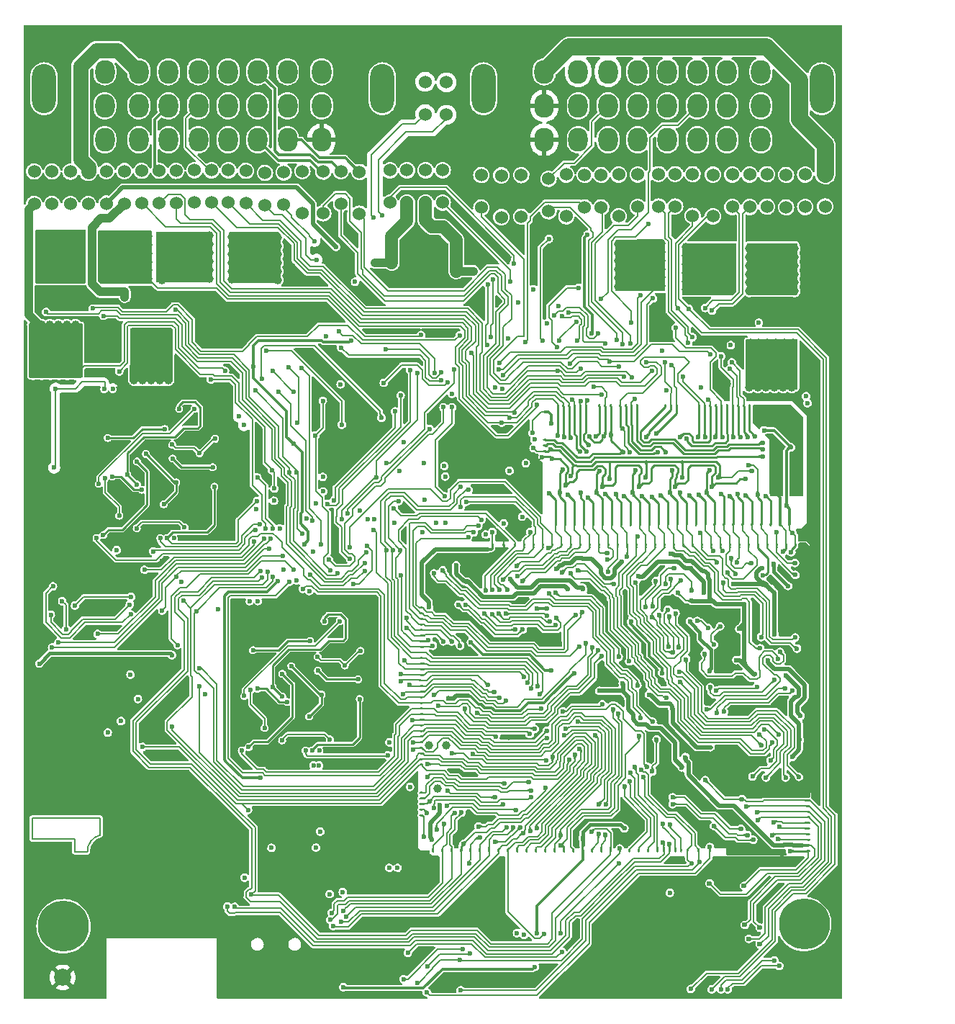
<source format=gbl>
G75*
G70*
%OFA0B0*%
%FSLAX25Y25*%
%IPPOS*%
%LPD*%
%AMOC8*
5,1,8,0,0,1.08239X$1,22.5*
%
%AMM193*
21,1,0.009840,0.009840,-0.000000,-0.000000,180.000000*
21,1,0.000000,0.019680,-0.000000,-0.000000,180.000000*
1,1,0.009840,-0.000000,0.004920*
1,1,0.009840,-0.000000,0.004920*
1,1,0.009840,-0.000000,-0.004920*
1,1,0.009840,-0.000000,-0.004920*
%
%AMM194*
21,1,0.009840,0.009840,-0.000000,-0.000000,270.000000*
21,1,0.000000,0.019680,-0.000000,-0.000000,270.000000*
1,1,0.009840,-0.004920,-0.000000*
1,1,0.009840,-0.004920,-0.000000*
1,1,0.009840,0.004920,-0.000000*
1,1,0.009840,0.004920,-0.000000*
%
%AMM257*
21,1,0.007870,1.133860,-0.000000,-0.000000,0.000000*
21,1,0.000000,1.141730,-0.000000,-0.000000,0.000000*
1,1,0.007870,-0.000000,-0.566930*
1,1,0.007870,-0.000000,-0.566930*
1,1,0.007870,-0.000000,0.566930*
1,1,0.007870,-0.000000,0.566930*
%
%AMM258*
21,1,0.009840,0.009840,-0.000000,-0.000000,90.000000*
21,1,0.000000,0.019680,-0.000000,-0.000000,90.000000*
1,1,0.009840,0.004920,-0.000000*
1,1,0.009840,0.004920,-0.000000*
1,1,0.009840,-0.004920,-0.000000*
1,1,0.009840,-0.004920,-0.000000*
%
%ADD10C,0.01969*%
%ADD106C,0.02362*%
%ADD121C,0.00800*%
%ADD124C,0.03937*%
%ADD140O,0.09055X0.11024*%
%ADD175C,0.23622*%
%ADD18R,0.01378X0.00984*%
%ADD198C,0.00984*%
%ADD200C,0.06000*%
%ADD201R,0.25591X0.00984*%
%ADD224C,0.07087*%
%ADD228C,0.01968*%
%ADD246C,0.03900*%
%ADD25C,0.01575*%
%ADD345M193*%
%ADD346M194*%
%ADD38C,0.07874*%
%ADD41C,0.05906*%
%ADD413M257*%
%ADD414M258*%
%ADD55C,0.01181*%
%ADD56C,0.00787*%
%ADD61R,0.00984X0.71654*%
%ADD72O,0.11024X0.22835*%
%ADD81R,0.53740X0.00984*%
%ADD93R,0.25394X0.00984*%
%ADD99R,0.04921X0.00984*%
X0000000Y0000000D02*
%LPD*%
G01*
D56*
X0004361Y0084076D02*
X0035857Y0084076D01*
X0024046Y0068328D02*
X0024046Y0074234D01*
X0024046Y0074234D02*
X0004361Y0074234D01*
X0035857Y0084076D02*
X0035857Y0076202D01*
X0024046Y0068328D02*
X0029952Y0068328D01*
X0004361Y0074234D02*
X0004361Y0084076D01*
X0035857Y0076202D02*
G75*
G03*
X0029952Y0068328I0001885J-007565D01*
G01*
D106*
X0334232Y0045177D03*
X0341456Y0043504D03*
X0333385Y0041339D03*
X0334232Y0037894D03*
X0334527Y0034547D03*
X0341456Y0033268D03*
X0336299Y0028150D03*
X0341456Y0025591D03*
X0318129Y0053839D03*
X0334173Y0052657D03*
D200*
X0302165Y0367106D03*
X0302165Y0382106D03*
D175*
X0018909Y0033933D03*
D200*
X0177953Y0383878D03*
X0177953Y0368878D03*
X0294488Y0367106D03*
X0294488Y0382106D03*
X0095276Y0368878D03*
X0095276Y0383878D03*
X0251772Y0381890D03*
X0251772Y0362598D03*
G36*
G01*
X0241339Y0251758D02*
X0242323Y0251758D01*
G75*
G02*
X0242815Y0251266I0000000J-000492D01*
G01*
X0242815Y0251266D01*
G75*
G02*
X0242323Y0250774I-000492J0000000D01*
G01*
X0241339Y0250774D01*
G75*
G02*
X0240846Y0251266I0000000J0000492D01*
G01*
X0240846Y0251266D01*
G75*
G02*
X0241339Y0251758I0000492J0000000D01*
G01*
G37*
G36*
G01*
X0241339Y0254356D02*
X0242323Y0254356D01*
G75*
G02*
X0242815Y0253864I0000000J-000492D01*
G01*
X0242815Y0253864D01*
G75*
G02*
X0242323Y0253372I-000492J0000000D01*
G01*
X0241339Y0253372D01*
G75*
G02*
X0240846Y0253864I0000000J0000492D01*
G01*
X0240846Y0253864D01*
G75*
G02*
X0241339Y0254356I0000492J0000000D01*
G01*
G37*
G36*
G01*
X0241339Y0256955D02*
X0242323Y0256955D01*
G75*
G02*
X0242815Y0256463I0000000J-000492D01*
G01*
X0242815Y0256463D01*
G75*
G02*
X0242323Y0255970I-000492J0000000D01*
G01*
X0241339Y0255970D01*
G75*
G02*
X0240846Y0256463I0000000J0000492D01*
G01*
X0240846Y0256463D01*
G75*
G02*
X0241339Y0256955I0000492J0000000D01*
G01*
G37*
G36*
G01*
X0241339Y0259553D02*
X0242323Y0259553D01*
G75*
G02*
X0242815Y0259061I0000000J-000492D01*
G01*
X0242815Y0259061D01*
G75*
G02*
X0242323Y0258569I-000492J0000000D01*
G01*
X0241339Y0258569D01*
G75*
G02*
X0240846Y0259061I0000000J0000492D01*
G01*
X0240846Y0259061D01*
G75*
G02*
X0241339Y0259553I0000492J0000000D01*
G01*
G37*
G36*
G01*
X0241339Y0272545D02*
X0242323Y0272545D01*
G75*
G02*
X0242815Y0272053I0000000J-000492D01*
G01*
X0242815Y0272053D01*
G75*
G02*
X0242323Y0271561I-000492J0000000D01*
G01*
X0241339Y0271561D01*
G75*
G02*
X0240846Y0272053I0000000J0000492D01*
G01*
X0240846Y0272053D01*
G75*
G02*
X0241339Y0272545I0000492J0000000D01*
G01*
G37*
G36*
G01*
X0354606Y0219400D02*
X0354606Y0220385D01*
G75*
G02*
X0355098Y0220877I0000492J0000000D01*
G01*
X0355098Y0220877D01*
G75*
G02*
X0355591Y0220385I0000000J-000492D01*
G01*
X0355591Y0219400D01*
G75*
G02*
X0355098Y0218908I-000492J0000000D01*
G01*
X0355098Y0218908D01*
G75*
G02*
X0354606Y0219400I0000000J0000492D01*
G01*
G37*
G36*
G01*
X0351260Y0220385D02*
X0351260Y0219400D01*
G75*
G02*
X0350768Y0218908I-000492J0000000D01*
G01*
X0350768Y0218908D01*
G75*
G02*
X0350276Y0219400I0000000J0000492D01*
G01*
X0350276Y0220385D01*
G75*
G02*
X0350768Y0220877I0000492J0000000D01*
G01*
X0350768Y0220877D01*
G75*
G02*
X0351260Y0220385I0000000J-000492D01*
G01*
G37*
G36*
G01*
X0346929Y0220385D02*
X0346929Y0219400D01*
G75*
G02*
X0346437Y0218908I-000492J0000000D01*
G01*
X0346437Y0218908D01*
G75*
G02*
X0345945Y0219400I0000000J0000492D01*
G01*
X0345945Y0220385D01*
G75*
G02*
X0346437Y0220877I0000492J0000000D01*
G01*
X0346437Y0220877D01*
G75*
G02*
X0346929Y0220385I0000000J-000492D01*
G01*
G37*
G36*
G01*
X0342598Y0220385D02*
X0342598Y0219400D01*
G75*
G02*
X0342106Y0218908I-000492J0000000D01*
G01*
X0342106Y0218908D01*
G75*
G02*
X0341614Y0219400I0000000J0000492D01*
G01*
X0341614Y0220385D01*
G75*
G02*
X0342106Y0220877I0000492J0000000D01*
G01*
X0342106Y0220877D01*
G75*
G02*
X0342598Y0220385I0000000J-000492D01*
G01*
G37*
G36*
G01*
X0338268Y0220385D02*
X0338268Y0219400D01*
G75*
G02*
X0337776Y0218908I-000492J0000000D01*
G01*
X0337776Y0218908D01*
G75*
G02*
X0337283Y0219400I0000000J0000492D01*
G01*
X0337283Y0220385D01*
G75*
G02*
X0337776Y0220877I0000492J0000000D01*
G01*
X0337776Y0220877D01*
G75*
G02*
X0338268Y0220385I0000000J-000492D01*
G01*
G37*
G36*
G01*
X0333937Y0220385D02*
X0333937Y0219400D01*
G75*
G02*
X0333445Y0218908I-000492J0000000D01*
G01*
X0333445Y0218908D01*
G75*
G02*
X0332953Y0219400I0000000J0000492D01*
G01*
X0332953Y0220385D01*
G75*
G02*
X0333445Y0220877I0000492J0000000D01*
G01*
X0333445Y0220877D01*
G75*
G02*
X0333937Y0220385I0000000J-000492D01*
G01*
G37*
G36*
G01*
X0329606Y0220385D02*
X0329606Y0219400D01*
G75*
G02*
X0329114Y0218908I-000492J0000000D01*
G01*
X0329114Y0218908D01*
G75*
G02*
X0328622Y0219400I0000000J0000492D01*
G01*
X0328622Y0220385D01*
G75*
G02*
X0329114Y0220877I0000492J0000000D01*
G01*
X0329114Y0220877D01*
G75*
G02*
X0329606Y0220385I0000000J-000492D01*
G01*
G37*
G36*
G01*
X0325276Y0220385D02*
X0325276Y0219400D01*
G75*
G02*
X0324783Y0218908I-000492J0000000D01*
G01*
X0324783Y0218908D01*
G75*
G02*
X0324291Y0219400I0000000J0000492D01*
G01*
X0324291Y0220385D01*
G75*
G02*
X0324783Y0220877I0000492J0000000D01*
G01*
X0324783Y0220877D01*
G75*
G02*
X0325276Y0220385I0000000J-000492D01*
G01*
G37*
G36*
G01*
X0320945Y0220385D02*
X0320945Y0219400D01*
G75*
G02*
X0320453Y0218908I-000492J0000000D01*
G01*
X0320453Y0218908D01*
G75*
G02*
X0319961Y0219400I0000000J0000492D01*
G01*
X0319961Y0220385D01*
G75*
G02*
X0320453Y0220877I0000492J0000000D01*
G01*
X0320453Y0220877D01*
G75*
G02*
X0320945Y0220385I0000000J-000492D01*
G01*
G37*
G36*
G01*
X0316614Y0220385D02*
X0316614Y0219400D01*
G75*
G02*
X0316122Y0218908I-000492J0000000D01*
G01*
X0316122Y0218908D01*
G75*
G02*
X0315630Y0219400I0000000J0000492D01*
G01*
X0315630Y0220385D01*
G75*
G02*
X0316122Y0220877I0000492J0000000D01*
G01*
X0316122Y0220877D01*
G75*
G02*
X0316614Y0220385I0000000J-000492D01*
G01*
G37*
G36*
G01*
X0312284Y0220385D02*
X0312284Y0219400D01*
G75*
G02*
X0311791Y0218908I-000492J0000000D01*
G01*
X0311791Y0218908D01*
G75*
G02*
X0311299Y0219400I0000000J0000492D01*
G01*
X0311299Y0220385D01*
G75*
G02*
X0311791Y0220877I0000492J0000000D01*
G01*
X0311791Y0220877D01*
G75*
G02*
X0312284Y0220385I0000000J-000492D01*
G01*
G37*
G36*
G01*
X0307953Y0220385D02*
X0307953Y0219400D01*
G75*
G02*
X0307461Y0218908I-000492J0000000D01*
G01*
X0307461Y0218908D01*
G75*
G02*
X0306969Y0219400I0000000J0000492D01*
G01*
X0306969Y0220385D01*
G75*
G02*
X0307461Y0220877I0000492J0000000D01*
G01*
X0307461Y0220877D01*
G75*
G02*
X0307953Y0220385I0000000J-000492D01*
G01*
G37*
G36*
G01*
X0303622Y0220385D02*
X0303622Y0219400D01*
G75*
G02*
X0303130Y0218908I-000492J0000000D01*
G01*
X0303130Y0218908D01*
G75*
G02*
X0302638Y0219400I0000000J0000492D01*
G01*
X0302638Y0220385D01*
G75*
G02*
X0303130Y0220877I0000492J0000000D01*
G01*
X0303130Y0220877D01*
G75*
G02*
X0303622Y0220385I0000000J-000492D01*
G01*
G37*
G36*
G01*
X0299291Y0220385D02*
X0299291Y0219400D01*
G75*
G02*
X0298799Y0218908I-000492J0000000D01*
G01*
X0298799Y0218908D01*
G75*
G02*
X0298307Y0219400I0000000J0000492D01*
G01*
X0298307Y0220385D01*
G75*
G02*
X0298799Y0220877I0000492J0000000D01*
G01*
X0298799Y0220877D01*
G75*
G02*
X0299291Y0220385I0000000J-000492D01*
G01*
G37*
G36*
G01*
X0294961Y0220385D02*
X0294961Y0219400D01*
G75*
G02*
X0294469Y0218908I-000492J0000000D01*
G01*
X0294469Y0218908D01*
G75*
G02*
X0293976Y0219400I0000000J0000492D01*
G01*
X0293976Y0220385D01*
G75*
G02*
X0294469Y0220877I0000492J0000000D01*
G01*
X0294469Y0220877D01*
G75*
G02*
X0294961Y0220385I0000000J-000492D01*
G01*
G37*
G36*
G01*
X0290630Y0220385D02*
X0290630Y0219400D01*
G75*
G02*
X0290138Y0218908I-000492J0000000D01*
G01*
X0290138Y0218908D01*
G75*
G02*
X0289646Y0219400I0000000J0000492D01*
G01*
X0289646Y0220385D01*
G75*
G02*
X0290138Y0220877I0000492J0000000D01*
G01*
X0290138Y0220877D01*
G75*
G02*
X0290630Y0220385I0000000J-000492D01*
G01*
G37*
G36*
G01*
X0286299Y0220385D02*
X0286299Y0219400D01*
G75*
G02*
X0285807Y0218908I-000492J0000000D01*
G01*
X0285807Y0218908D01*
G75*
G02*
X0285315Y0219400I0000000J0000492D01*
G01*
X0285315Y0220385D01*
G75*
G02*
X0285807Y0220877I0000492J0000000D01*
G01*
X0285807Y0220877D01*
G75*
G02*
X0286299Y0220385I0000000J-000492D01*
G01*
G37*
G36*
G01*
X0281969Y0220385D02*
X0281969Y0219400D01*
G75*
G02*
X0281476Y0218908I-000492J0000000D01*
G01*
X0281476Y0218908D01*
G75*
G02*
X0280984Y0219400I0000000J0000492D01*
G01*
X0280984Y0220385D01*
G75*
G02*
X0281476Y0220877I0000492J0000000D01*
G01*
X0281476Y0220877D01*
G75*
G02*
X0281969Y0220385I0000000J-000492D01*
G01*
G37*
G36*
G01*
X0277638Y0220385D02*
X0277638Y0219400D01*
G75*
G02*
X0277146Y0218908I-000492J0000000D01*
G01*
X0277146Y0218908D01*
G75*
G02*
X0276654Y0219400I0000000J0000492D01*
G01*
X0276654Y0220385D01*
G75*
G02*
X0277146Y0220877I0000492J0000000D01*
G01*
X0277146Y0220877D01*
G75*
G02*
X0277638Y0220385I0000000J-000492D01*
G01*
G37*
G36*
G01*
X0273307Y0220385D02*
X0273307Y0219400D01*
G75*
G02*
X0272815Y0218908I-000492J0000000D01*
G01*
X0272815Y0218908D01*
G75*
G02*
X0272323Y0219400I0000000J0000492D01*
G01*
X0272323Y0220385D01*
G75*
G02*
X0272815Y0220877I0000492J0000000D01*
G01*
X0272815Y0220877D01*
G75*
G02*
X0273307Y0220385I0000000J-000492D01*
G01*
G37*
G36*
G01*
X0268977Y0220385D02*
X0268977Y0219400D01*
G75*
G02*
X0268484Y0218908I-000492J0000000D01*
G01*
X0268484Y0218908D01*
G75*
G02*
X0267992Y0219400I0000000J0000492D01*
G01*
X0267992Y0220385D01*
G75*
G02*
X0268484Y0220877I0000492J0000000D01*
G01*
X0268484Y0220877D01*
G75*
G02*
X0268977Y0220385I0000000J-000492D01*
G01*
G37*
G36*
G01*
X0264646Y0220385D02*
X0264646Y0219400D01*
G75*
G02*
X0264154Y0218908I-000492J0000000D01*
G01*
X0264154Y0218908D01*
G75*
G02*
X0263662Y0219400I0000000J0000492D01*
G01*
X0263662Y0220385D01*
G75*
G02*
X0264154Y0220877I0000492J0000000D01*
G01*
X0264154Y0220877D01*
G75*
G02*
X0264646Y0220385I0000000J-000492D01*
G01*
G37*
G36*
G01*
X0260315Y0220385D02*
X0260315Y0219400D01*
G75*
G02*
X0259823Y0218908I-000492J0000000D01*
G01*
X0259823Y0218908D01*
G75*
G02*
X0259331Y0219400I0000000J0000492D01*
G01*
X0259331Y0220385D01*
G75*
G02*
X0259823Y0220877I0000492J0000000D01*
G01*
X0259823Y0220877D01*
G75*
G02*
X0260315Y0220385I0000000J-000492D01*
G01*
G37*
G36*
G01*
X0255984Y0220385D02*
X0255984Y0219400D01*
G75*
G02*
X0255492Y0218908I-000492J0000000D01*
G01*
X0255492Y0218908D01*
G75*
G02*
X0255000Y0219400I0000000J0000492D01*
G01*
X0255000Y0220385D01*
G75*
G02*
X0255492Y0220877I0000492J0000000D01*
G01*
X0255492Y0220877D01*
G75*
G02*
X0255984Y0220385I0000000J-000492D01*
G01*
G37*
G36*
G01*
X0251654Y0220385D02*
X0251654Y0219400D01*
G75*
G02*
X0251162Y0218908I-000492J0000000D01*
G01*
X0251162Y0218908D01*
G75*
G02*
X0250669Y0219400I0000000J0000492D01*
G01*
X0250669Y0220385D01*
G75*
G02*
X0251162Y0220877I0000492J0000000D01*
G01*
X0251162Y0220877D01*
G75*
G02*
X0251654Y0220385I0000000J-000492D01*
G01*
G37*
G36*
G01*
X0247323Y0220385D02*
X0247323Y0219400D01*
G75*
G02*
X0246831Y0218908I-000492J0000000D01*
G01*
X0246831Y0218908D01*
G75*
G02*
X0246339Y0219400I0000000J0000492D01*
G01*
X0246339Y0220385D01*
G75*
G02*
X0246831Y0220877I0000492J0000000D01*
G01*
X0246831Y0220877D01*
G75*
G02*
X0247323Y0220385I0000000J-000492D01*
G01*
G37*
G36*
G01*
X0248311Y0275353D02*
X0248311Y0274369D01*
G75*
G02*
X0247819Y0273877I-000492J0000000D01*
G01*
X0247819Y0273877D01*
G75*
G02*
X0247327Y0274369I0000000J0000492D01*
G01*
X0247327Y0275353D01*
G75*
G02*
X0247819Y0275845I0000492J0000000D01*
G01*
X0247819Y0275845D01*
G75*
G02*
X0248311Y0275353I0000000J-000492D01*
G01*
G37*
G36*
G01*
X0250909Y0275353D02*
X0250909Y0274369D01*
G75*
G02*
X0250417Y0273877I-000492J0000000D01*
G01*
X0250417Y0273877D01*
G75*
G02*
X0249925Y0274369I0000000J0000492D01*
G01*
X0249925Y0275353D01*
G75*
G02*
X0250417Y0275845I0000492J0000000D01*
G01*
X0250417Y0275845D01*
G75*
G02*
X0250909Y0275353I0000000J-000492D01*
G01*
G37*
G36*
G01*
X0253508Y0275353D02*
X0253508Y0274369D01*
G75*
G02*
X0253016Y0273877I-000492J0000000D01*
G01*
X0253016Y0273877D01*
G75*
G02*
X0252524Y0274369I0000000J0000492D01*
G01*
X0252524Y0275353D01*
G75*
G02*
X0253016Y0275845I0000492J0000000D01*
G01*
X0253016Y0275845D01*
G75*
G02*
X0253508Y0275353I0000000J-000492D01*
G01*
G37*
G36*
G01*
X0256106Y0275353D02*
X0256106Y0274369D01*
G75*
G02*
X0255614Y0273877I-000492J0000000D01*
G01*
X0255614Y0273877D01*
G75*
G02*
X0255122Y0274369I0000000J0000492D01*
G01*
X0255122Y0275353D01*
G75*
G02*
X0255614Y0275845I0000492J0000000D01*
G01*
X0255614Y0275845D01*
G75*
G02*
X0256106Y0275353I0000000J-000492D01*
G01*
G37*
G36*
G01*
X0258705Y0275353D02*
X0258705Y0274369D01*
G75*
G02*
X0258213Y0273877I-000492J0000000D01*
G01*
X0258213Y0273877D01*
G75*
G02*
X0257720Y0274369I0000000J0000492D01*
G01*
X0257720Y0275353D01*
G75*
G02*
X0258213Y0275845I0000492J0000000D01*
G01*
X0258213Y0275845D01*
G75*
G02*
X0258705Y0275353I0000000J-000492D01*
G01*
G37*
G36*
G01*
X0261303Y0275353D02*
X0261303Y0274369D01*
G75*
G02*
X0260811Y0273877I-000492J0000000D01*
G01*
X0260811Y0273877D01*
G75*
G02*
X0260319Y0274369I0000000J0000492D01*
G01*
X0260319Y0275353D01*
G75*
G02*
X0260811Y0275845I0000492J0000000D01*
G01*
X0260811Y0275845D01*
G75*
G02*
X0261303Y0275353I0000000J-000492D01*
G01*
G37*
G36*
G01*
X0267606Y0275353D02*
X0267606Y0274369D01*
G75*
G02*
X0267114Y0273877I-000492J0000000D01*
G01*
X0267114Y0273877D01*
G75*
G02*
X0266622Y0274369I0000000J0000492D01*
G01*
X0266622Y0275353D01*
G75*
G02*
X0267114Y0275845I0000492J0000000D01*
G01*
X0267114Y0275845D01*
G75*
G02*
X0267606Y0275353I0000000J-000492D01*
G01*
G37*
G36*
G01*
X0270205Y0275353D02*
X0270205Y0274369D01*
G75*
G02*
X0269713Y0273877I-000492J0000000D01*
G01*
X0269713Y0273877D01*
G75*
G02*
X0269220Y0274369I0000000J0000492D01*
G01*
X0269220Y0275353D01*
G75*
G02*
X0269713Y0275845I0000492J0000000D01*
G01*
X0269713Y0275845D01*
G75*
G02*
X0270205Y0275353I0000000J-000492D01*
G01*
G37*
G36*
G01*
X0272803Y0275353D02*
X0272803Y0274369D01*
G75*
G02*
X0272311Y0273877I-000492J0000000D01*
G01*
X0272311Y0273877D01*
G75*
G02*
X0271819Y0274369I0000000J0000492D01*
G01*
X0271819Y0275353D01*
G75*
G02*
X0272311Y0275845I0000492J0000000D01*
G01*
X0272311Y0275845D01*
G75*
G02*
X0272803Y0275353I0000000J-000492D01*
G01*
G37*
G36*
G01*
X0277216Y0275353D02*
X0277216Y0274369D01*
G75*
G02*
X0276724Y0273877I-000492J0000000D01*
G01*
X0276724Y0273877D01*
G75*
G02*
X0276232Y0274369I0000000J0000492D01*
G01*
X0276232Y0275353D01*
G75*
G02*
X0276724Y0275845I0000492J0000000D01*
G01*
X0276724Y0275845D01*
G75*
G02*
X0277216Y0275353I0000000J-000492D01*
G01*
G37*
G36*
G01*
X0279815Y0275353D02*
X0279815Y0274369D01*
G75*
G02*
X0279322Y0273877I-000492J0000000D01*
G01*
X0279322Y0273877D01*
G75*
G02*
X0278830Y0274369I0000000J0000492D01*
G01*
X0278830Y0275353D01*
G75*
G02*
X0279322Y0275845I0000492J0000000D01*
G01*
X0279322Y0275845D01*
G75*
G02*
X0279815Y0275353I0000000J-000492D01*
G01*
G37*
G36*
G01*
X0282413Y0275353D02*
X0282413Y0274369D01*
G75*
G02*
X0281921Y0273877I-000492J0000000D01*
G01*
X0281921Y0273877D01*
G75*
G02*
X0281429Y0274369I0000000J0000492D01*
G01*
X0281429Y0275353D01*
G75*
G02*
X0281921Y0275845I0000492J0000000D01*
G01*
X0281921Y0275845D01*
G75*
G02*
X0282413Y0275353I0000000J-000492D01*
G01*
G37*
G36*
G01*
X0285011Y0275353D02*
X0285011Y0274369D01*
G75*
G02*
X0284519Y0273877I-000492J0000000D01*
G01*
X0284519Y0273877D01*
G75*
G02*
X0284027Y0274369I0000000J0000492D01*
G01*
X0284027Y0275353D01*
G75*
G02*
X0284519Y0275845I0000492J0000000D01*
G01*
X0284519Y0275845D01*
G75*
G02*
X0285011Y0275353I0000000J-000492D01*
G01*
G37*
G36*
G01*
X0298106Y0275353D02*
X0298106Y0274369D01*
G75*
G02*
X0297614Y0273877I-000492J0000000D01*
G01*
X0297614Y0273877D01*
G75*
G02*
X0297122Y0274369I0000000J0000492D01*
G01*
X0297122Y0275353D01*
G75*
G02*
X0297614Y0275845I0000492J0000000D01*
G01*
X0297614Y0275845D01*
G75*
G02*
X0298106Y0275353I0000000J-000492D01*
G01*
G37*
G36*
G01*
X0300705Y0275353D02*
X0300705Y0274369D01*
G75*
G02*
X0300213Y0273877I-000492J0000000D01*
G01*
X0300213Y0273877D01*
G75*
G02*
X0299720Y0274369I0000000J0000492D01*
G01*
X0299720Y0275353D01*
G75*
G02*
X0300213Y0275845I0000492J0000000D01*
G01*
X0300213Y0275845D01*
G75*
G02*
X0300705Y0275353I0000000J-000492D01*
G01*
G37*
G36*
G01*
X0303303Y0275353D02*
X0303303Y0274369D01*
G75*
G02*
X0302811Y0273877I-000492J0000000D01*
G01*
X0302811Y0273877D01*
G75*
G02*
X0302319Y0274369I0000000J0000492D01*
G01*
X0302319Y0275353D01*
G75*
G02*
X0302811Y0275845I0000492J0000000D01*
G01*
X0302811Y0275845D01*
G75*
G02*
X0303303Y0275353I0000000J-000492D01*
G01*
G37*
G36*
G01*
X0313720Y0275353D02*
X0313720Y0274369D01*
G75*
G02*
X0313228Y0273877I-000492J0000000D01*
G01*
X0313228Y0273877D01*
G75*
G02*
X0312736Y0274369I0000000J0000492D01*
G01*
X0312736Y0275353D01*
G75*
G02*
X0313228Y0275845I0000492J0000000D01*
G01*
X0313228Y0275845D01*
G75*
G02*
X0313720Y0275353I0000000J-000492D01*
G01*
G37*
G36*
G01*
X0316319Y0275353D02*
X0316319Y0274369D01*
G75*
G02*
X0315827Y0273877I-000492J0000000D01*
G01*
X0315827Y0273877D01*
G75*
G02*
X0315335Y0274369I0000000J0000492D01*
G01*
X0315335Y0275353D01*
G75*
G02*
X0315827Y0275845I0000492J0000000D01*
G01*
X0315827Y0275845D01*
G75*
G02*
X0316319Y0275353I0000000J-000492D01*
G01*
G37*
G36*
G01*
X0318917Y0275353D02*
X0318917Y0274369D01*
G75*
G02*
X0318425Y0273877I-000492J0000000D01*
G01*
X0318425Y0273877D01*
G75*
G02*
X0317933Y0274369I0000000J0000492D01*
G01*
X0317933Y0275353D01*
G75*
G02*
X0318425Y0275845I0000492J0000000D01*
G01*
X0318425Y0275845D01*
G75*
G02*
X0318917Y0275353I0000000J-000492D01*
G01*
G37*
G36*
G01*
X0321516Y0275353D02*
X0321516Y0274369D01*
G75*
G02*
X0321024Y0273877I-000492J0000000D01*
G01*
X0321024Y0273877D01*
G75*
G02*
X0320531Y0274369I0000000J0000492D01*
G01*
X0320531Y0275353D01*
G75*
G02*
X0321024Y0275845I0000492J0000000D01*
G01*
X0321024Y0275845D01*
G75*
G02*
X0321516Y0275353I0000000J-000492D01*
G01*
G37*
G36*
G01*
X0324114Y0275353D02*
X0324114Y0274369D01*
G75*
G02*
X0323622Y0273877I-000492J0000000D01*
G01*
X0323622Y0273877D01*
G75*
G02*
X0323130Y0274369I0000000J0000492D01*
G01*
X0323130Y0275353D01*
G75*
G02*
X0323622Y0275845I0000492J0000000D01*
G01*
X0323622Y0275845D01*
G75*
G02*
X0324114Y0275353I0000000J-000492D01*
G01*
G37*
G36*
G01*
X0326713Y0275353D02*
X0326713Y0274369D01*
G75*
G02*
X0326220Y0273877I-000492J0000000D01*
G01*
X0326220Y0273877D01*
G75*
G02*
X0325728Y0274369I0000000J0000492D01*
G01*
X0325728Y0275353D01*
G75*
G02*
X0326220Y0275845I0000492J0000000D01*
G01*
X0326220Y0275845D01*
G75*
G02*
X0326713Y0275353I0000000J-000492D01*
G01*
G37*
G36*
G01*
X0329311Y0275353D02*
X0329311Y0274369D01*
G75*
G02*
X0328819Y0273877I-000492J0000000D01*
G01*
X0328819Y0273877D01*
G75*
G02*
X0328327Y0274369I0000000J0000492D01*
G01*
X0328327Y0275353D01*
G75*
G02*
X0328819Y0275845I0000492J0000000D01*
G01*
X0328819Y0275845D01*
G75*
G02*
X0329311Y0275353I0000000J-000492D01*
G01*
G37*
G36*
G01*
X0331909Y0275353D02*
X0331909Y0274369D01*
G75*
G02*
X0331417Y0273877I-000492J0000000D01*
G01*
X0331417Y0273877D01*
G75*
G02*
X0330925Y0274369I0000000J0000492D01*
G01*
X0330925Y0275353D01*
G75*
G02*
X0331417Y0275845I0000492J0000000D01*
G01*
X0331417Y0275845D01*
G75*
G02*
X0331909Y0275353I0000000J-000492D01*
G01*
G37*
G36*
G01*
X0334508Y0275353D02*
X0334508Y0274369D01*
G75*
G02*
X0334016Y0273877I-000492J0000000D01*
G01*
X0334016Y0273877D01*
G75*
G02*
X0333524Y0274369I0000000J0000492D01*
G01*
X0333524Y0275353D01*
G75*
G02*
X0334016Y0275845I0000492J0000000D01*
G01*
X0334016Y0275845D01*
G75*
G02*
X0334508Y0275353I0000000J-000492D01*
G01*
G37*
G36*
G01*
X0337106Y0275353D02*
X0337106Y0274369D01*
G75*
G02*
X0336614Y0273877I-000492J0000000D01*
G01*
X0336614Y0273877D01*
G75*
G02*
X0336122Y0274369I0000000J0000492D01*
G01*
X0336122Y0275353D01*
G75*
G02*
X0336614Y0275845I0000492J0000000D01*
G01*
X0336614Y0275845D01*
G75*
G02*
X0337106Y0275353I0000000J-000492D01*
G01*
G37*
D72*
X0166535Y0421654D03*
X0009843Y0421654D03*
D140*
X0037992Y0398031D03*
X0053740Y0398031D03*
X0067520Y0398031D03*
X0081299Y0398031D03*
X0095079Y0398031D03*
X0108858Y0398031D03*
X0122638Y0398031D03*
X0138386Y0398031D03*
X0037992Y0413780D03*
X0053740Y0413780D03*
X0067520Y0413780D03*
X0081299Y0413780D03*
X0095079Y0413780D03*
X0108858Y0413780D03*
X0122638Y0413780D03*
X0138386Y0413780D03*
X0037992Y0429528D03*
X0053740Y0429528D03*
X0067520Y0429528D03*
X0081299Y0429528D03*
X0095079Y0429528D03*
X0108858Y0429528D03*
X0122638Y0429528D03*
X0138386Y0429528D03*
D200*
X0186417Y0409823D03*
X0186417Y0424823D03*
X0362402Y0366909D03*
X0362402Y0381909D03*
X0170079Y0368878D03*
X0170079Y0383878D03*
X0013583Y0368353D03*
X0013583Y0383353D03*
X0267913Y0366713D03*
X0267913Y0381713D03*
X0087402Y0368878D03*
X0087402Y0383878D03*
X0284843Y0366909D03*
X0284843Y0381909D03*
X0047047Y0368484D03*
X0047047Y0383484D03*
D106*
X0203740Y0023327D03*
X0207185Y0021260D03*
X0202559Y0018307D03*
X0202854Y0004331D03*
X0109992Y0102693D03*
X0115208Y0070311D03*
X0135809Y0070380D03*
X0137748Y0077791D03*
X0142177Y0048854D03*
X0101476Y0115354D03*
X0131004Y0115354D03*
X0134154Y0115354D03*
X0137303Y0115354D03*
D99*
X0100591Y0185236D03*
D18*
X0098819Y0114567D03*
D93*
X0151969Y0114567D03*
D61*
X0098622Y0149902D03*
D201*
X0116240Y0114567D03*
D81*
X0137795Y0185236D03*
D61*
X0164173Y0149902D03*
D106*
X0108957Y0184350D03*
X0105020Y0184350D03*
D200*
X0260236Y0366713D03*
X0260236Y0381713D03*
X0112205Y0367697D03*
X0112205Y0382697D03*
X0038780Y0368484D03*
X0038780Y0383484D03*
X0129528Y0383464D03*
X0129528Y0364173D03*
X0005305Y0368353D03*
X0005305Y0383353D03*
X0055118Y0368681D03*
X0055118Y0383681D03*
X0212402Y0366713D03*
X0212402Y0381713D03*
X0103346Y0368681D03*
X0103346Y0383681D03*
X0319669Y0381870D03*
X0319669Y0362579D03*
X0353543Y0381713D03*
X0353543Y0366713D03*
X0063189Y0368681D03*
X0063189Y0383681D03*
X0275984Y0381890D03*
X0275984Y0362598D03*
X0022047Y0368287D03*
X0022047Y0383287D03*
X0120866Y0367894D03*
X0120866Y0382894D03*
D175*
X0362000Y0034933D03*
D200*
X0071063Y0368681D03*
X0071063Y0383681D03*
X0079528Y0368878D03*
X0079528Y0383878D03*
X0155906Y0383071D03*
X0155906Y0363779D03*
X0147441Y0368484D03*
X0147441Y0383484D03*
X0186614Y0368878D03*
X0186614Y0383878D03*
G36*
G01*
X0184096Y0085841D02*
X0185081Y0085841D01*
G75*
G02*
X0185573Y0085349I0000000J-000492D01*
G01*
X0185573Y0085349D01*
G75*
G02*
X0185081Y0084857I-000492J0000000D01*
G01*
X0184096Y0084857D01*
G75*
G02*
X0183604Y0085349I0000000J0000492D01*
G01*
X0183604Y0085349D01*
G75*
G02*
X0184096Y0085841I0000492J0000000D01*
G01*
G37*
G36*
G01*
X0185081Y0087455D02*
X0184096Y0087455D01*
G75*
G02*
X0183604Y0087947I0000000J0000492D01*
G01*
X0183604Y0087947D01*
G75*
G02*
X0184096Y0088439I0000492J0000000D01*
G01*
X0185081Y0088439D01*
G75*
G02*
X0185573Y0087947I0000000J-000492D01*
G01*
X0185573Y0087947D01*
G75*
G02*
X0185081Y0087455I-000492J0000000D01*
G01*
G37*
G36*
G01*
X0185081Y0090054D02*
X0184096Y0090054D01*
G75*
G02*
X0183604Y0090546I0000000J0000492D01*
G01*
X0183604Y0090546D01*
G75*
G02*
X0184096Y0091038I0000492J0000000D01*
G01*
X0185081Y0091038D01*
G75*
G02*
X0185573Y0090546I0000000J-000492D01*
G01*
X0185573Y0090546D01*
G75*
G02*
X0185081Y0090054I-000492J0000000D01*
G01*
G37*
G36*
G01*
X0185081Y0092652D02*
X0184096Y0092652D01*
G75*
G02*
X0183604Y0093144I0000000J0000492D01*
G01*
X0183604Y0093144D01*
G75*
G02*
X0184096Y0093636I0000492J0000000D01*
G01*
X0185081Y0093636D01*
G75*
G02*
X0185573Y0093144I0000000J-000492D01*
G01*
X0185573Y0093144D01*
G75*
G02*
X0185081Y0092652I-000492J0000000D01*
G01*
G37*
G36*
G01*
X0185081Y0095250D02*
X0184096Y0095250D01*
G75*
G02*
X0183604Y0095743I0000000J0000492D01*
G01*
X0183604Y0095743D01*
G75*
G02*
X0184096Y0096235I0000492J0000000D01*
G01*
X0185081Y0096235D01*
G75*
G02*
X0185573Y0095743I0000000J-000492D01*
G01*
X0185573Y0095743D01*
G75*
G02*
X0185081Y0095250I-000492J0000000D01*
G01*
G37*
G36*
G01*
X0185081Y0108243D02*
X0184096Y0108243D01*
G75*
G02*
X0183604Y0108735I0000000J0000492D01*
G01*
X0183604Y0108735D01*
G75*
G02*
X0184096Y0109227I0000492J0000000D01*
G01*
X0185081Y0109227D01*
G75*
G02*
X0185573Y0108735I0000000J-000492D01*
G01*
X0185573Y0108735D01*
G75*
G02*
X0185081Y0108243I-000492J0000000D01*
G01*
G37*
G36*
G01*
X0185081Y0110841D02*
X0184096Y0110841D01*
G75*
G02*
X0183604Y0111333I0000000J0000492D01*
G01*
X0183604Y0111333D01*
G75*
G02*
X0184096Y0111825I0000492J0000000D01*
G01*
X0185081Y0111825D01*
G75*
G02*
X0185573Y0111333I0000000J-000492D01*
G01*
X0185573Y0111333D01*
G75*
G02*
X0185081Y0110841I-000492J0000000D01*
G01*
G37*
G36*
G01*
X0185081Y0113439D02*
X0184096Y0113439D01*
G75*
G02*
X0183604Y0113932I0000000J0000492D01*
G01*
X0183604Y0113932D01*
G75*
G02*
X0184096Y0114424I0000492J0000000D01*
G01*
X0185081Y0114424D01*
G75*
G02*
X0185573Y0113932I0000000J-000492D01*
G01*
X0185573Y0113932D01*
G75*
G02*
X0185081Y0113439I-000492J0000000D01*
G01*
G37*
G36*
G01*
X0185081Y0116038D02*
X0184096Y0116038D01*
G75*
G02*
X0183604Y0116530I0000000J0000492D01*
G01*
X0183604Y0116530D01*
G75*
G02*
X0184096Y0117022I0000492J0000000D01*
G01*
X0185081Y0117022D01*
G75*
G02*
X0185573Y0116530I0000000J-000492D01*
G01*
X0185573Y0116530D01*
G75*
G02*
X0185081Y0116038I-000492J0000000D01*
G01*
G37*
G36*
G01*
X0185081Y0118636D02*
X0184096Y0118636D01*
G75*
G02*
X0183604Y0119128I0000000J0000492D01*
G01*
X0183604Y0119128D01*
G75*
G02*
X0184096Y0119621I0000492J0000000D01*
G01*
X0185081Y0119621D01*
G75*
G02*
X0185573Y0119128I0000000J-000492D01*
G01*
X0185573Y0119128D01*
G75*
G02*
X0185081Y0118636I-000492J0000000D01*
G01*
G37*
G36*
G01*
X0185081Y0121235D02*
X0184096Y0121235D01*
G75*
G02*
X0183604Y0121727I0000000J0000492D01*
G01*
X0183604Y0121727D01*
G75*
G02*
X0184096Y0122219I0000492J0000000D01*
G01*
X0185081Y0122219D01*
G75*
G02*
X0185573Y0121727I0000000J-000492D01*
G01*
X0185573Y0121727D01*
G75*
G02*
X0185081Y0121235I-000492J0000000D01*
G01*
G37*
G36*
G01*
X0185081Y0123833D02*
X0184096Y0123833D01*
G75*
G02*
X0183604Y0124325I0000000J0000492D01*
G01*
X0183604Y0124325D01*
G75*
G02*
X0184096Y0124817I0000492J0000000D01*
G01*
X0185081Y0124817D01*
G75*
G02*
X0185573Y0124325I0000000J-000492D01*
G01*
X0185573Y0124325D01*
G75*
G02*
X0185081Y0123833I-000492J0000000D01*
G01*
G37*
G36*
G01*
X0185081Y0126432D02*
X0184096Y0126432D01*
G75*
G02*
X0183604Y0126924I0000000J0000492D01*
G01*
X0183604Y0126924D01*
G75*
G02*
X0184096Y0127416I0000492J0000000D01*
G01*
X0185081Y0127416D01*
G75*
G02*
X0185573Y0126924I0000000J-000492D01*
G01*
X0185573Y0126924D01*
G75*
G02*
X0185081Y0126432I-000492J0000000D01*
G01*
G37*
G36*
G01*
X0185081Y0129030D02*
X0184096Y0129030D01*
G75*
G02*
X0183604Y0129522I0000000J0000492D01*
G01*
X0183604Y0129522D01*
G75*
G02*
X0184096Y0130014I0000492J0000000D01*
G01*
X0185081Y0130014D01*
G75*
G02*
X0185573Y0129522I0000000J-000492D01*
G01*
X0185573Y0129522D01*
G75*
G02*
X0185081Y0129030I-000492J0000000D01*
G01*
G37*
G36*
G01*
X0185081Y0131628D02*
X0184096Y0131628D01*
G75*
G02*
X0183604Y0132121I0000000J0000492D01*
G01*
X0183604Y0132121D01*
G75*
G02*
X0184096Y0132613I0000492J0000000D01*
G01*
X0185081Y0132613D01*
G75*
G02*
X0185573Y0132121I0000000J-000492D01*
G01*
X0185573Y0132121D01*
G75*
G02*
X0185081Y0131628I-000492J0000000D01*
G01*
G37*
G36*
G01*
X0185081Y0134227D02*
X0184096Y0134227D01*
G75*
G02*
X0183604Y0134719I0000000J0000492D01*
G01*
X0183604Y0134719D01*
G75*
G02*
X0184096Y0135211I0000492J0000000D01*
G01*
X0185081Y0135211D01*
G75*
G02*
X0185573Y0134719I0000000J-000492D01*
G01*
X0185573Y0134719D01*
G75*
G02*
X0185081Y0134227I-000492J0000000D01*
G01*
G37*
G36*
G01*
X0185081Y0136825D02*
X0184096Y0136825D01*
G75*
G02*
X0183604Y0137317I0000000J0000492D01*
G01*
X0183604Y0137317D01*
G75*
G02*
X0184096Y0137810I0000492J0000000D01*
G01*
X0185081Y0137810D01*
G75*
G02*
X0185573Y0137317I0000000J-000492D01*
G01*
X0185573Y0137317D01*
G75*
G02*
X0185081Y0136825I-000492J0000000D01*
G01*
G37*
G36*
G01*
X0185081Y0139424D02*
X0184096Y0139424D01*
G75*
G02*
X0183604Y0139916I0000000J0000492D01*
G01*
X0183604Y0139916D01*
G75*
G02*
X0184096Y0140408I0000492J0000000D01*
G01*
X0185081Y0140408D01*
G75*
G02*
X0185573Y0139916I0000000J-000492D01*
G01*
X0185573Y0139916D01*
G75*
G02*
X0185081Y0139424I-000492J0000000D01*
G01*
G37*
G36*
G01*
X0185081Y0142022D02*
X0184096Y0142022D01*
G75*
G02*
X0183604Y0142514I0000000J0000492D01*
G01*
X0183604Y0142514D01*
G75*
G02*
X0184096Y0143006I0000492J0000000D01*
G01*
X0185081Y0143006D01*
G75*
G02*
X0185573Y0142514I0000000J-000492D01*
G01*
X0185573Y0142514D01*
G75*
G02*
X0185081Y0142022I-000492J0000000D01*
G01*
G37*
G36*
G01*
X0185081Y0144621D02*
X0184096Y0144621D01*
G75*
G02*
X0183604Y0145113I0000000J0000492D01*
G01*
X0183604Y0145113D01*
G75*
G02*
X0184096Y0145605I0000492J0000000D01*
G01*
X0185081Y0145605D01*
G75*
G02*
X0185573Y0145113I0000000J-000492D01*
G01*
X0185573Y0145113D01*
G75*
G02*
X0185081Y0144621I-000492J0000000D01*
G01*
G37*
G36*
G01*
X0185081Y0147219D02*
X0184096Y0147219D01*
G75*
G02*
X0183604Y0147711I0000000J0000492D01*
G01*
X0183604Y0147711D01*
G75*
G02*
X0184096Y0148203I0000492J0000000D01*
G01*
X0185081Y0148203D01*
G75*
G02*
X0185573Y0147711I0000000J-000492D01*
G01*
X0185573Y0147711D01*
G75*
G02*
X0185081Y0147219I-000492J0000000D01*
G01*
G37*
G36*
G01*
X0185081Y0149817D02*
X0184096Y0149817D01*
G75*
G02*
X0183604Y0150310I0000000J0000492D01*
G01*
X0183604Y0150310D01*
G75*
G02*
X0184096Y0150802I0000492J0000000D01*
G01*
X0185081Y0150802D01*
G75*
G02*
X0185573Y0150310I0000000J-000492D01*
G01*
X0185573Y0150310D01*
G75*
G02*
X0185081Y0149817I-000492J0000000D01*
G01*
G37*
G36*
G01*
X0185081Y0152416D02*
X0184096Y0152416D01*
G75*
G02*
X0183604Y0152908I0000000J0000492D01*
G01*
X0183604Y0152908D01*
G75*
G02*
X0184096Y0153400I0000492J0000000D01*
G01*
X0185081Y0153400D01*
G75*
G02*
X0185573Y0152908I0000000J-000492D01*
G01*
X0185573Y0152908D01*
G75*
G02*
X0185081Y0152416I-000492J0000000D01*
G01*
G37*
G36*
G01*
X0185081Y0155014D02*
X0184096Y0155014D01*
G75*
G02*
X0183604Y0155506I0000000J0000492D01*
G01*
X0183604Y0155506D01*
G75*
G02*
X0184096Y0155999I0000492J0000000D01*
G01*
X0185081Y0155999D01*
G75*
G02*
X0185573Y0155506I0000000J-000492D01*
G01*
X0185573Y0155506D01*
G75*
G02*
X0185081Y0155014I-000492J0000000D01*
G01*
G37*
G36*
G01*
X0185081Y0157613D02*
X0184096Y0157613D01*
G75*
G02*
X0183604Y0158105I0000000J0000492D01*
G01*
X0183604Y0158105D01*
G75*
G02*
X0184096Y0158597I0000492J0000000D01*
G01*
X0185081Y0158597D01*
G75*
G02*
X0185573Y0158105I0000000J-000492D01*
G01*
X0185573Y0158105D01*
G75*
G02*
X0185081Y0157613I-000492J0000000D01*
G01*
G37*
G36*
G01*
X0185081Y0160211D02*
X0184096Y0160211D01*
G75*
G02*
X0183604Y0160703I0000000J0000492D01*
G01*
X0183604Y0160703D01*
G75*
G02*
X0184096Y0161195I0000492J0000000D01*
G01*
X0185081Y0161195D01*
G75*
G02*
X0185573Y0160703I0000000J-000492D01*
G01*
X0185573Y0160703D01*
G75*
G02*
X0185081Y0160211I-000492J0000000D01*
G01*
G37*
G36*
G01*
X0185081Y0162810D02*
X0184096Y0162810D01*
G75*
G02*
X0183604Y0163302I0000000J0000492D01*
G01*
X0183604Y0163302D01*
G75*
G02*
X0184096Y0163794I0000492J0000000D01*
G01*
X0185081Y0163794D01*
G75*
G02*
X0185573Y0163302I0000000J-000492D01*
G01*
X0185573Y0163302D01*
G75*
G02*
X0185081Y0162810I-000492J0000000D01*
G01*
G37*
G36*
G01*
X0185081Y0165408D02*
X0184096Y0165408D01*
G75*
G02*
X0183604Y0165900I0000000J0000492D01*
G01*
X0183604Y0165900D01*
G75*
G02*
X0184096Y0166392I0000492J0000000D01*
G01*
X0185081Y0166392D01*
G75*
G02*
X0185573Y0165900I0000000J-000492D01*
G01*
X0185573Y0165900D01*
G75*
G02*
X0185081Y0165408I-000492J0000000D01*
G01*
G37*
G36*
G01*
X0185081Y0168006D02*
X0184096Y0168006D01*
G75*
G02*
X0183604Y0168499I0000000J0000492D01*
G01*
X0183604Y0168499D01*
G75*
G02*
X0184096Y0168991I0000492J0000000D01*
G01*
X0185081Y0168991D01*
G75*
G02*
X0185573Y0168499I0000000J-000492D01*
G01*
X0185573Y0168499D01*
G75*
G02*
X0185081Y0168006I-000492J0000000D01*
G01*
G37*
G36*
G01*
X0185081Y0170605D02*
X0184096Y0170605D01*
G75*
G02*
X0183604Y0171097I0000000J0000492D01*
G01*
X0183604Y0171097D01*
G75*
G02*
X0184096Y0171589I0000492J0000000D01*
G01*
X0185081Y0171589D01*
G75*
G02*
X0185573Y0171097I0000000J-000492D01*
G01*
X0185573Y0171097D01*
G75*
G02*
X0185081Y0170605I-000492J0000000D01*
G01*
G37*
G36*
G01*
X0185081Y0173203D02*
X0184096Y0173203D01*
G75*
G02*
X0183604Y0173695I0000000J0000492D01*
G01*
X0183604Y0173695D01*
G75*
G02*
X0184096Y0174188I0000492J0000000D01*
G01*
X0185081Y0174188D01*
G75*
G02*
X0185573Y0173695I0000000J-000492D01*
G01*
X0185573Y0173695D01*
G75*
G02*
X0185081Y0173203I-000492J0000000D01*
G01*
G37*
G36*
G01*
X0185081Y0175802D02*
X0184096Y0175802D01*
G75*
G02*
X0183604Y0176294I0000000J0000492D01*
G01*
X0183604Y0176294D01*
G75*
G02*
X0184096Y0176786I0000492J0000000D01*
G01*
X0185081Y0176786D01*
G75*
G02*
X0185573Y0176294I0000000J-000492D01*
G01*
X0185573Y0176294D01*
G75*
G02*
X0185081Y0175802I-000492J0000000D01*
G01*
G37*
G36*
G01*
X0185081Y0178400D02*
X0184096Y0178400D01*
G75*
G02*
X0183604Y0178892I0000000J0000492D01*
G01*
X0183604Y0178892D01*
G75*
G02*
X0184096Y0179384I0000492J0000000D01*
G01*
X0185081Y0179384D01*
G75*
G02*
X0185573Y0178892I0000000J-000492D01*
G01*
X0185573Y0178892D01*
G75*
G02*
X0185081Y0178400I-000492J0000000D01*
G01*
G37*
G36*
G01*
X0185081Y0180999D02*
X0184096Y0180999D01*
G75*
G02*
X0183604Y0181491I0000000J0000492D01*
G01*
X0183604Y0181491D01*
G75*
G02*
X0184096Y0181983I0000492J0000000D01*
G01*
X0185081Y0181983D01*
G75*
G02*
X0185573Y0181491I0000000J-000492D01*
G01*
X0185573Y0181491D01*
G75*
G02*
X0185081Y0180999I-000492J0000000D01*
G01*
G37*
G36*
G01*
X0317746Y0068609D02*
X0317746Y0069593D01*
G75*
G02*
X0318238Y0070085I0000492J0000000D01*
G01*
X0318238Y0070085D01*
G75*
G02*
X0318730Y0069593I0000000J-000492D01*
G01*
X0318730Y0068609D01*
G75*
G02*
X0318238Y0068117I-000492J0000000D01*
G01*
X0318238Y0068117D01*
G75*
G02*
X0317746Y0068609I0000000J0000492D01*
G01*
G37*
G36*
G01*
X0313533Y0069593D02*
X0313533Y0068609D01*
G75*
G02*
X0313041Y0068117I-000492J0000000D01*
G01*
X0313041Y0068117D01*
G75*
G02*
X0312549Y0068609I0000000J0000492D01*
G01*
X0312549Y0069593D01*
G75*
G02*
X0313041Y0070085I0000492J0000000D01*
G01*
X0313041Y0070085D01*
G75*
G02*
X0313533Y0069593I0000000J-000492D01*
G01*
G37*
G36*
G01*
X0308337Y0069593D02*
X0308337Y0068609D01*
G75*
G02*
X0307844Y0068117I-000492J0000000D01*
G01*
X0307844Y0068117D01*
G75*
G02*
X0307352Y0068609I0000000J0000492D01*
G01*
X0307352Y0069593D01*
G75*
G02*
X0307844Y0070085I0000492J0000000D01*
G01*
X0307844Y0070085D01*
G75*
G02*
X0308337Y0069593I0000000J-000492D01*
G01*
G37*
G36*
G01*
X0305344Y0069593D02*
X0305344Y0068609D01*
G75*
G02*
X0304852Y0068117I-000492J0000000D01*
G01*
X0304852Y0068117D01*
G75*
G02*
X0304360Y0068609I0000000J0000492D01*
G01*
X0304360Y0069593D01*
G75*
G02*
X0304852Y0070085I0000492J0000000D01*
G01*
X0304852Y0070085D01*
G75*
G02*
X0305344Y0069593I0000000J-000492D01*
G01*
G37*
G36*
G01*
X0302726Y0069593D02*
X0302726Y0068609D01*
G75*
G02*
X0302234Y0068117I-000492J0000000D01*
G01*
X0302234Y0068117D01*
G75*
G02*
X0301742Y0068609I0000000J0000492D01*
G01*
X0301742Y0069593D01*
G75*
G02*
X0302234Y0070085I0000492J0000000D01*
G01*
X0302234Y0070085D01*
G75*
G02*
X0302726Y0069593I0000000J-000492D01*
G01*
G37*
G36*
G01*
X0300108Y0069593D02*
X0300108Y0068609D01*
G75*
G02*
X0299616Y0068117I-000492J0000000D01*
G01*
X0299616Y0068117D01*
G75*
G02*
X0299124Y0068609I0000000J0000492D01*
G01*
X0299124Y0069593D01*
G75*
G02*
X0299616Y0070085I0000492J0000000D01*
G01*
X0299616Y0070085D01*
G75*
G02*
X0300108Y0069593I0000000J-000492D01*
G01*
G37*
G36*
G01*
X0297490Y0069593D02*
X0297490Y0068609D01*
G75*
G02*
X0296998Y0068117I-000492J0000000D01*
G01*
X0296998Y0068117D01*
G75*
G02*
X0296506Y0068609I0000000J0000492D01*
G01*
X0296506Y0069593D01*
G75*
G02*
X0296998Y0070085I0000492J0000000D01*
G01*
X0296998Y0070085D01*
G75*
G02*
X0297490Y0069593I0000000J-000492D01*
G01*
G37*
G36*
G01*
X0294439Y0069593D02*
X0294439Y0068609D01*
G75*
G02*
X0293947Y0068117I-000492J0000000D01*
G01*
X0293947Y0068117D01*
G75*
G02*
X0293455Y0068609I0000000J0000492D01*
G01*
X0293455Y0069593D01*
G75*
G02*
X0293947Y0070085I0000492J0000000D01*
G01*
X0293947Y0070085D01*
G75*
G02*
X0294439Y0069593I0000000J-000492D01*
G01*
G37*
G36*
G01*
X0290108Y0069593D02*
X0290108Y0068609D01*
G75*
G02*
X0289616Y0068117I-000492J0000000D01*
G01*
X0289616Y0068117D01*
G75*
G02*
X0289124Y0068609I0000000J0000492D01*
G01*
X0289124Y0069593D01*
G75*
G02*
X0289616Y0070085I0000492J0000000D01*
G01*
X0289616Y0070085D01*
G75*
G02*
X0290108Y0069593I0000000J-000492D01*
G01*
G37*
G36*
G01*
X0285778Y0069593D02*
X0285778Y0068609D01*
G75*
G02*
X0285285Y0068117I-000492J0000000D01*
G01*
X0285285Y0068117D01*
G75*
G02*
X0284793Y0068609I0000000J0000492D01*
G01*
X0284793Y0069593D01*
G75*
G02*
X0285285Y0070085I0000492J0000000D01*
G01*
X0285285Y0070085D01*
G75*
G02*
X0285778Y0069593I0000000J-000492D01*
G01*
G37*
G36*
G01*
X0281447Y0069593D02*
X0281447Y0068609D01*
G75*
G02*
X0280955Y0068117I-000492J0000000D01*
G01*
X0280955Y0068117D01*
G75*
G02*
X0280463Y0068609I0000000J0000492D01*
G01*
X0280463Y0069593D01*
G75*
G02*
X0280955Y0070085I0000492J0000000D01*
G01*
X0280955Y0070085D01*
G75*
G02*
X0281447Y0069593I0000000J-000492D01*
G01*
G37*
G36*
G01*
X0277116Y0069593D02*
X0277116Y0068609D01*
G75*
G02*
X0276624Y0068117I-000492J0000000D01*
G01*
X0276624Y0068117D01*
G75*
G02*
X0276132Y0068609I0000000J0000492D01*
G01*
X0276132Y0069593D01*
G75*
G02*
X0276624Y0070085I0000492J0000000D01*
G01*
X0276624Y0070085D01*
G75*
G02*
X0277116Y0069593I0000000J-000492D01*
G01*
G37*
G36*
G01*
X0272785Y0069593D02*
X0272785Y0068609D01*
G75*
G02*
X0272293Y0068117I-000492J0000000D01*
G01*
X0272293Y0068117D01*
G75*
G02*
X0271801Y0068609I0000000J0000492D01*
G01*
X0271801Y0069593D01*
G75*
G02*
X0272293Y0070085I0000492J0000000D01*
G01*
X0272293Y0070085D01*
G75*
G02*
X0272785Y0069593I0000000J-000492D01*
G01*
G37*
G36*
G01*
X0268455Y0069593D02*
X0268455Y0068609D01*
G75*
G02*
X0267963Y0068117I-000492J0000000D01*
G01*
X0267963Y0068117D01*
G75*
G02*
X0267471Y0068609I0000000J0000492D01*
G01*
X0267471Y0069593D01*
G75*
G02*
X0267963Y0070085I0000492J0000000D01*
G01*
X0267963Y0070085D01*
G75*
G02*
X0268455Y0069593I0000000J-000492D01*
G01*
G37*
G36*
G01*
X0264124Y0069593D02*
X0264124Y0068609D01*
G75*
G02*
X0263632Y0068117I-000492J0000000D01*
G01*
X0263632Y0068117D01*
G75*
G02*
X0263140Y0068609I0000000J0000492D01*
G01*
X0263140Y0069593D01*
G75*
G02*
X0263632Y0070085I0000492J0000000D01*
G01*
X0263632Y0070085D01*
G75*
G02*
X0264124Y0069593I0000000J-000492D01*
G01*
G37*
G36*
G01*
X0259793Y0069593D02*
X0259793Y0068609D01*
G75*
G02*
X0259301Y0068117I-000492J0000000D01*
G01*
X0259301Y0068117D01*
G75*
G02*
X0258809Y0068609I0000000J0000492D01*
G01*
X0258809Y0069593D01*
G75*
G02*
X0259301Y0070085I0000492J0000000D01*
G01*
X0259301Y0070085D01*
G75*
G02*
X0259793Y0069593I0000000J-000492D01*
G01*
G37*
G36*
G01*
X0255463Y0069593D02*
X0255463Y0068609D01*
G75*
G02*
X0254971Y0068117I-000492J0000000D01*
G01*
X0254971Y0068117D01*
G75*
G02*
X0254478Y0068609I0000000J0000492D01*
G01*
X0254478Y0069593D01*
G75*
G02*
X0254971Y0070085I0000492J0000000D01*
G01*
X0254971Y0070085D01*
G75*
G02*
X0255463Y0069593I0000000J-000492D01*
G01*
G37*
G36*
G01*
X0251132Y0069593D02*
X0251132Y0068609D01*
G75*
G02*
X0250640Y0068117I-000492J0000000D01*
G01*
X0250640Y0068117D01*
G75*
G02*
X0250148Y0068609I0000000J0000492D01*
G01*
X0250148Y0069593D01*
G75*
G02*
X0250640Y0070085I0000492J0000000D01*
G01*
X0250640Y0070085D01*
G75*
G02*
X0251132Y0069593I0000000J-000492D01*
G01*
G37*
G36*
G01*
X0246801Y0069593D02*
X0246801Y0068609D01*
G75*
G02*
X0246309Y0068117I-000492J0000000D01*
G01*
X0246309Y0068117D01*
G75*
G02*
X0245817Y0068609I0000000J0000492D01*
G01*
X0245817Y0069593D01*
G75*
G02*
X0246309Y0070085I0000492J0000000D01*
G01*
X0246309Y0070085D01*
G75*
G02*
X0246801Y0069593I0000000J-000492D01*
G01*
G37*
G36*
G01*
X0242471Y0069593D02*
X0242471Y0068609D01*
G75*
G02*
X0241978Y0068117I-000492J0000000D01*
G01*
X0241978Y0068117D01*
G75*
G02*
X0241486Y0068609I0000000J0000492D01*
G01*
X0241486Y0069593D01*
G75*
G02*
X0241978Y0070085I0000492J0000000D01*
G01*
X0241978Y0070085D01*
G75*
G02*
X0242471Y0069593I0000000J-000492D01*
G01*
G37*
G36*
G01*
X0238140Y0069593D02*
X0238140Y0068609D01*
G75*
G02*
X0237648Y0068117I-000492J0000000D01*
G01*
X0237648Y0068117D01*
G75*
G02*
X0237156Y0068609I0000000J0000492D01*
G01*
X0237156Y0069593D01*
G75*
G02*
X0237648Y0070085I0000492J0000000D01*
G01*
X0237648Y0070085D01*
G75*
G02*
X0238140Y0069593I0000000J-000492D01*
G01*
G37*
G36*
G01*
X0233809Y0069593D02*
X0233809Y0068609D01*
G75*
G02*
X0233317Y0068117I-000492J0000000D01*
G01*
X0233317Y0068117D01*
G75*
G02*
X0232825Y0068609I0000000J0000492D01*
G01*
X0232825Y0069593D01*
G75*
G02*
X0233317Y0070085I0000492J0000000D01*
G01*
X0233317Y0070085D01*
G75*
G02*
X0233809Y0069593I0000000J-000492D01*
G01*
G37*
G36*
G01*
X0229478Y0069593D02*
X0229478Y0068609D01*
G75*
G02*
X0228986Y0068117I-000492J0000000D01*
G01*
X0228986Y0068117D01*
G75*
G02*
X0228494Y0068609I0000000J0000492D01*
G01*
X0228494Y0069593D01*
G75*
G02*
X0228986Y0070085I0000492J0000000D01*
G01*
X0228986Y0070085D01*
G75*
G02*
X0229478Y0069593I0000000J-000492D01*
G01*
G37*
G36*
G01*
X0225148Y0069593D02*
X0225148Y0068609D01*
G75*
G02*
X0224656Y0068117I-000492J0000000D01*
G01*
X0224656Y0068117D01*
G75*
G02*
X0224164Y0068609I0000000J0000492D01*
G01*
X0224164Y0069593D01*
G75*
G02*
X0224656Y0070085I0000492J0000000D01*
G01*
X0224656Y0070085D01*
G75*
G02*
X0225148Y0069593I0000000J-000492D01*
G01*
G37*
G36*
G01*
X0220817Y0069593D02*
X0220817Y0068609D01*
G75*
G02*
X0220325Y0068117I-000492J0000000D01*
G01*
X0220325Y0068117D01*
G75*
G02*
X0219833Y0068609I0000000J0000492D01*
G01*
X0219833Y0069593D01*
G75*
G02*
X0220325Y0070085I0000492J0000000D01*
G01*
X0220325Y0070085D01*
G75*
G02*
X0220817Y0069593I0000000J-000492D01*
G01*
G37*
G36*
G01*
X0216486Y0069593D02*
X0216486Y0068609D01*
G75*
G02*
X0215994Y0068117I-000492J0000000D01*
G01*
X0215994Y0068117D01*
G75*
G02*
X0215502Y0068609I0000000J0000492D01*
G01*
X0215502Y0069593D01*
G75*
G02*
X0215994Y0070085I0000492J0000000D01*
G01*
X0215994Y0070085D01*
G75*
G02*
X0216486Y0069593I0000000J-000492D01*
G01*
G37*
G36*
G01*
X0212156Y0069593D02*
X0212156Y0068609D01*
G75*
G02*
X0211664Y0068117I-000492J0000000D01*
G01*
X0211664Y0068117D01*
G75*
G02*
X0211171Y0068609I0000000J0000492D01*
G01*
X0211171Y0069593D01*
G75*
G02*
X0211664Y0070085I0000492J0000000D01*
G01*
X0211664Y0070085D01*
G75*
G02*
X0212156Y0069593I0000000J-000492D01*
G01*
G37*
G36*
G01*
X0207825Y0069593D02*
X0207825Y0068609D01*
G75*
G02*
X0207333Y0068117I-000492J0000000D01*
G01*
X0207333Y0068117D01*
G75*
G02*
X0206841Y0068609I0000000J0000492D01*
G01*
X0206841Y0069593D01*
G75*
G02*
X0207333Y0070085I0000492J0000000D01*
G01*
X0207333Y0070085D01*
G75*
G02*
X0207825Y0069593I0000000J-000492D01*
G01*
G37*
G36*
G01*
X0203494Y0069593D02*
X0203494Y0068609D01*
G75*
G02*
X0203002Y0068117I-000492J0000000D01*
G01*
X0203002Y0068117D01*
G75*
G02*
X0202510Y0068609I0000000J0000492D01*
G01*
X0202510Y0069593D01*
G75*
G02*
X0203002Y0070085I0000492J0000000D01*
G01*
X0203002Y0070085D01*
G75*
G02*
X0203494Y0069593I0000000J-000492D01*
G01*
G37*
G36*
G01*
X0199164Y0069593D02*
X0199164Y0068609D01*
G75*
G02*
X0198671Y0068117I-000492J0000000D01*
G01*
X0198671Y0068117D01*
G75*
G02*
X0198179Y0068609I0000000J0000492D01*
G01*
X0198179Y0069593D01*
G75*
G02*
X0198671Y0070085I0000492J0000000D01*
G01*
X0198671Y0070085D01*
G75*
G02*
X0199164Y0069593I0000000J-000492D01*
G01*
G37*
G36*
G01*
X0194833Y0069593D02*
X0194833Y0068609D01*
G75*
G02*
X0194341Y0068117I-000492J0000000D01*
G01*
X0194341Y0068117D01*
G75*
G02*
X0193849Y0068609I0000000J0000492D01*
G01*
X0193849Y0069593D01*
G75*
G02*
X0194341Y0070085I0000492J0000000D01*
G01*
X0194341Y0070085D01*
G75*
G02*
X0194833Y0069593I0000000J-000492D01*
G01*
G37*
G36*
G01*
X0190502Y0069593D02*
X0190502Y0068609D01*
G75*
G02*
X0190010Y0068117I-000492J0000000D01*
G01*
X0190010Y0068117D01*
G75*
G02*
X0189518Y0068609I0000000J0000492D01*
G01*
X0189518Y0069593D01*
G75*
G02*
X0190010Y0070085I0000492J0000000D01*
G01*
X0190010Y0070085D01*
G75*
G02*
X0190502Y0069593I0000000J-000492D01*
G01*
G37*
G36*
G01*
X0218061Y0211046D02*
X0218061Y0210062D01*
G75*
G02*
X0217569Y0209569I-000492J0000000D01*
G01*
X0217569Y0209569D01*
G75*
G02*
X0217077Y0210062I0000000J0000492D01*
G01*
X0217077Y0211046D01*
G75*
G02*
X0217569Y0211538I0000492J0000000D01*
G01*
X0217569Y0211538D01*
G75*
G02*
X0218061Y0211046I0000000J-000492D01*
G01*
G37*
G36*
G01*
X0222274Y0210062D02*
X0222274Y0211046D01*
G75*
G02*
X0222766Y0211538I0000492J0000000D01*
G01*
X0222766Y0211538D01*
G75*
G02*
X0223258Y0211046I0000000J-000492D01*
G01*
X0223258Y0210062D01*
G75*
G02*
X0222766Y0209569I-000492J0000000D01*
G01*
X0222766Y0209569D01*
G75*
G02*
X0222274Y0210062I0000000J0000492D01*
G01*
G37*
G36*
G01*
X0363967Y0095920D02*
X0363967Y0209306D01*
G75*
G02*
X0364360Y0209699I0000394J0000000D01*
G01*
X0364360Y0209699D01*
G75*
G02*
X0364754Y0209306I0000000J-000394D01*
G01*
X0364754Y0095920D01*
G75*
G02*
X0364360Y0095526I-000394J0000000D01*
G01*
X0364360Y0095526D01*
G75*
G02*
X0363967Y0095920I0000000J0000394D01*
G01*
G37*
G36*
G01*
X0227470Y0210062D02*
X0227470Y0211046D01*
G75*
G02*
X0227963Y0211538I0000492J0000000D01*
G01*
X0227963Y0211538D01*
G75*
G02*
X0228455Y0211046I0000000J-000492D01*
G01*
X0228455Y0210062D01*
G75*
G02*
X0227963Y0209569I-000492J0000000D01*
G01*
X0227963Y0209569D01*
G75*
G02*
X0227470Y0210062I0000000J0000492D01*
G01*
G37*
G36*
G01*
X0231801Y0210062D02*
X0231801Y0211046D01*
G75*
G02*
X0232293Y0211538I0000492J0000000D01*
G01*
X0232293Y0211538D01*
G75*
G02*
X0232785Y0211046I0000000J-000492D01*
G01*
X0232785Y0210062D01*
G75*
G02*
X0232293Y0209569I-000492J0000000D01*
G01*
X0232293Y0209569D01*
G75*
G02*
X0231801Y0210062I0000000J0000492D01*
G01*
G37*
G36*
G01*
X0236132Y0210062D02*
X0236132Y0211046D01*
G75*
G02*
X0236624Y0211538I0000492J0000000D01*
G01*
X0236624Y0211538D01*
G75*
G02*
X0237116Y0211046I0000000J-000492D01*
G01*
X0237116Y0210062D01*
G75*
G02*
X0236624Y0209569I-000492J0000000D01*
G01*
X0236624Y0209569D01*
G75*
G02*
X0236132Y0210062I0000000J0000492D01*
G01*
G37*
G36*
G01*
X0240463Y0210062D02*
X0240463Y0211046D01*
G75*
G02*
X0240955Y0211538I0000492J0000000D01*
G01*
X0240955Y0211538D01*
G75*
G02*
X0241447Y0211046I0000000J-000492D01*
G01*
X0241447Y0210062D01*
G75*
G02*
X0240955Y0209569I-000492J0000000D01*
G01*
X0240955Y0209569D01*
G75*
G02*
X0240463Y0210062I0000000J0000492D01*
G01*
G37*
G36*
G01*
X0244793Y0210062D02*
X0244793Y0211046D01*
G75*
G02*
X0245285Y0211538I0000492J0000000D01*
G01*
X0245285Y0211538D01*
G75*
G02*
X0245778Y0211046I0000000J-000492D01*
G01*
X0245778Y0210062D01*
G75*
G02*
X0245285Y0209569I-000492J0000000D01*
G01*
X0245285Y0209569D01*
G75*
G02*
X0244793Y0210062I0000000J0000492D01*
G01*
G37*
G36*
G01*
X0249124Y0210062D02*
X0249124Y0211046D01*
G75*
G02*
X0249616Y0211538I0000492J0000000D01*
G01*
X0249616Y0211538D01*
G75*
G02*
X0250108Y0211046I0000000J-000492D01*
G01*
X0250108Y0210062D01*
G75*
G02*
X0249616Y0209569I-000492J0000000D01*
G01*
X0249616Y0209569D01*
G75*
G02*
X0249124Y0210062I0000000J0000492D01*
G01*
G37*
G36*
G01*
X0253455Y0210062D02*
X0253455Y0211046D01*
G75*
G02*
X0253947Y0211538I0000492J0000000D01*
G01*
X0253947Y0211538D01*
G75*
G02*
X0254439Y0211046I0000000J-000492D01*
G01*
X0254439Y0210062D01*
G75*
G02*
X0253947Y0209569I-000492J0000000D01*
G01*
X0253947Y0209569D01*
G75*
G02*
X0253455Y0210062I0000000J0000492D01*
G01*
G37*
G36*
G01*
X0257785Y0210062D02*
X0257785Y0211046D01*
G75*
G02*
X0258278Y0211538I0000492J0000000D01*
G01*
X0258278Y0211538D01*
G75*
G02*
X0258770Y0211046I0000000J-000492D01*
G01*
X0258770Y0210062D01*
G75*
G02*
X0258278Y0209569I-000492J0000000D01*
G01*
X0258278Y0209569D01*
G75*
G02*
X0257785Y0210062I0000000J0000492D01*
G01*
G37*
G36*
G01*
X0262116Y0210062D02*
X0262116Y0211046D01*
G75*
G02*
X0262608Y0211538I0000492J0000000D01*
G01*
X0262608Y0211538D01*
G75*
G02*
X0263100Y0211046I0000000J-000492D01*
G01*
X0263100Y0210062D01*
G75*
G02*
X0262608Y0209569I-000492J0000000D01*
G01*
X0262608Y0209569D01*
G75*
G02*
X0262116Y0210062I0000000J0000492D01*
G01*
G37*
G36*
G01*
X0266447Y0210062D02*
X0266447Y0211046D01*
G75*
G02*
X0266939Y0211538I0000492J0000000D01*
G01*
X0266939Y0211538D01*
G75*
G02*
X0267431Y0211046I0000000J-000492D01*
G01*
X0267431Y0210062D01*
G75*
G02*
X0266939Y0209569I-000492J0000000D01*
G01*
X0266939Y0209569D01*
G75*
G02*
X0266447Y0210062I0000000J0000492D01*
G01*
G37*
G36*
G01*
X0270777Y0210062D02*
X0270777Y0211046D01*
G75*
G02*
X0271270Y0211538I0000492J0000000D01*
G01*
X0271270Y0211538D01*
G75*
G02*
X0271762Y0211046I0000000J-000492D01*
G01*
X0271762Y0210062D01*
G75*
G02*
X0271270Y0209569I-000492J0000000D01*
G01*
X0271270Y0209569D01*
G75*
G02*
X0270777Y0210062I0000000J0000492D01*
G01*
G37*
G36*
G01*
X0275108Y0210062D02*
X0275108Y0211046D01*
G75*
G02*
X0275600Y0211538I0000492J0000000D01*
G01*
X0275600Y0211538D01*
G75*
G02*
X0276092Y0211046I0000000J-000492D01*
G01*
X0276092Y0210062D01*
G75*
G02*
X0275600Y0209569I-000492J0000000D01*
G01*
X0275600Y0209569D01*
G75*
G02*
X0275108Y0210062I0000000J0000492D01*
G01*
G37*
G36*
G01*
X0279439Y0210062D02*
X0279439Y0211046D01*
G75*
G02*
X0279931Y0211538I0000492J0000000D01*
G01*
X0279931Y0211538D01*
G75*
G02*
X0280423Y0211046I0000000J-000492D01*
G01*
X0280423Y0210062D01*
G75*
G02*
X0279931Y0209569I-000492J0000000D01*
G01*
X0279931Y0209569D01*
G75*
G02*
X0279439Y0210062I0000000J0000492D01*
G01*
G37*
G36*
G01*
X0283770Y0210062D02*
X0283770Y0211046D01*
G75*
G02*
X0284262Y0211538I0000492J0000000D01*
G01*
X0284262Y0211538D01*
G75*
G02*
X0284754Y0211046I0000000J-000492D01*
G01*
X0284754Y0210062D01*
G75*
G02*
X0284262Y0209569I-000492J0000000D01*
G01*
X0284262Y0209569D01*
G75*
G02*
X0283770Y0210062I0000000J0000492D01*
G01*
G37*
G36*
G01*
X0288100Y0210062D02*
X0288100Y0211046D01*
G75*
G02*
X0288592Y0211538I0000492J0000000D01*
G01*
X0288592Y0211538D01*
G75*
G02*
X0289085Y0211046I0000000J-000492D01*
G01*
X0289085Y0210062D01*
G75*
G02*
X0288592Y0209569I-000492J0000000D01*
G01*
X0288592Y0209569D01*
G75*
G02*
X0288100Y0210062I0000000J0000492D01*
G01*
G37*
G36*
G01*
X0292431Y0210062D02*
X0292431Y0211046D01*
G75*
G02*
X0292923Y0211538I0000492J0000000D01*
G01*
X0292923Y0211538D01*
G75*
G02*
X0293415Y0211046I0000000J-000492D01*
G01*
X0293415Y0210062D01*
G75*
G02*
X0292923Y0209569I-000492J0000000D01*
G01*
X0292923Y0209569D01*
G75*
G02*
X0292431Y0210062I0000000J0000492D01*
G01*
G37*
G36*
G01*
X0296762Y0210062D02*
X0296762Y0211046D01*
G75*
G02*
X0297254Y0211538I0000492J0000000D01*
G01*
X0297254Y0211538D01*
G75*
G02*
X0297746Y0211046I0000000J-000492D01*
G01*
X0297746Y0210062D01*
G75*
G02*
X0297254Y0209569I-000492J0000000D01*
G01*
X0297254Y0209569D01*
G75*
G02*
X0296762Y0210062I0000000J0000492D01*
G01*
G37*
G36*
G01*
X0301092Y0210062D02*
X0301092Y0211046D01*
G75*
G02*
X0301585Y0211538I0000492J0000000D01*
G01*
X0301585Y0211538D01*
G75*
G02*
X0302077Y0211046I0000000J-000492D01*
G01*
X0302077Y0210062D01*
G75*
G02*
X0301585Y0209569I-000492J0000000D01*
G01*
X0301585Y0209569D01*
G75*
G02*
X0301092Y0210062I0000000J0000492D01*
G01*
G37*
G36*
G01*
X0305423Y0210062D02*
X0305423Y0211046D01*
G75*
G02*
X0305915Y0211538I0000492J0000000D01*
G01*
X0305915Y0211538D01*
G75*
G02*
X0306407Y0211046I0000000J-000492D01*
G01*
X0306407Y0210062D01*
G75*
G02*
X0305915Y0209569I-000492J0000000D01*
G01*
X0305915Y0209569D01*
G75*
G02*
X0305423Y0210062I0000000J0000492D01*
G01*
G37*
G36*
G01*
X0309754Y0210062D02*
X0309754Y0211046D01*
G75*
G02*
X0310246Y0211538I0000492J0000000D01*
G01*
X0310246Y0211538D01*
G75*
G02*
X0310738Y0211046I0000000J-000492D01*
G01*
X0310738Y0210062D01*
G75*
G02*
X0310246Y0209569I-000492J0000000D01*
G01*
X0310246Y0209569D01*
G75*
G02*
X0309754Y0210062I0000000J0000492D01*
G01*
G37*
G36*
G01*
X0314084Y0210062D02*
X0314084Y0211046D01*
G75*
G02*
X0314577Y0211538I0000492J0000000D01*
G01*
X0314577Y0211538D01*
G75*
G02*
X0315069Y0211046I0000000J-000492D01*
G01*
X0315069Y0210062D01*
G75*
G02*
X0314577Y0209569I-000492J0000000D01*
G01*
X0314577Y0209569D01*
G75*
G02*
X0314084Y0210062I0000000J0000492D01*
G01*
G37*
G36*
G01*
X0318415Y0210062D02*
X0318415Y0211046D01*
G75*
G02*
X0318907Y0211538I0000492J0000000D01*
G01*
X0318907Y0211538D01*
G75*
G02*
X0319399Y0211046I0000000J-000492D01*
G01*
X0319399Y0210062D01*
G75*
G02*
X0318907Y0209569I-000492J0000000D01*
G01*
X0318907Y0209569D01*
G75*
G02*
X0318415Y0210062I0000000J0000492D01*
G01*
G37*
G36*
G01*
X0322746Y0210062D02*
X0322746Y0211046D01*
G75*
G02*
X0323238Y0211538I0000492J0000000D01*
G01*
X0323238Y0211538D01*
G75*
G02*
X0323730Y0211046I0000000J-000492D01*
G01*
X0323730Y0210062D01*
G75*
G02*
X0323238Y0209569I-000492J0000000D01*
G01*
X0323238Y0209569D01*
G75*
G02*
X0322746Y0210062I0000000J0000492D01*
G01*
G37*
G36*
G01*
X0327077Y0210062D02*
X0327077Y0211046D01*
G75*
G02*
X0327569Y0211538I0000492J0000000D01*
G01*
X0327569Y0211538D01*
G75*
G02*
X0328061Y0211046I0000000J-000492D01*
G01*
X0328061Y0210062D01*
G75*
G02*
X0327569Y0209569I-000492J0000000D01*
G01*
X0327569Y0209569D01*
G75*
G02*
X0327077Y0210062I0000000J0000492D01*
G01*
G37*
G36*
G01*
X0331407Y0210062D02*
X0331407Y0211046D01*
G75*
G02*
X0331899Y0211538I0000492J0000000D01*
G01*
X0331899Y0211538D01*
G75*
G02*
X0332392Y0211046I0000000J-000492D01*
G01*
X0332392Y0210062D01*
G75*
G02*
X0331899Y0209569I-000492J0000000D01*
G01*
X0331899Y0209569D01*
G75*
G02*
X0331407Y0210062I0000000J0000492D01*
G01*
G37*
G36*
G01*
X0335738Y0210062D02*
X0335738Y0211046D01*
G75*
G02*
X0336230Y0211538I0000492J0000000D01*
G01*
X0336230Y0211538D01*
G75*
G02*
X0336722Y0211046I0000000J-000492D01*
G01*
X0336722Y0210062D01*
G75*
G02*
X0336230Y0209569I-000492J0000000D01*
G01*
X0336230Y0209569D01*
G75*
G02*
X0335738Y0210062I0000000J0000492D01*
G01*
G37*
G36*
G01*
X0340069Y0210062D02*
X0340069Y0211046D01*
G75*
G02*
X0340561Y0211538I0000492J0000000D01*
G01*
X0340561Y0211538D01*
G75*
G02*
X0341053Y0211046I0000000J-000492D01*
G01*
X0341053Y0210062D01*
G75*
G02*
X0340561Y0209569I-000492J0000000D01*
G01*
X0340561Y0209569D01*
G75*
G02*
X0340069Y0210062I0000000J0000492D01*
G01*
G37*
G36*
G01*
X0344399Y0210062D02*
X0344399Y0211046D01*
G75*
G02*
X0344892Y0211538I0000492J0000000D01*
G01*
X0344892Y0211538D01*
G75*
G02*
X0345384Y0211046I0000000J-000492D01*
G01*
X0345384Y0210062D01*
G75*
G02*
X0344892Y0209569I-000492J0000000D01*
G01*
X0344892Y0209569D01*
G75*
G02*
X0344399Y0210062I0000000J0000492D01*
G01*
G37*
G36*
G01*
X0348730Y0210062D02*
X0348730Y0211046D01*
G75*
G02*
X0349222Y0211538I0000492J0000000D01*
G01*
X0349222Y0211538D01*
G75*
G02*
X0349714Y0211046I0000000J-000492D01*
G01*
X0349714Y0210062D01*
G75*
G02*
X0349222Y0209569I-000492J0000000D01*
G01*
X0349222Y0209569D01*
G75*
G02*
X0348730Y0210062I0000000J0000492D01*
G01*
G37*
G36*
G01*
X0353061Y0210062D02*
X0353061Y0211046D01*
G75*
G02*
X0353553Y0211538I0000492J0000000D01*
G01*
X0353553Y0211538D01*
G75*
G02*
X0354045Y0211046I0000000J-000492D01*
G01*
X0354045Y0210062D01*
G75*
G02*
X0353553Y0209569I-000492J0000000D01*
G01*
X0353553Y0209569D01*
G75*
G02*
X0353061Y0210062I0000000J0000492D01*
G01*
G37*
G36*
G01*
X0357391Y0210062D02*
X0357391Y0211046D01*
G75*
G02*
X0357884Y0211538I0000492J0000000D01*
G01*
X0357884Y0211538D01*
G75*
G02*
X0358376Y0211046I0000000J-000492D01*
G01*
X0358376Y0210062D01*
G75*
G02*
X0357884Y0209569I-000492J0000000D01*
G01*
X0357884Y0209569D01*
G75*
G02*
X0357391Y0210062I0000000J0000492D01*
G01*
G37*
G36*
G01*
X0363337Y0092711D02*
X0364321Y0092711D01*
G75*
G02*
X0364813Y0092219I0000000J-000492D01*
G01*
X0364813Y0092219D01*
G75*
G02*
X0364321Y0091727I-000492J0000000D01*
G01*
X0363337Y0091727D01*
G75*
G02*
X0362844Y0092219I0000000J0000492D01*
G01*
X0362844Y0092219D01*
G75*
G02*
X0363337Y0092711I0000492J0000000D01*
G01*
G37*
G36*
G01*
X0363337Y0090113D02*
X0364321Y0090113D01*
G75*
G02*
X0364813Y0089621I0000000J-000492D01*
G01*
X0364813Y0089621D01*
G75*
G02*
X0364321Y0089128I-000492J0000000D01*
G01*
X0363337Y0089128D01*
G75*
G02*
X0362844Y0089621I0000000J0000492D01*
G01*
X0362844Y0089621D01*
G75*
G02*
X0363337Y0090113I0000492J0000000D01*
G01*
G37*
G36*
G01*
X0363337Y0087514D02*
X0364321Y0087514D01*
G75*
G02*
X0364813Y0087022I0000000J-000492D01*
G01*
X0364813Y0087022D01*
G75*
G02*
X0364321Y0086530I-000492J0000000D01*
G01*
X0363337Y0086530D01*
G75*
G02*
X0362844Y0087022I0000000J0000492D01*
G01*
X0362844Y0087022D01*
G75*
G02*
X0363337Y0087514I0000492J0000000D01*
G01*
G37*
G36*
G01*
X0363337Y0084916D02*
X0364321Y0084916D01*
G75*
G02*
X0364813Y0084424I0000000J-000492D01*
G01*
X0364813Y0084424D01*
G75*
G02*
X0364321Y0083932I-000492J0000000D01*
G01*
X0363337Y0083932D01*
G75*
G02*
X0362844Y0084424I0000000J0000492D01*
G01*
X0362844Y0084424D01*
G75*
G02*
X0363337Y0084916I0000492J0000000D01*
G01*
G37*
G36*
G01*
X0363337Y0082317D02*
X0364321Y0082317D01*
G75*
G02*
X0364813Y0081825I0000000J-000492D01*
G01*
X0364813Y0081825D01*
G75*
G02*
X0364321Y0081333I-000492J0000000D01*
G01*
X0363337Y0081333D01*
G75*
G02*
X0362844Y0081825I0000000J0000492D01*
G01*
X0362844Y0081825D01*
G75*
G02*
X0363337Y0082317I0000492J0000000D01*
G01*
G37*
G36*
G01*
X0363337Y0079719D02*
X0364321Y0079719D01*
G75*
G02*
X0364813Y0079227I0000000J-000492D01*
G01*
X0364813Y0079227D01*
G75*
G02*
X0364321Y0078735I-000492J0000000D01*
G01*
X0363337Y0078735D01*
G75*
G02*
X0362844Y0079227I0000000J0000492D01*
G01*
X0362844Y0079227D01*
G75*
G02*
X0363337Y0079719I0000492J0000000D01*
G01*
G37*
G36*
G01*
X0363337Y0077121D02*
X0364321Y0077121D01*
G75*
G02*
X0364813Y0076628I0000000J-000492D01*
G01*
X0364813Y0076628D01*
G75*
G02*
X0364321Y0076136I-000492J0000000D01*
G01*
X0363337Y0076136D01*
G75*
G02*
X0362844Y0076628I0000000J0000492D01*
G01*
X0362844Y0076628D01*
G75*
G02*
X0363337Y0077121I0000492J0000000D01*
G01*
G37*
G36*
G01*
X0363337Y0074522D02*
X0364321Y0074522D01*
G75*
G02*
X0364813Y0074030I0000000J-000492D01*
G01*
X0364813Y0074030D01*
G75*
G02*
X0364321Y0073538I-000492J0000000D01*
G01*
X0363337Y0073538D01*
G75*
G02*
X0362844Y0074030I0000000J0000492D01*
G01*
X0362844Y0074030D01*
G75*
G02*
X0363337Y0074522I0000492J0000000D01*
G01*
G37*
G36*
G01*
X0363337Y0071924D02*
X0364321Y0071924D01*
G75*
G02*
X0364813Y0071432I0000000J-000492D01*
G01*
X0364813Y0071432D01*
G75*
G02*
X0364321Y0070939I-000492J0000000D01*
G01*
X0363337Y0070939D01*
G75*
G02*
X0362844Y0071432I0000000J0000492D01*
G01*
X0362844Y0071432D01*
G75*
G02*
X0363337Y0071924I0000492J0000000D01*
G01*
G37*
G36*
G01*
X0363337Y0069325D02*
X0364321Y0069325D01*
G75*
G02*
X0364813Y0068833I0000000J-000492D01*
G01*
X0364813Y0068833D01*
G75*
G02*
X0364321Y0068341I-000492J0000000D01*
G01*
X0363337Y0068341D01*
G75*
G02*
X0362844Y0068833I0000000J0000492D01*
G01*
X0362844Y0068833D01*
G75*
G02*
X0363337Y0069325I0000492J0000000D01*
G01*
G37*
X0328669Y0366890D03*
X0328669Y0381890D03*
X0030315Y0368287D03*
X0030315Y0383287D03*
X0194488Y0368878D03*
X0194488Y0383878D03*
D106*
X0034154Y0213583D03*
X0063681Y0213583D03*
X0066831Y0213583D03*
X0069980Y0213583D03*
D81*
X0070472Y0283465D03*
D18*
X0031496Y0212795D03*
D201*
X0048917Y0212795D03*
D61*
X0096850Y0248130D03*
X0031299Y0248130D03*
D99*
X0033268Y0283465D03*
D93*
X0084646Y0212795D03*
D106*
X0041634Y0282579D03*
X0037697Y0282579D03*
D200*
X0139173Y0383268D03*
X0139173Y0363976D03*
X0336669Y0366890D03*
X0336669Y0381890D03*
X0371654Y0367106D03*
X0371654Y0382106D03*
X0344669Y0367079D03*
X0344669Y0382079D03*
D72*
X0370079Y0421654D03*
X0213386Y0421654D03*
D140*
X0241535Y0398031D03*
X0257283Y0398031D03*
X0271063Y0398031D03*
X0284843Y0398031D03*
X0298622Y0398031D03*
X0312402Y0398031D03*
X0326181Y0398031D03*
X0341929Y0398031D03*
X0241535Y0413780D03*
X0257283Y0413780D03*
X0271063Y0413780D03*
X0284843Y0413780D03*
X0298622Y0413780D03*
X0312402Y0413780D03*
X0326181Y0413780D03*
X0341929Y0413780D03*
X0241535Y0429528D03*
X0257283Y0429528D03*
X0271063Y0429528D03*
X0284843Y0429528D03*
X0298622Y0429528D03*
X0312402Y0429528D03*
X0326181Y0429528D03*
X0341929Y0429528D03*
D200*
X0221654Y0381496D03*
X0221654Y0362205D03*
D106*
X0158071Y0034449D03*
X0305170Y0034449D03*
X0256890Y0034449D03*
X0200984Y0034449D03*
X0299705Y0049409D03*
D200*
X0196260Y0409626D03*
X0196260Y0424626D03*
X0243504Y0364941D03*
X0243504Y0379941D03*
X0230906Y0381673D03*
X0230906Y0362382D03*
X0310236Y0382067D03*
X0310236Y0362776D03*
D38*
X0018504Y0010236D03*
D106*
X0221654Y0263386D03*
X0221654Y0236614D03*
X0224016Y0225000D03*
X0303937Y0064370D03*
X0058268Y0173819D03*
D124*
X0081102Y0318701D03*
D106*
X0164173Y0309250D03*
X0376969Y0405315D03*
D124*
X0330118Y0314567D03*
D106*
X0222441Y0251181D03*
X0121654Y0335039D03*
X0246654Y0339961D03*
X0045669Y0422638D03*
X0028543Y0216535D03*
X0259843Y0008071D03*
X0019488Y0422638D03*
X0203346Y0375591D03*
X0140354Y0033661D03*
X0058858Y0119488D03*
X0064961Y0113189D03*
X0243110Y0013583D03*
X0178740Y0341732D03*
X0030118Y0281890D03*
D124*
X0025197Y0325638D03*
D106*
X0176378Y0213189D03*
D124*
X0088189Y0318701D03*
D106*
X0096850Y0291339D03*
X0075787Y0146850D03*
X0005315Y0445866D03*
X0376575Y0311614D03*
X0183071Y0433071D03*
X0331299Y0300197D03*
X0003740Y0045276D03*
X0097638Y0144094D03*
X0240354Y0251181D03*
X0243898Y0002362D03*
X0064567Y0202953D03*
X0020866Y0145669D03*
X0145276Y0207087D03*
X0309843Y0051772D03*
X0268110Y0447244D03*
X0130709Y0422638D03*
X0100000Y0025394D03*
X0229134Y0389173D03*
D124*
X0116142Y0314961D03*
D106*
X0138189Y0002756D03*
X0188386Y0066339D03*
X0041142Y0171654D03*
X0210827Y0349016D03*
D124*
X0292323Y0315945D03*
X0297047Y0315945D03*
X0322835Y0282677D03*
D106*
X0023228Y0259843D03*
X0031890Y0199213D03*
X0125197Y0339567D03*
X0225787Y0413976D03*
X0178740Y0333071D03*
X0276378Y0013976D03*
D124*
X0321654Y0288386D03*
D106*
X0120276Y0236614D03*
X0094488Y0086614D03*
X0349606Y0002953D03*
X0144685Y0392717D03*
X0179134Y0411811D03*
D124*
X0358465Y0313780D03*
D106*
X0170866Y0292913D03*
X0035039Y0112992D03*
X0376772Y0090551D03*
X0220866Y0323228D03*
X0225591Y0433071D03*
X0002559Y0284252D03*
D124*
X0119685Y0318898D03*
D106*
X0076772Y0287992D03*
X0210630Y0341142D03*
D124*
X0040551Y0305512D03*
D106*
X0133661Y0406496D03*
X0055906Y0148819D03*
D124*
X0058661Y0321850D03*
D106*
X0237598Y0372835D03*
X0164173Y0444882D03*
X0109843Y0257677D03*
X0342126Y0322638D03*
X0001772Y0166929D03*
X0199016Y0332087D03*
D124*
X0053150Y0322244D03*
D106*
X0350394Y0052756D03*
X0105118Y0234055D03*
X0178937Y0226378D03*
X0030906Y0178543D03*
X0377559Y0374409D03*
X0030315Y0018701D03*
D124*
X0326969Y0317913D03*
X0034992Y0309055D03*
D106*
X0017717Y0188780D03*
X0025984Y0157480D03*
X0365748Y0222244D03*
X0206496Y0243701D03*
D124*
X0355709Y0317764D03*
X0089961Y0308465D03*
D106*
X0192683Y0352722D03*
X0039764Y0135433D03*
X0376772Y0275984D03*
X0192913Y0332874D03*
X0376969Y0360827D03*
D124*
X0352362Y0313976D03*
D106*
X0221063Y0389370D03*
X0156102Y0286811D03*
X0363780Y0298228D03*
D124*
X0085039Y0304921D03*
D106*
X0200591Y0367323D03*
X0031890Y0290551D03*
X0030118Y0003543D03*
X0065748Y0154528D03*
D124*
X0085039Y0312008D03*
D106*
X0099803Y0003150D03*
X0148228Y0067126D03*
X0088386Y0405512D03*
X0102953Y0076969D03*
X0106890Y0084449D03*
X0002953Y0259843D03*
X0100394Y0046850D03*
X0127165Y0309646D03*
X0146850Y0248819D03*
X0236024Y0336417D03*
X0170866Y0091142D03*
D124*
X0324213Y0314567D03*
D106*
X0016142Y0216732D03*
X0088386Y0422638D03*
X0220472Y0030315D03*
X0319488Y0447244D03*
D124*
X0084449Y0324803D03*
D106*
X0016339Y0235039D03*
X0060433Y0445472D03*
X0139567Y0316732D03*
X0064567Y0129921D03*
X0192717Y0341929D03*
X0016339Y0115354D03*
X0207087Y0398228D03*
X0203346Y0447244D03*
X0210039Y0213386D03*
D124*
X0294597Y0311811D03*
D106*
X0134449Y0020866D03*
X0177362Y0065945D03*
X0053346Y0169094D03*
X0111417Y0445079D03*
X0134843Y0346654D03*
X0364567Y0282480D03*
X0376378Y0054921D03*
D124*
X0021850Y0322441D03*
X0055906Y0323866D03*
D106*
X0029331Y0243701D03*
D124*
X0040354Y0311417D03*
D106*
X0178740Y0353150D03*
X0149606Y0392717D03*
X0152165Y0345276D03*
D124*
X0028346Y0322441D03*
D106*
X0176969Y0309252D03*
X0009055Y0141142D03*
X0207677Y0322835D03*
X0046063Y0286220D03*
X0013976Y0153740D03*
X0003937Y0114370D03*
X0291339Y0002559D03*
X0210827Y0345079D03*
X0007677Y0167717D03*
X0154291Y0351732D03*
X0203150Y0262008D03*
X0164879Y0126322D03*
X0114961Y0113386D03*
X0022441Y0178346D03*
X0042520Y0211811D03*
X0157385Y0420823D03*
X0170276Y0067126D03*
X0004528Y0003543D03*
X0371850Y0446654D03*
X0097835Y0180709D03*
X0107087Y0036024D03*
X0173031Y0332874D03*
X0160433Y0322835D03*
X0377165Y0220669D03*
X0053150Y0189764D03*
X0168307Y0002165D03*
X0250787Y0403346D03*
X0003543Y0406693D03*
X0365551Y0266535D03*
X0033268Y0188976D03*
D124*
X0112992Y0318898D03*
D106*
X0238386Y0230315D03*
X0166732Y0335630D03*
X0066535Y0165354D03*
D124*
X0325984Y0285039D03*
D106*
X0377165Y0152953D03*
X0009449Y0375933D03*
X0222039Y0282799D03*
X0108561Y0230809D03*
X0264477Y0283563D03*
X0185827Y0248228D03*
X0134254Y0221614D03*
X0163780Y0241732D03*
X0118295Y0193730D03*
X0182677Y0290157D03*
X0148228Y0049803D03*
X0118307Y0281299D03*
X0147638Y0222441D03*
X0249705Y0022146D03*
X0178346Y0021654D03*
X0241339Y0030512D03*
X0248540Y0305124D03*
X0256299Y0313780D03*
X0148390Y0041178D03*
X0298228Y0281890D03*
X0135827Y0229724D03*
X0186220Y0231299D03*
X0175030Y0279695D03*
X0140994Y0229423D03*
X0242717Y0312994D03*
X0356496Y0216142D03*
X0236013Y0262238D03*
X0144094Y0231102D03*
X0172470Y0272274D03*
D124*
X0012795Y0289567D03*
D106*
X0093701Y0290941D03*
D124*
X0024606Y0289567D03*
X0024409Y0312402D03*
X0008661Y0312402D03*
D106*
X0166142Y0269291D03*
D124*
X0020472Y0312402D03*
X0012598Y0312402D03*
D106*
X0110932Y0287237D03*
D124*
X0004921Y0289567D03*
X0004724Y0312402D03*
X0016732Y0289567D03*
X0008858Y0289567D03*
X0016535Y0312402D03*
X0020669Y0289567D03*
D106*
X0188386Y0264173D03*
X0150524Y0225138D03*
X0202953Y0237402D03*
X0168396Y0207876D03*
X0206496Y0236024D03*
X0171543Y0207876D03*
X0142398Y0036921D03*
X0143114Y0040162D03*
X0176378Y0009449D03*
X0043504Y0208071D03*
X0217569Y0216486D03*
X0139173Y0235238D03*
X0169846Y0119094D03*
X0069094Y0159449D03*
X0169685Y0061024D03*
X0236614Y0255315D03*
X0007677Y0155512D03*
X0248228Y0321059D03*
X0173622Y0061024D03*
X0268110Y0280118D03*
X0138976Y0241929D03*
X0207679Y0299246D03*
X0151584Y0209351D03*
X0206890Y0063187D03*
X0275984Y0063189D03*
X0249213Y0030809D03*
X0198853Y0280478D03*
X0309449Y0004921D03*
X0303543Y0320079D03*
X0218898Y0283268D03*
X0319094Y0004724D03*
X0308567Y0319788D03*
X0039368Y0123622D03*
X0045472Y0128937D03*
X0140352Y0306890D03*
X0237205Y0015157D03*
X0148465Y0005748D03*
X0102756Y0056496D03*
X0237992Y0030709D03*
D124*
X0307087Y0348228D03*
X0328150Y0343898D03*
D106*
X0286220Y0325984D03*
D124*
X0328150Y0328150D03*
X0307087Y0340354D03*
X0328150Y0332087D03*
X0307087Y0336417D03*
D106*
X0193791Y0290362D03*
D124*
X0328150Y0336024D03*
X0328150Y0339961D03*
D106*
X0168012Y0300886D03*
D124*
X0307087Y0328543D03*
X0307087Y0332480D03*
X0328150Y0347835D03*
D106*
X0220673Y0294728D03*
D124*
X0307087Y0344291D03*
X0295669Y0346063D03*
X0295669Y0350000D03*
X0295669Y0334252D03*
X0275787Y0334055D03*
X0275787Y0345866D03*
X0275787Y0349803D03*
X0275787Y0330118D03*
D106*
X0220594Y0291581D03*
X0193840Y0286672D03*
D124*
X0295669Y0330315D03*
X0275787Y0341929D03*
D106*
X0147441Y0301772D03*
D124*
X0275787Y0337992D03*
X0295669Y0338189D03*
X0295669Y0342126D03*
D106*
X0190650Y0290157D03*
X0145079Y0348425D03*
X0146297Y0309250D03*
X0309646Y0062992D03*
X0182677Y0007874D03*
X0313386Y0063780D03*
X0284646Y0214370D03*
D124*
X0357480Y0347638D03*
X0336614Y0331890D03*
X0357480Y0339764D03*
X0336614Y0347638D03*
X0357480Y0343701D03*
X0357480Y0327953D03*
D106*
X0291929Y0324608D03*
X0167224Y0285531D03*
X0196872Y0285825D03*
D124*
X0357480Y0331890D03*
X0336614Y0343701D03*
X0336614Y0335827D03*
X0336614Y0327953D03*
D106*
X0222521Y0289093D03*
D124*
X0357480Y0335827D03*
X0336614Y0339764D03*
D106*
X0195276Y0247051D03*
X0297600Y0295066D03*
X0316043Y0320177D03*
X0195669Y0242126D03*
X0300591Y0293705D03*
X0275201Y0305294D03*
X0232878Y0304528D03*
X0131299Y0222835D03*
X0224797Y0306102D03*
X0261614Y0277362D03*
D124*
X0336417Y0283465D03*
X0352165Y0283465D03*
X0356102Y0283465D03*
X0340945Y0303937D03*
X0340354Y0283465D03*
X0344882Y0303937D03*
X0352756Y0303937D03*
X0348228Y0283465D03*
X0344291Y0283465D03*
X0356693Y0303937D03*
X0337008Y0303937D03*
X0348819Y0303937D03*
D106*
X0120810Y0198916D03*
X0053346Y0139173D03*
X0119093Y0218116D03*
X0263392Y0308270D03*
X0261614Y0354134D03*
X0253428Y0294287D03*
X0319291Y0318898D03*
X0271934Y0295506D03*
X0116339Y0230906D03*
X0258371Y0277182D03*
X0318565Y0298545D03*
X0024213Y0182480D03*
X0159646Y0222441D03*
X0074412Y0184635D03*
X0113386Y0198031D03*
X0050197Y0186417D03*
X0151969Y0305114D03*
X0106693Y0292913D03*
X0134646Y0108465D03*
X0126865Y0194096D03*
X0137205Y0108465D03*
X0018279Y0184477D03*
X0084551Y0141441D03*
X0020079Y0171459D03*
X0125394Y0257283D03*
X0153937Y0332283D03*
X0130315Y0210827D03*
X0310236Y0306693D03*
X0232045Y0029980D03*
X0228937Y0030809D03*
X0308268Y0303937D03*
X0147244Y0284843D03*
X0111813Y0213395D03*
X0034646Y0169291D03*
X0147441Y0036022D03*
X0143701Y0034055D03*
X0149842Y0038386D03*
X0363480Y0276078D03*
X0323432Y0004737D03*
X0348228Y0018110D03*
X0282087Y0288189D03*
X0247895Y0290921D03*
X0166339Y0362992D03*
X0015157Y0282874D03*
X0014567Y0246260D03*
X0162500Y0361909D03*
X0014567Y0246260D03*
X0326580Y0004724D03*
X0258405Y0292132D03*
X0350394Y0015551D03*
X0362795Y0279331D03*
X0266535Y0308469D03*
X0246063Y0316732D03*
X0313976Y0283268D03*
X0281890Y0313386D03*
X0289961Y0359055D03*
X0317384Y0277775D03*
X0328411Y0295014D03*
X0277791Y0303505D03*
X0296067Y0300394D03*
X0323423Y0297835D03*
X0071654Y0164173D03*
X0202798Y0227911D03*
X0125530Y0198881D03*
X0112795Y0300394D03*
D124*
X0051575Y0286811D03*
X0059449Y0286811D03*
X0067520Y0309055D03*
D106*
X0047244Y0325197D03*
D124*
X0063386Y0286811D03*
X0063583Y0309055D03*
X0059646Y0309055D03*
X0067323Y0286811D03*
X0055512Y0286811D03*
X0055709Y0309055D03*
D106*
X0047244Y0327559D03*
D124*
X0051772Y0309055D03*
D106*
X0147835Y0266142D03*
D124*
X0086614Y0333858D03*
X0064567Y0337008D03*
X0086614Y0353543D03*
D106*
X0125591Y0281496D03*
X0115748Y0290947D03*
D124*
X0086614Y0337795D03*
X0064567Y0348819D03*
X0064567Y0344882D03*
X0086614Y0349606D03*
X0086614Y0345669D03*
X0086614Y0341732D03*
X0064567Y0340945D03*
X0064567Y0352756D03*
X0064567Y0333071D03*
X0096850Y0345079D03*
X0118110Y0340945D03*
X0118110Y0348819D03*
X0118110Y0344882D03*
X0096850Y0352953D03*
X0096850Y0333268D03*
X0096850Y0349016D03*
X0096850Y0341142D03*
X0118110Y0337008D03*
X0096850Y0337205D03*
X0118110Y0333071D03*
D106*
X0127165Y0266929D03*
X0123230Y0292717D03*
D124*
X0118110Y0352756D03*
X0036811Y0352953D03*
D106*
X0184449Y0307677D03*
D124*
X0036811Y0337205D03*
X0036811Y0341142D03*
X0058268Y0341535D03*
X0058268Y0337598D03*
X0058268Y0333661D03*
X0036811Y0349016D03*
X0058268Y0349409D03*
X0036811Y0345079D03*
X0036811Y0333268D03*
X0058268Y0345472D03*
X0058268Y0353346D03*
D106*
X0168307Y0248425D03*
X0199834Y0291763D03*
X0276181Y0293110D03*
X0283465Y0277953D03*
D124*
X0007677Y0342126D03*
X0027165Y0349803D03*
X0007677Y0334252D03*
X0007677Y0350000D03*
X0007677Y0338189D03*
X0027165Y0334055D03*
X0027165Y0337992D03*
X0027165Y0345866D03*
D106*
X0202362Y0307484D03*
D124*
X0027165Y0353740D03*
D106*
X0032480Y0319880D03*
D124*
X0007677Y0353937D03*
X0027165Y0341929D03*
X0007677Y0346063D03*
D106*
X0069291Y0126378D03*
X0115746Y0195576D03*
X0049606Y0182874D03*
X0080315Y0179724D03*
X0156004Y0226476D03*
X0012992Y0178150D03*
X0327953Y0302953D03*
X0179285Y0145669D03*
X0081890Y0153346D03*
X0158332Y0198490D03*
X0176772Y0156890D03*
X0049902Y0150443D03*
X0133115Y0196697D03*
X0151575Y0204134D03*
X0179528Y0291339D03*
X0225785Y0332283D03*
X0175000Y0150787D03*
X0064604Y0180118D03*
X0120470Y0205315D03*
X0134333Y0207267D03*
X0071260Y0195667D03*
X0171852Y0227362D03*
X0114173Y0208675D03*
X0013583Y0162992D03*
X0169218Y0113068D03*
X0349016Y0216339D03*
X0179331Y0098425D03*
X0102565Y0265945D03*
X0136128Y0342520D03*
X0100197Y0269882D03*
X0135039Y0351181D03*
X0205316Y0230429D03*
X0176575Y0258071D03*
X0016535Y0165354D03*
X0114961Y0213395D03*
X0247441Y0302165D03*
X0237008Y0259252D03*
X0235077Y0216535D03*
X0257480Y0329531D03*
X0162598Y0217520D03*
X0256693Y0304921D03*
X0249803Y0316339D03*
X0252953Y0318112D03*
X0269882Y0303748D03*
X0243701Y0352165D03*
X0191535Y0220866D03*
X0055512Y0116929D03*
X0172246Y0220669D03*
X0104331Y0087795D03*
X0240752Y0304917D03*
X0013976Y0191339D03*
X0050000Y0178346D03*
X0094689Y0043106D03*
X0098228Y0042913D03*
X0229528Y0322835D03*
X0174409Y0244626D03*
X0107026Y0212071D03*
X0195669Y0220669D03*
X0236541Y0328872D03*
X0056299Y0199016D03*
X0267939Y0324238D03*
X0231299Y0223524D03*
X0175197Y0147244D03*
X0090354Y0180709D03*
X0132677Y0189171D03*
X0060433Y0207480D03*
X0107874Y0217321D03*
X0073622Y0193504D03*
X0108064Y0226975D03*
X0187205Y0003346D03*
X0187551Y0015354D03*
X0222760Y0220441D03*
X0221907Y0267122D03*
X0225384Y0269486D03*
X0225492Y0244792D03*
X0232972Y0248327D03*
X0227719Y0271734D03*
X0238220Y0275343D03*
X0254528Y0277758D03*
X0281298Y0303542D03*
X0288784Y0295066D03*
X0305719Y0288382D03*
X0278346Y0288390D03*
X0302362Y0311024D03*
X0227362Y0340748D03*
X0327589Y0291959D03*
X0291438Y0291044D03*
X0135531Y0261122D03*
X0138976Y0277165D03*
X0180858Y0115750D03*
X0142323Y0198807D03*
X0159587Y0209992D03*
X0138189Y0210630D03*
X0153150Y0192516D03*
X0180858Y0118898D03*
X0129035Y0292421D03*
X0081693Y0145079D03*
X0162795Y0222244D03*
X0217719Y0333268D03*
X0216717Y0306693D03*
X0180512Y0129528D03*
X0195472Y0233012D03*
X0198819Y0274213D03*
X0087008Y0287008D03*
X0123581Y0193420D03*
X0112540Y0218183D03*
X0044685Y0290748D03*
X0129666Y0190154D03*
X0116535Y0236614D03*
X0115354Y0245079D03*
X0145853Y0197235D03*
X0070669Y0319282D03*
X0175984Y0141339D03*
X0123622Y0244094D03*
X0174016Y0230709D03*
X0174691Y0207876D03*
X0340945Y0313386D03*
X0175204Y0196457D03*
X0107677Y0281890D03*
X0129331Y0215551D03*
X0126772Y0244094D03*
X0177712Y0171925D03*
X0158465Y0202165D03*
X0037402Y0316535D03*
X0159055Y0206890D03*
X0010827Y0318307D03*
X0177712Y0176575D03*
X0212431Y0222107D03*
X0211024Y0219291D03*
X0208858Y0216339D03*
X0206299Y0214186D03*
X0108661Y0241732D03*
X0115945Y0218116D03*
X0110039Y0198425D03*
X0194882Y0274213D03*
X0215354Y0331100D03*
X0141831Y0203642D03*
X0215144Y0303041D03*
X0110827Y0195276D03*
X0105906Y0048622D03*
X0214370Y0215354D03*
X0109848Y0219886D03*
X0185234Y0216537D03*
X0313780Y0216142D03*
X0208661Y0337205D03*
X0200787Y0337205D03*
X0170866Y0341142D03*
X0163187Y0341142D03*
D56*
X0102949Y0213556D02*
X0106714Y0217321D01*
X0106714Y0217321D02*
X0107874Y0217321D01*
X0060931Y0207978D02*
X0100025Y0207978D01*
X0102949Y0210902D02*
X0102949Y0213556D01*
X0060433Y0207480D02*
X0060931Y0207978D01*
X0100025Y0207978D02*
X0102949Y0210902D01*
X0066122Y0357874D02*
X0055315Y0368681D01*
X0086735Y0357874D02*
X0066122Y0357874D01*
X0055315Y0368681D02*
X0055118Y0368681D01*
X0089762Y0354847D02*
X0086735Y0357874D01*
X0089762Y0331456D02*
X0089762Y0354847D01*
X0095430Y0325787D02*
X0089762Y0331456D01*
X0141634Y0325787D02*
X0095430Y0325787D01*
X0155638Y0311783D02*
X0141634Y0325787D01*
X0202784Y0311783D02*
X0155638Y0311783D01*
X0204722Y0306507D02*
X0204722Y0309844D01*
X0202194Y0292741D02*
X0200394Y0294541D01*
X0200394Y0294541D02*
X0200394Y0302178D01*
X0202194Y0278121D02*
X0202194Y0292741D01*
X0200394Y0302178D02*
X0204722Y0306507D01*
X0204722Y0309844D02*
X0202784Y0311783D01*
X0219291Y0261024D02*
X0202194Y0278121D01*
X0224795Y0261024D02*
X0219291Y0261024D01*
X0238220Y0274448D02*
X0224795Y0261024D01*
X0238220Y0275343D02*
X0238220Y0274448D01*
X0073203Y0372860D02*
X0067368Y0372860D01*
X0075242Y0370821D02*
X0073203Y0372860D01*
X0075242Y0363341D02*
X0075242Y0370821D01*
X0077563Y0361020D02*
X0075242Y0363341D01*
X0088038Y0361020D02*
X0077563Y0361020D01*
X0067368Y0372860D02*
X0063189Y0368681D01*
X0093110Y0355948D02*
X0088038Y0361020D01*
X0093110Y0332556D02*
X0093110Y0355948D01*
X0096728Y0328939D02*
X0093110Y0332556D01*
X0142931Y0328939D02*
X0096728Y0328939D01*
X0156711Y0315159D02*
X0142931Y0328939D01*
X0204152Y0315159D02*
X0156711Y0315159D01*
X0207868Y0311443D02*
X0204152Y0315159D01*
X0207868Y0305203D02*
X0207868Y0311443D01*
X0203540Y0295844D02*
X0203540Y0300875D01*
X0203540Y0300875D02*
X0207868Y0305203D01*
X0205340Y0294044D02*
X0203540Y0295844D01*
X0214224Y0270540D02*
X0205340Y0279424D01*
X0224330Y0270540D02*
X0214224Y0270540D01*
X0225384Y0269486D02*
X0224330Y0270540D01*
X0205340Y0279424D02*
X0205340Y0294044D01*
X0236815Y0221925D02*
X0228311Y0230429D01*
X0236815Y0219476D02*
X0236815Y0221925D01*
X0237437Y0218854D02*
X0236815Y0219476D01*
X0228311Y0230429D02*
X0205316Y0230429D01*
X0237437Y0215558D02*
X0237437Y0218854D01*
X0236614Y0214735D02*
X0237437Y0215558D01*
X0236614Y0210563D02*
X0236614Y0214735D01*
X0236624Y0210554D02*
X0236614Y0210563D01*
X0238388Y0222577D02*
X0238388Y0220127D01*
X0228175Y0232789D02*
X0238388Y0222577D01*
X0240955Y0217560D02*
X0240955Y0210554D01*
X0204338Y0232789D02*
X0228175Y0232789D01*
X0202798Y0231249D02*
X0204338Y0232789D01*
X0238388Y0220127D02*
X0240955Y0217560D01*
X0202798Y0227911D02*
X0202798Y0231249D01*
X0245285Y0215454D02*
X0245285Y0210554D01*
X0239961Y0220779D02*
X0245285Y0215454D01*
X0239961Y0223228D02*
X0239961Y0220779D01*
X0223427Y0239762D02*
X0239961Y0223228D01*
X0201975Y0239762D02*
X0223427Y0239762D01*
X0198079Y0235866D02*
X0201975Y0239762D01*
X0188932Y0236215D02*
X0194495Y0230652D01*
X0196596Y0230652D02*
X0198079Y0232134D01*
X0198079Y0232134D02*
X0198079Y0235866D01*
X0169089Y0236215D02*
X0188932Y0236215D01*
X0151584Y0218710D02*
X0169089Y0236215D01*
X0194495Y0230652D02*
X0196596Y0230652D01*
X0151584Y0209351D02*
X0151584Y0218710D01*
X0227656Y0245966D02*
X0222441Y0251181D01*
X0240354Y0251181D02*
X0235140Y0245966D01*
X0235140Y0245966D02*
X0227656Y0245966D01*
X0212010Y0216940D02*
X0212010Y0215356D01*
X0241746Y0251181D02*
X0240354Y0251181D01*
X0222766Y0210554D02*
X0222766Y0214636D01*
X0222766Y0214636D02*
X0218555Y0218847D01*
X0241831Y0251266D02*
X0241746Y0251181D01*
X0213917Y0218847D02*
X0212010Y0216940D01*
X0218555Y0218847D02*
X0213917Y0218847D01*
X0212010Y0215356D02*
X0210039Y0213386D01*
X0269685Y0278355D02*
X0269685Y0274888D01*
X0099803Y0222052D02*
X0099803Y0212205D01*
X0068994Y0211124D02*
X0066831Y0213287D01*
X0098722Y0211124D02*
X0068994Y0211124D01*
X0066831Y0213287D02*
X0066831Y0213583D01*
X0108561Y0230809D02*
X0099803Y0222052D01*
X0269685Y0274888D02*
X0269713Y0274861D01*
X0270471Y0281096D02*
X0270471Y0279140D01*
X0264477Y0283563D02*
X0268003Y0283563D01*
X0270471Y0279140D02*
X0269685Y0278355D01*
X0099803Y0212205D02*
X0098722Y0211124D01*
X0268003Y0283563D02*
X0270471Y0281096D01*
X0124012Y0275594D02*
X0118307Y0281299D01*
X0131099Y0258665D02*
X0124012Y0265752D01*
X0163780Y0241732D02*
X0163780Y0249429D01*
D55*
X0093307Y0186746D02*
X0093307Y0111080D01*
D56*
X0147638Y0222441D02*
X0147638Y0226299D01*
X0182677Y0268327D02*
X0182677Y0290157D01*
D55*
X0118295Y0193689D02*
X0113284Y0188677D01*
X0101638Y0102693D02*
X0109992Y0102693D01*
D56*
X0124012Y0265752D02*
X0124012Y0275594D01*
D55*
X0093307Y0111080D02*
X0094291Y0110096D01*
X0118295Y0193730D02*
X0118295Y0193689D01*
D56*
X0131099Y0226373D02*
X0131099Y0258665D01*
D55*
X0113284Y0188677D02*
X0095238Y0188677D01*
X0094291Y0110039D02*
X0101638Y0102693D01*
D56*
X0134254Y0223218D02*
X0131099Y0226373D01*
D55*
X0094291Y0110096D02*
X0094291Y0110039D01*
D56*
X0134254Y0221614D02*
X0134254Y0223218D01*
X0147638Y0226299D02*
X0163071Y0241732D01*
X0163071Y0241732D02*
X0163780Y0241732D01*
X0163780Y0249429D02*
X0182677Y0268327D01*
D55*
X0095238Y0188677D02*
X0093307Y0186746D01*
D56*
X0239372Y0028348D02*
X0241339Y0030315D01*
X0247119Y0019560D02*
X0249705Y0022146D01*
X0237014Y0028348D02*
X0239372Y0028348D01*
X0207825Y0025797D02*
X0214062Y0019560D01*
X0224656Y0040707D02*
X0237014Y0028348D01*
X0224656Y0069101D02*
X0224656Y0040707D01*
X0178346Y0021654D02*
X0182490Y0025797D01*
X0214062Y0019560D02*
X0247119Y0019560D01*
X0241339Y0030315D02*
X0241339Y0030512D01*
X0182490Y0025797D02*
X0207825Y0025797D01*
X0248540Y0305124D02*
X0248540Y0306020D01*
X0248540Y0306020D02*
X0256299Y0313780D01*
X0189106Y0044289D02*
X0203002Y0058186D01*
X0151660Y0044289D02*
X0189106Y0044289D01*
X0148390Y0041178D02*
X0149819Y0042608D01*
X0149819Y0042608D02*
X0149978Y0042608D01*
X0203002Y0058186D02*
X0203002Y0069101D01*
X0149978Y0042608D02*
X0151660Y0044289D01*
X0145276Y0228740D02*
X0146457Y0229921D01*
X0175030Y0265128D02*
X0175030Y0279695D01*
X0140994Y0229423D02*
X0141676Y0228740D01*
X0146457Y0236555D02*
X0175030Y0265128D01*
X0146457Y0229921D02*
X0146457Y0236555D01*
X0141676Y0228740D02*
X0145276Y0228740D01*
X0236013Y0267902D02*
X0240163Y0272053D01*
X0236013Y0262238D02*
X0236013Y0267902D01*
X0357884Y0210554D02*
X0357884Y0214754D01*
X0240163Y0272053D02*
X0241831Y0272053D01*
X0357884Y0214754D02*
X0356496Y0216142D01*
X0356496Y0216142D02*
X0355098Y0217539D01*
X0355098Y0217539D02*
X0355098Y0219892D01*
X0172470Y0264793D02*
X0144685Y0237008D01*
X0144685Y0237008D02*
X0144685Y0231693D01*
X0172470Y0272274D02*
X0172470Y0264793D01*
X0144685Y0231693D02*
X0144094Y0231102D01*
X0166142Y0269291D02*
X0166142Y0270405D01*
X0111820Y0302756D02*
X0110435Y0301371D01*
D124*
X0005305Y0368353D02*
X0002756Y0365804D01*
D56*
X0110435Y0301371D02*
X0110435Y0287734D01*
X0135236Y0302756D02*
X0111820Y0302756D01*
X0081557Y0292321D02*
X0072240Y0301638D01*
X0028573Y0293533D02*
X0024606Y0289567D01*
D124*
X0002756Y0316929D02*
X0007087Y0312598D01*
D56*
X0072240Y0311618D02*
X0070083Y0313776D01*
X0072240Y0301638D02*
X0072240Y0311618D01*
X0045246Y0293533D02*
X0028573Y0293533D01*
D124*
X0002756Y0365804D02*
X0002756Y0316929D01*
D56*
X0092321Y0292321D02*
X0081557Y0292321D01*
X0166142Y0270405D02*
X0165546Y0271000D01*
X0093701Y0290941D02*
X0092321Y0292321D01*
X0070083Y0313776D02*
X0048483Y0313776D01*
X0110435Y0287734D02*
X0110932Y0287237D01*
X0048483Y0313776D02*
X0047049Y0312342D01*
X0047049Y0312342D02*
X0047049Y0295337D01*
X0165546Y0272446D02*
X0135236Y0302756D01*
X0047049Y0295337D02*
X0045246Y0293533D01*
X0165546Y0271000D02*
X0165546Y0272446D01*
X0150524Y0225138D02*
X0150524Y0226961D01*
X0164757Y0239372D02*
X0166140Y0240755D01*
X0166140Y0241927D02*
X0188386Y0264173D01*
X0150524Y0226961D02*
X0162935Y0239372D01*
X0166140Y0240755D02*
X0166140Y0241927D01*
X0162935Y0239372D02*
X0164757Y0239372D01*
X0168176Y0195699D02*
X0170633Y0193241D01*
X0168176Y0209324D02*
X0168176Y0195699D01*
X0197577Y0228345D02*
X0183151Y0228345D01*
X0165748Y0230650D02*
X0165748Y0211752D01*
X0176854Y0234642D02*
X0169740Y0234642D01*
X0183151Y0228345D02*
X0176854Y0234642D01*
X0202953Y0237402D02*
X0199652Y0234101D01*
X0180281Y0158105D02*
X0184589Y0158105D01*
X0170633Y0167752D02*
X0180281Y0158105D01*
X0165748Y0211752D02*
X0168176Y0209324D01*
X0169740Y0234642D02*
X0165748Y0230650D01*
X0199652Y0234101D02*
X0199652Y0230420D01*
X0170633Y0193241D02*
X0170633Y0167752D01*
X0199652Y0230420D02*
X0197577Y0228345D01*
X0176203Y0233069D02*
X0182500Y0226772D01*
X0172206Y0193892D02*
X0171271Y0194828D01*
X0201225Y0231900D02*
X0205348Y0236024D01*
X0172206Y0168404D02*
X0172206Y0193892D01*
X0179907Y0160703D02*
X0172206Y0168404D01*
X0198228Y0226772D02*
X0201225Y0229768D01*
X0184589Y0160703D02*
X0179907Y0160703D01*
X0170392Y0233069D02*
X0176203Y0233069D01*
X0171271Y0194828D02*
X0171271Y0208650D01*
X0167915Y0212006D02*
X0167915Y0230592D01*
X0201225Y0229768D02*
X0201225Y0231900D01*
X0182500Y0226772D02*
X0198228Y0226772D01*
X0171271Y0208650D02*
X0167915Y0212006D01*
X0205348Y0236024D02*
X0206496Y0236024D01*
X0167915Y0230592D02*
X0170392Y0233069D01*
X0268484Y0217736D02*
X0271270Y0214951D01*
X0271270Y0214951D02*
X0271270Y0210554D01*
X0268484Y0219892D02*
X0268484Y0217736D01*
X0290138Y0219892D02*
X0290138Y0217146D01*
X0292923Y0214360D02*
X0292923Y0210554D01*
X0290138Y0217146D02*
X0292923Y0214360D01*
X0294469Y0218524D02*
X0297254Y0215738D01*
X0297254Y0215738D02*
X0297254Y0210554D01*
X0294469Y0219892D02*
X0294469Y0218524D01*
X0307461Y0217539D02*
X0310246Y0214754D01*
X0307461Y0219892D02*
X0307461Y0217539D01*
X0310246Y0214754D02*
X0310246Y0210554D01*
D121*
X0145866Y0043737D02*
X0146316Y0044187D01*
X0188452Y0045869D02*
X0198671Y0056089D01*
X0151006Y0045869D02*
X0188452Y0045869D01*
X0142398Y0036921D02*
X0143220Y0036921D01*
X0143220Y0036921D02*
X0145866Y0039567D01*
X0146316Y0044187D02*
X0149324Y0044187D01*
X0145866Y0039567D02*
X0145866Y0043737D01*
X0198671Y0056089D02*
X0198671Y0069101D01*
X0149324Y0044187D02*
X0151006Y0045869D01*
X0148667Y0045772D02*
X0150349Y0047454D01*
X0187795Y0047454D02*
X0194341Y0054000D01*
X0144281Y0044394D02*
X0145659Y0045772D01*
X0144281Y0041328D02*
X0144281Y0044394D01*
X0143114Y0040162D02*
X0144281Y0041328D01*
X0194341Y0054000D02*
X0194341Y0069101D01*
X0145659Y0045772D02*
X0148667Y0045772D01*
X0150349Y0047454D02*
X0187795Y0047454D01*
D25*
X0012402Y0160236D02*
X0068307Y0160236D01*
D56*
X0203740Y0023327D02*
X0192186Y0023327D01*
X0192186Y0023327D02*
X0178308Y0009449D01*
X0178308Y0009449D02*
X0176378Y0009449D01*
X0217569Y0210554D02*
X0217569Y0216486D01*
X0236614Y0255315D02*
X0238065Y0253864D01*
D25*
X0068307Y0160236D02*
X0069094Y0159449D01*
D56*
X0238065Y0253864D02*
X0241831Y0253864D01*
D25*
X0007677Y0155512D02*
X0012402Y0160236D01*
D56*
X0373022Y0063868D02*
X0361328Y0052175D01*
X0355600Y0052175D02*
X0345389Y0041964D01*
X0363829Y0092219D02*
X0364474Y0092219D01*
X0345389Y0029524D02*
X0341456Y0025591D01*
X0364474Y0092219D02*
X0373022Y0083671D01*
X0361328Y0052175D02*
X0355600Y0052175D01*
X0345389Y0041964D02*
X0345389Y0029524D01*
X0373022Y0083671D02*
X0373022Y0063868D01*
X0363829Y0089621D02*
X0364086Y0089621D01*
X0371449Y0064520D02*
X0360677Y0053748D01*
X0343817Y0042616D02*
X0343817Y0030865D01*
X0341101Y0028150D02*
X0336299Y0028150D01*
X0354948Y0053748D02*
X0343817Y0042616D01*
X0343817Y0030865D02*
X0341101Y0028150D01*
X0360677Y0053748D02*
X0354948Y0053748D01*
X0364086Y0089621D02*
X0371449Y0082258D01*
X0371449Y0082258D02*
X0371449Y0064520D01*
X0268110Y0280118D02*
X0250453Y0280118D01*
X0235109Y0283268D02*
X0225527Y0273686D01*
X0247303Y0283268D02*
X0235109Y0283268D01*
X0215527Y0273686D02*
X0208673Y0280540D01*
X0250453Y0280118D02*
X0247303Y0283268D01*
X0208673Y0280540D02*
X0208673Y0298020D01*
X0208673Y0298020D02*
X0207677Y0299016D01*
X0225527Y0273686D02*
X0215527Y0273686D01*
X0249213Y0030809D02*
X0249213Y0036417D01*
X0207333Y0064813D02*
X0207333Y0069101D01*
X0206890Y0064370D02*
X0207333Y0064813D01*
X0249213Y0036417D02*
X0275984Y0063189D01*
X0206890Y0063187D02*
X0206890Y0064370D01*
X0347047Y0027844D02*
X0331408Y0012205D01*
X0374595Y0084854D02*
X0374595Y0063217D01*
X0314563Y0308665D02*
X0358402Y0308665D01*
X0374595Y0063217D02*
X0361980Y0050602D01*
X0347047Y0041398D02*
X0347047Y0027844D01*
X0370671Y0088778D02*
X0374595Y0084854D01*
X0356251Y0050602D02*
X0347047Y0041398D01*
X0310236Y0362776D02*
X0310236Y0358054D01*
X0303543Y0319685D02*
X0314563Y0308665D01*
X0310236Y0358054D02*
X0302366Y0350184D01*
X0303543Y0320079D02*
X0303543Y0319685D01*
X0361980Y0050602D02*
X0356251Y0050602D01*
X0331408Y0012205D02*
X0316732Y0012205D01*
X0370671Y0296396D02*
X0370671Y0088778D01*
X0316732Y0012205D02*
X0309449Y0004921D01*
X0302366Y0350184D02*
X0302366Y0321256D01*
X0358402Y0308665D02*
X0370671Y0296396D01*
X0302366Y0321256D02*
X0303543Y0320079D01*
X0308567Y0319788D02*
X0303939Y0324416D01*
X0362632Y0049029D02*
X0356903Y0049029D01*
X0356903Y0049029D02*
X0348620Y0040746D01*
X0332060Y0010632D02*
X0325002Y0010632D01*
X0308567Y0319788D02*
X0318117Y0310238D01*
X0325002Y0010632D02*
X0319094Y0004724D01*
X0372244Y0089429D02*
X0376168Y0085505D01*
X0348620Y0027192D02*
X0332060Y0010632D01*
X0303939Y0349532D02*
X0316986Y0362579D01*
X0316986Y0362579D02*
X0319669Y0362579D01*
X0376168Y0062565D02*
X0362632Y0049029D01*
X0376168Y0085505D02*
X0376168Y0062565D01*
X0318117Y0310238D02*
X0359053Y0310238D01*
X0303939Y0324416D02*
X0303939Y0349532D01*
X0359053Y0310238D02*
X0372244Y0297047D01*
X0372244Y0297047D02*
X0372244Y0089429D01*
X0348620Y0040746D02*
X0348620Y0027192D01*
D55*
X0237992Y0043307D02*
X0237992Y0030709D01*
X0236220Y0014173D02*
X0237205Y0015157D01*
X0194415Y0014173D02*
X0236220Y0014173D01*
X0148896Y0005317D02*
X0185559Y0005317D01*
X0259301Y0064616D02*
X0237992Y0043307D01*
X0259301Y0069101D02*
X0259301Y0064616D01*
X0185559Y0005317D02*
X0194415Y0014173D01*
X0148465Y0005748D02*
X0148896Y0005317D01*
D56*
X0284843Y0303749D02*
X0284843Y0324606D01*
X0188185Y0296657D02*
X0183957Y0300886D01*
X0225748Y0299803D02*
X0249043Y0299803D01*
X0191628Y0287797D02*
X0189672Y0287797D01*
X0249043Y0299803D02*
X0251405Y0302165D01*
X0269148Y0301144D02*
X0282238Y0301144D01*
X0188185Y0289284D02*
X0188185Y0296657D01*
X0189672Y0287797D02*
X0188185Y0289284D01*
X0193791Y0289960D02*
X0191628Y0287797D01*
X0193791Y0290362D02*
X0193791Y0289960D01*
X0268127Y0302165D02*
X0269148Y0301144D01*
X0251405Y0302165D02*
X0268127Y0302165D01*
X0220673Y0294728D02*
X0225748Y0299803D01*
X0284843Y0324606D02*
X0286220Y0325984D01*
X0282238Y0301144D02*
X0284843Y0303749D01*
X0183957Y0300886D02*
X0168012Y0300886D01*
X0188445Y0286220D02*
X0186612Y0288053D01*
X0220594Y0291581D02*
X0222487Y0291581D01*
X0268496Y0299572D02*
X0282890Y0299572D01*
X0193389Y0286220D02*
X0188445Y0286220D01*
X0294291Y0330315D02*
X0295669Y0330315D01*
X0282890Y0299572D02*
X0286614Y0303296D01*
X0186612Y0295868D02*
X0184252Y0298228D01*
X0286614Y0303296D02*
X0286614Y0322638D01*
X0193840Y0286672D02*
X0193389Y0286220D01*
X0254171Y0300592D02*
X0267475Y0300592D01*
X0150984Y0298228D02*
X0147441Y0301772D01*
X0286614Y0322638D02*
X0294291Y0330315D01*
X0222487Y0291581D02*
X0229136Y0298230D01*
X0229136Y0298230D02*
X0251809Y0298230D01*
X0186612Y0288053D02*
X0186612Y0295868D01*
X0267475Y0300592D02*
X0268496Y0299572D01*
X0184252Y0298228D02*
X0150984Y0298228D01*
X0251809Y0298230D02*
X0254171Y0300592D01*
X0190650Y0296752D02*
X0183858Y0303543D01*
X0183858Y0303543D02*
X0156877Y0303543D01*
X0190650Y0290157D02*
X0190650Y0296752D01*
X0156877Y0303543D02*
X0152946Y0307475D01*
D10*
X0038780Y0368484D02*
X0046280Y0375984D01*
X0126772Y0375984D02*
X0134297Y0368459D01*
X0134297Y0359207D02*
X0145079Y0348425D01*
X0134297Y0368459D02*
X0134297Y0359207D01*
D56*
X0148073Y0307475D02*
X0146297Y0309250D01*
D10*
X0046280Y0375984D02*
X0126772Y0375984D01*
D56*
X0152946Y0307475D02*
X0148073Y0307475D01*
X0283520Y0061610D02*
X0274274Y0052364D01*
X0259250Y0037400D02*
X0259250Y0027877D01*
X0183409Y0007874D02*
X0182677Y0007874D01*
X0189911Y0014377D02*
X0183409Y0007874D01*
X0309646Y0062992D02*
X0308264Y0061610D01*
X0308264Y0061610D02*
X0283520Y0061610D01*
X0249360Y0017987D02*
X0202879Y0017987D01*
X0202879Y0017987D02*
X0202559Y0018307D01*
X0274274Y0052364D02*
X0274214Y0052364D01*
X0307844Y0064793D02*
X0309646Y0062992D01*
X0202559Y0018307D02*
X0193504Y0018307D01*
X0259250Y0027877D02*
X0249360Y0017987D01*
X0307844Y0069101D02*
X0307844Y0064793D01*
X0274214Y0052364D02*
X0259250Y0037400D01*
X0193504Y0018307D02*
X0189911Y0014715D01*
X0189911Y0014715D02*
X0189911Y0014377D01*
X0284171Y0060037D02*
X0274925Y0050791D01*
X0313386Y0063394D02*
X0310029Y0060037D01*
X0274866Y0050791D02*
X0260823Y0036748D01*
X0313041Y0064124D02*
X0313386Y0063780D01*
X0284262Y0210554D02*
X0284262Y0213986D01*
X0237928Y0004331D02*
X0202854Y0004331D01*
X0313041Y0069101D02*
X0313041Y0064124D01*
X0313386Y0063780D02*
X0313386Y0063394D01*
X0274925Y0050791D02*
X0274866Y0050791D01*
X0260823Y0036748D02*
X0260823Y0027226D01*
X0284262Y0213986D02*
X0284646Y0214370D01*
X0310029Y0060037D02*
X0284171Y0060037D01*
X0260823Y0027226D02*
X0237928Y0004331D01*
X0267844Y0297999D02*
X0283541Y0297999D01*
X0175392Y0293699D02*
X0167224Y0285531D01*
X0222521Y0289093D02*
X0230086Y0296657D01*
X0288976Y0321656D02*
X0291929Y0324608D01*
X0196872Y0285825D02*
X0195299Y0284252D01*
X0185039Y0287402D02*
X0185039Y0291339D01*
X0252460Y0296657D02*
X0254822Y0299020D01*
X0283541Y0297999D02*
X0288976Y0303434D01*
X0195299Y0284252D02*
X0188189Y0284252D01*
X0230086Y0296657D02*
X0252460Y0296657D01*
X0254822Y0299020D02*
X0266824Y0299020D01*
X0266824Y0299020D02*
X0267844Y0297999D01*
X0185039Y0291339D02*
X0182679Y0293699D01*
X0182679Y0293699D02*
X0175392Y0293699D01*
X0188189Y0284252D02*
X0185039Y0287402D01*
X0288976Y0303434D02*
X0288976Y0321656D01*
X0300589Y0280912D02*
X0300213Y0280536D01*
X0300213Y0280536D02*
X0300213Y0274861D01*
X0297600Y0295066D02*
X0297600Y0286003D01*
X0297600Y0286003D02*
X0300589Y0283014D01*
X0331894Y0327442D02*
X0328074Y0323622D01*
X0319488Y0323622D02*
X0316043Y0320177D01*
X0300589Y0283014D02*
X0300589Y0280912D01*
X0328669Y0366890D02*
X0331894Y0363665D01*
X0328074Y0323622D02*
X0319488Y0323622D01*
X0331894Y0363665D02*
X0331894Y0327442D01*
X0275201Y0308210D02*
X0262006Y0321405D01*
X0263974Y0353156D02*
X0263974Y0355112D01*
X0263189Y0355897D02*
X0263189Y0357091D01*
X0302811Y0274861D02*
X0302811Y0283016D01*
X0262592Y0351774D02*
X0263974Y0353156D01*
X0262006Y0351774D02*
X0262592Y0351774D01*
X0275201Y0305294D02*
X0275201Y0308210D01*
X0301785Y0284041D02*
X0301785Y0292506D01*
X0301785Y0292506D02*
X0300591Y0293701D01*
X0263974Y0355112D02*
X0263189Y0355897D01*
X0262006Y0321405D02*
X0262006Y0351774D01*
X0302811Y0283016D02*
X0301785Y0284041D01*
X0263189Y0357091D02*
X0253503Y0366778D01*
X0245341Y0366778D02*
X0243504Y0364941D01*
X0253503Y0366778D02*
X0245341Y0366778D01*
X0261614Y0276969D02*
X0261614Y0277362D01*
X0241773Y0369120D02*
X0257829Y0369120D01*
X0257829Y0369120D02*
X0260236Y0366713D01*
X0235085Y0360651D02*
X0235085Y0362432D01*
X0233661Y0305311D02*
X0233661Y0359228D01*
X0260811Y0274861D02*
X0260811Y0276165D01*
X0232878Y0304528D02*
X0233661Y0305311D01*
X0235085Y0362432D02*
X0241773Y0369120D01*
X0260811Y0276165D02*
X0261614Y0276969D01*
X0233661Y0359228D02*
X0235085Y0360651D01*
D55*
X0260236Y0320672D02*
X0263778Y0317131D01*
X0263778Y0308655D02*
X0263392Y0308270D01*
X0261614Y0354134D02*
X0260236Y0352756D01*
X0260236Y0352756D02*
X0260236Y0320672D01*
X0263778Y0317131D02*
X0263778Y0308655D01*
D56*
X0256587Y0297447D02*
X0266172Y0297447D01*
X0333466Y0363687D02*
X0333466Y0326791D01*
X0304134Y0300000D02*
X0300787Y0303346D01*
X0318565Y0298545D02*
X0317110Y0300000D01*
X0317110Y0300000D02*
X0304134Y0300000D01*
X0291114Y0303346D02*
X0283274Y0295506D01*
X0336669Y0366890D02*
X0333466Y0363687D01*
X0266172Y0297447D02*
X0267193Y0296426D01*
X0322441Y0322047D02*
X0319291Y0318898D01*
X0258371Y0277182D02*
X0258213Y0277024D01*
X0271015Y0296426D02*
X0271934Y0295506D01*
X0328723Y0322047D02*
X0322441Y0322047D01*
X0283274Y0295506D02*
X0271934Y0295506D01*
X0258213Y0277024D02*
X0258213Y0274861D01*
X0333466Y0326791D02*
X0328723Y0322047D01*
X0300787Y0303346D02*
X0291114Y0303346D01*
X0267193Y0296426D02*
X0271015Y0296426D01*
X0253428Y0294287D02*
X0256587Y0297447D01*
X0113386Y0198031D02*
X0113386Y0194497D01*
X0165156Y0092321D02*
X0184168Y0111333D01*
X0077957Y0149929D02*
X0078346Y0149539D01*
X0074412Y0184635D02*
X0077955Y0181092D01*
X0113386Y0194497D02*
X0111015Y0192126D01*
X0184168Y0111333D02*
X0184589Y0111333D01*
X0077955Y0178747D02*
X0077957Y0178745D01*
X0077955Y0181303D02*
X0077955Y0181092D01*
X0050197Y0186417D02*
X0028150Y0186417D01*
X0066931Y0128747D02*
X0066931Y0124762D01*
X0077957Y0178745D02*
X0077957Y0149929D01*
X0099372Y0092321D02*
X0165156Y0092321D01*
X0077955Y0181092D02*
X0077955Y0178747D01*
X0088778Y0192126D02*
X0077955Y0181303D01*
X0078346Y0149539D02*
X0078346Y0140163D01*
X0078346Y0140163D02*
X0066931Y0128747D01*
X0028150Y0186417D02*
X0024213Y0182480D01*
X0111015Y0192126D02*
X0088778Y0192126D01*
X0066931Y0124762D02*
X0099372Y0092321D01*
X0366730Y0066474D02*
X0358722Y0058466D01*
X0344744Y0058466D02*
X0335150Y0048873D01*
X0363829Y0071432D02*
X0364986Y0071432D01*
X0358722Y0058466D02*
X0344744Y0058466D01*
X0335150Y0048873D02*
X0323095Y0048873D01*
X0323095Y0048873D02*
X0318129Y0053839D01*
X0366730Y0069687D02*
X0366730Y0066474D01*
X0364986Y0071432D02*
X0366730Y0069687D01*
X0358071Y0060039D02*
X0341555Y0060039D01*
X0363829Y0068833D02*
X0363829Y0065797D01*
X0363829Y0065797D02*
X0358071Y0060039D01*
X0341555Y0060039D02*
X0334173Y0052657D01*
D55*
X0122242Y0272311D02*
X0122242Y0260435D01*
X0109248Y0305114D02*
X0106693Y0302559D01*
D56*
X0020079Y0171459D02*
X0020079Y0182677D01*
D55*
X0106693Y0292913D02*
X0106693Y0287860D01*
X0128733Y0220283D02*
X0132283Y0216732D01*
X0151187Y0304333D02*
X0139293Y0304333D01*
X0139293Y0304333D02*
X0138512Y0305114D01*
X0132283Y0212795D02*
X0130315Y0210827D01*
X0125394Y0257283D02*
X0129329Y0253348D01*
X0138512Y0305114D02*
X0109248Y0305114D01*
X0128733Y0225189D02*
X0128733Y0220283D01*
X0106693Y0287860D02*
X0122242Y0272311D01*
X0132283Y0216732D02*
X0132283Y0212795D01*
X0151969Y0305114D02*
X0151187Y0304333D01*
X0122242Y0260435D02*
X0125394Y0257283D01*
X0106693Y0302559D02*
X0106693Y0292913D01*
D56*
X0020079Y0182677D02*
X0018279Y0184477D01*
D55*
X0129329Y0253348D02*
X0129329Y0225785D01*
X0129329Y0225785D02*
X0128733Y0225189D01*
D121*
X0300591Y0319104D02*
X0308278Y0311416D01*
X0299213Y0353159D02*
X0300591Y0351781D01*
X0299213Y0364154D02*
X0299213Y0353159D01*
X0308278Y0308651D02*
X0310236Y0306693D01*
X0300591Y0351781D02*
X0300591Y0319104D01*
X0302165Y0367106D02*
X0299213Y0364154D01*
X0308278Y0311416D02*
X0308278Y0308651D01*
X0306693Y0307874D02*
X0306693Y0310760D01*
X0307870Y0306697D02*
X0306693Y0307874D01*
X0307870Y0304335D02*
X0307870Y0306697D01*
X0297627Y0363967D02*
X0294488Y0367106D01*
X0299005Y0318447D02*
X0299005Y0351125D01*
X0299005Y0351125D02*
X0297627Y0352503D01*
X0297627Y0352503D02*
X0297627Y0363967D01*
X0306693Y0310760D02*
X0299005Y0318447D01*
X0308268Y0303937D02*
X0307870Y0304335D01*
D56*
X0101980Y0203259D02*
X0070641Y0203259D01*
X0061417Y0186417D02*
X0044291Y0169291D01*
X0070641Y0203259D02*
X0061417Y0194035D01*
X0044291Y0169291D02*
X0034646Y0169291D01*
X0111813Y0213092D02*
X0101980Y0203259D01*
X0111813Y0213395D02*
X0111813Y0213092D01*
X0061417Y0194035D02*
X0061417Y0186417D01*
X0147441Y0036022D02*
X0150923Y0036022D01*
X0190551Y0041142D02*
X0215994Y0066585D01*
X0215994Y0066585D02*
X0215994Y0069101D01*
X0156043Y0041142D02*
X0190551Y0041142D01*
X0150923Y0036022D02*
X0156043Y0041142D01*
X0220325Y0067766D02*
X0220325Y0069101D01*
X0144094Y0033661D02*
X0150787Y0033661D01*
X0192128Y0039569D02*
X0220325Y0067766D01*
X0156695Y0039569D02*
X0192128Y0039569D01*
X0150787Y0033661D02*
X0156695Y0039569D01*
X0143701Y0034055D02*
X0144094Y0033661D01*
X0154173Y0042717D02*
X0189757Y0042717D01*
X0211664Y0064623D02*
X0211664Y0069101D01*
X0189757Y0042717D02*
X0211664Y0064623D01*
X0149842Y0038386D02*
X0154173Y0042717D01*
X0220864Y0303199D02*
X0220864Y0317664D01*
X0251148Y0288781D02*
X0258393Y0288781D01*
X0157480Y0337736D02*
X0156695Y0338522D01*
X0223382Y0280439D02*
X0217809Y0280439D01*
X0139173Y0367520D02*
X0139173Y0363976D01*
X0249008Y0290921D02*
X0251148Y0288781D01*
X0333272Y0009059D02*
X0342323Y0018110D01*
X0224799Y0325260D02*
X0221654Y0328406D01*
X0220864Y0317664D02*
X0224799Y0321599D01*
X0279526Y0290750D02*
X0282087Y0288189D01*
X0156695Y0338522D02*
X0156695Y0355116D01*
X0214964Y0283284D02*
X0214964Y0297299D01*
X0323432Y0006700D02*
X0325791Y0009059D01*
X0167520Y0325787D02*
X0157480Y0335827D01*
X0247895Y0290921D02*
X0249008Y0290921D01*
X0204528Y0325787D02*
X0167520Y0325787D01*
X0151378Y0363976D02*
X0151620Y0364219D01*
X0151620Y0364219D02*
X0151620Y0370821D01*
X0247895Y0290921D02*
X0233864Y0290921D01*
X0221654Y0335090D02*
X0219250Y0337494D01*
X0209646Y0330954D02*
X0209646Y0330906D01*
X0156695Y0355116D02*
X0151378Y0360433D01*
X0219250Y0337494D02*
X0216185Y0337494D01*
X0325791Y0009059D02*
X0333272Y0009059D01*
X0221654Y0328406D02*
X0221654Y0335090D01*
X0209646Y0330906D02*
X0204528Y0325787D01*
X0260361Y0290750D02*
X0279526Y0290750D01*
X0233864Y0290921D02*
X0223382Y0280439D01*
X0258393Y0288781D02*
X0260361Y0290750D01*
X0224799Y0321599D02*
X0224799Y0325260D01*
X0214964Y0297299D02*
X0220864Y0303199D01*
X0151620Y0370821D02*
X0149409Y0373031D01*
X0342323Y0018110D02*
X0348228Y0018110D01*
X0151378Y0360433D02*
X0151378Y0363976D01*
X0323432Y0004737D02*
X0323432Y0006700D01*
X0216185Y0337494D02*
X0209646Y0330954D01*
X0144685Y0373031D02*
X0139173Y0367520D01*
X0217809Y0280439D02*
X0214964Y0283284D01*
X0149409Y0373031D02*
X0144685Y0373031D01*
X0157480Y0335827D02*
X0157480Y0337736D01*
X0164718Y0364612D02*
X0166339Y0362992D01*
X0177559Y0401575D02*
X0164718Y0388734D01*
X0189961Y0401575D02*
X0177559Y0401575D01*
X0164718Y0388734D02*
X0164718Y0364612D01*
X0196260Y0409626D02*
X0196260Y0407874D01*
X0196260Y0407874D02*
X0189961Y0401575D01*
D121*
X0037992Y0282874D02*
X0037992Y0285639D01*
D56*
X0181909Y0405315D02*
X0175807Y0405315D01*
D121*
X0014567Y0246260D02*
X0014764Y0246260D01*
X0037697Y0282579D02*
X0037992Y0282874D01*
D56*
X0175807Y0405315D02*
X0161417Y0390925D01*
D121*
X0027465Y0285930D02*
X0024409Y0282874D01*
D56*
X0186417Y0409823D02*
X0181909Y0405315D01*
D121*
X0037701Y0285930D02*
X0027465Y0285930D01*
D56*
X0161417Y0390925D02*
X0161417Y0362992D01*
X0161417Y0362992D02*
X0162500Y0361909D01*
D121*
X0015157Y0282874D02*
X0015157Y0246654D01*
X0037992Y0285639D02*
X0037701Y0285930D01*
X0015157Y0246654D02*
X0014567Y0246260D01*
X0024409Y0282874D02*
X0015157Y0282874D01*
D56*
X0216537Y0289514D02*
X0216537Y0296647D01*
X0219901Y0339067D02*
X0215248Y0339067D01*
X0326580Y0004724D02*
X0326580Y0005320D01*
X0223425Y0328858D02*
X0223425Y0335543D01*
X0258405Y0292132D02*
X0256628Y0290354D01*
X0248642Y0293511D02*
X0234230Y0293511D01*
X0169291Y0328150D02*
X0158268Y0339173D01*
X0216537Y0296647D02*
X0222437Y0302547D01*
X0226372Y0325911D02*
X0223425Y0328858D01*
X0220892Y0285160D02*
X0216537Y0289514D01*
X0328746Y0007486D02*
X0333923Y0007486D01*
X0223425Y0335543D02*
X0219901Y0339067D01*
X0158268Y0361417D02*
X0155906Y0363779D01*
X0222437Y0311217D02*
X0226372Y0315152D01*
X0222437Y0302547D02*
X0222437Y0311217D01*
X0158268Y0339173D02*
X0158268Y0361417D01*
X0204331Y0328150D02*
X0169291Y0328150D01*
X0333923Y0007486D02*
X0341988Y0015551D01*
X0226372Y0315152D02*
X0226372Y0325911D01*
X0326580Y0005320D02*
X0328746Y0007486D01*
X0234230Y0293511D02*
X0225878Y0285160D01*
X0251799Y0290354D02*
X0248642Y0293511D01*
X0215248Y0339067D02*
X0204331Y0328150D01*
X0341988Y0015551D02*
X0350394Y0015551D01*
X0256628Y0290354D02*
X0251799Y0290354D01*
X0225878Y0285160D02*
X0220892Y0285160D01*
X0248030Y0318699D02*
X0246063Y0316732D01*
X0261032Y0310726D02*
X0261805Y0311499D01*
X0261032Y0307292D02*
X0261032Y0310726D01*
X0251772Y0320472D02*
X0249998Y0318699D01*
X0266535Y0308075D02*
X0264370Y0305909D01*
X0262415Y0305909D02*
X0261032Y0307292D01*
X0249998Y0318699D02*
X0248030Y0318699D01*
X0266535Y0308469D02*
X0266535Y0308075D01*
X0257933Y0320472D02*
X0251772Y0320472D01*
X0261805Y0311499D02*
X0261805Y0316600D01*
X0264370Y0305909D02*
X0262415Y0305909D01*
X0261805Y0316600D02*
X0257933Y0320472D01*
X0281890Y0318799D02*
X0272640Y0328049D01*
X0350768Y0219892D02*
X0353553Y0217107D01*
X0272640Y0351107D02*
X0274484Y0352951D01*
X0283856Y0352951D02*
X0289961Y0359055D01*
X0353553Y0217107D02*
X0353553Y0210554D01*
X0274484Y0352951D02*
X0283856Y0352951D01*
X0272640Y0328049D02*
X0272640Y0351107D01*
X0281890Y0313386D02*
X0281890Y0318799D01*
X0318425Y0276733D02*
X0318425Y0274861D01*
X0317384Y0277775D02*
X0318425Y0276733D01*
X0328411Y0295014D02*
X0332278Y0291147D01*
X0277791Y0303505D02*
X0277791Y0308823D01*
X0277791Y0308823D02*
X0263579Y0323035D01*
X0263579Y0323035D02*
X0263579Y0350531D01*
X0263579Y0350531D02*
X0268307Y0355259D01*
X0334016Y0277992D02*
X0334016Y0274861D01*
X0268307Y0355259D02*
X0268307Y0366319D01*
X0332278Y0291147D02*
X0332278Y0279730D01*
X0332278Y0279730D02*
X0334016Y0277992D01*
X0268307Y0366319D02*
X0267913Y0366713D01*
X0329132Y0287077D02*
X0329132Y0283736D01*
X0323423Y0297835D02*
X0323423Y0292786D01*
X0323423Y0292786D02*
X0329132Y0287077D01*
X0328740Y0283344D02*
X0328740Y0274940D01*
X0328740Y0274940D02*
X0328819Y0274861D01*
X0329132Y0283736D02*
X0328740Y0283344D01*
X0344892Y0215148D02*
X0344892Y0210554D01*
X0342106Y0219892D02*
X0342106Y0217933D01*
X0342106Y0217933D02*
X0344892Y0215148D01*
X0104586Y0196968D02*
X0082085Y0196968D01*
X0110573Y0202955D02*
X0104586Y0196968D01*
X0125530Y0198881D02*
X0121457Y0202955D01*
X0075865Y0190748D02*
X0072737Y0190748D01*
X0082085Y0196968D02*
X0075865Y0190748D01*
X0121457Y0202955D02*
X0110573Y0202955D01*
X0072737Y0190748D02*
X0068701Y0186711D01*
X0068701Y0186711D02*
X0068701Y0167126D01*
X0068701Y0167126D02*
X0071654Y0164173D01*
X0298799Y0219892D02*
X0298799Y0218327D01*
X0301585Y0215541D02*
X0301585Y0210554D01*
X0298799Y0218327D02*
X0301585Y0215541D01*
X0305915Y0214951D02*
X0305915Y0210554D01*
X0303130Y0219892D02*
X0303130Y0217736D01*
X0303130Y0217736D02*
X0305915Y0214951D01*
X0112795Y0300394D02*
X0124401Y0300394D01*
X0124401Y0300394D02*
X0147835Y0276960D01*
D124*
X0047047Y0368484D02*
X0040177Y0361614D01*
X0036220Y0361614D02*
X0032089Y0357482D01*
X0032089Y0357482D02*
X0032089Y0331312D01*
D56*
X0147835Y0266929D02*
X0147835Y0266142D01*
X0147835Y0276960D02*
X0147835Y0266929D01*
D124*
X0032089Y0331312D02*
X0035841Y0327559D01*
X0035841Y0327559D02*
X0047244Y0327559D01*
X0040177Y0361614D02*
X0036220Y0361614D01*
X0047244Y0327559D02*
X0047244Y0325197D01*
D56*
X0275600Y0215345D02*
X0275600Y0210554D01*
X0272815Y0218130D02*
X0275600Y0215345D01*
X0272815Y0219892D02*
X0272815Y0218130D01*
X0264154Y0219892D02*
X0264154Y0217933D01*
X0264154Y0217933D02*
X0266939Y0215148D01*
X0266939Y0215148D02*
X0266939Y0210554D01*
X0125197Y0281496D02*
X0115748Y0290945D01*
X0125591Y0281496D02*
X0125197Y0281496D01*
X0115748Y0290945D02*
X0115748Y0290947D01*
X0127951Y0267911D02*
X0127165Y0267126D01*
X0127951Y0287996D02*
X0127951Y0267911D01*
X0123230Y0292717D02*
X0127951Y0287996D01*
X0158307Y0306890D02*
X0183661Y0306890D01*
X0094779Y0324214D02*
X0140982Y0324214D01*
X0058268Y0333661D02*
X0062598Y0329331D01*
X0089663Y0329331D02*
X0094779Y0324214D01*
X0140982Y0324214D02*
X0158307Y0306890D01*
X0183661Y0306890D02*
X0184449Y0307677D01*
X0062598Y0329331D02*
X0089663Y0329331D01*
X0186026Y0271641D02*
X0186026Y0264175D01*
X0199834Y0285449D02*
X0186026Y0271641D01*
X0170276Y0248425D02*
X0168307Y0248425D01*
X0199834Y0291763D02*
X0199834Y0285449D01*
X0186026Y0264175D02*
X0170276Y0248425D01*
X0275627Y0293146D02*
X0275984Y0293504D01*
X0229002Y0306888D02*
X0218110Y0295996D01*
X0232089Y0342783D02*
X0232089Y0306888D01*
X0268248Y0293146D02*
X0275627Y0293146D01*
X0223499Y0286732D02*
X0224882Y0288115D01*
X0257754Y0295276D02*
X0266119Y0295276D01*
X0218110Y0290166D02*
X0221544Y0286732D01*
X0254406Y0291927D02*
X0257754Y0295276D01*
X0232089Y0306888D02*
X0229002Y0306888D01*
X0252451Y0291927D02*
X0254406Y0291927D01*
X0231699Y0295084D02*
X0249293Y0295084D01*
X0281921Y0276409D02*
X0283465Y0277953D01*
X0281921Y0274861D02*
X0281921Y0276409D01*
X0224882Y0288115D02*
X0224882Y0288267D01*
X0218110Y0295996D02*
X0218110Y0290166D01*
X0266119Y0295276D02*
X0268248Y0293146D01*
X0221544Y0286732D02*
X0223499Y0286732D01*
X0249293Y0295084D02*
X0252451Y0291927D01*
X0212402Y0366713D02*
X0212402Y0362470D01*
X0212402Y0362470D02*
X0232089Y0342783D01*
X0224882Y0288267D02*
X0231699Y0295084D01*
X0082590Y0300186D02*
X0078532Y0304244D01*
X0069692Y0321642D02*
X0066544Y0318494D01*
X0104923Y0303151D02*
X0101957Y0300186D01*
X0044216Y0320469D02*
X0033069Y0320469D01*
X0033069Y0320469D02*
X0032480Y0319880D01*
X0150440Y0312205D02*
X0137008Y0312205D01*
X0200195Y0305317D02*
X0157328Y0305317D01*
X0066544Y0318494D02*
X0046191Y0318494D01*
X0046191Y0318494D02*
X0044216Y0320469D01*
X0101957Y0300186D02*
X0082590Y0300186D01*
X0137008Y0312205D02*
X0131687Y0306884D01*
X0078532Y0314757D02*
X0071647Y0321642D01*
X0108515Y0306884D02*
X0104923Y0303292D01*
X0071647Y0321642D02*
X0069692Y0321642D01*
X0131687Y0306884D02*
X0108515Y0306884D01*
X0078532Y0304244D02*
X0078532Y0314757D01*
X0202362Y0307484D02*
X0200195Y0305317D01*
X0104923Y0303292D02*
X0104923Y0303151D01*
X0157328Y0305317D02*
X0150440Y0312205D01*
X0069291Y0126378D02*
X0069291Y0124626D01*
X0183482Y0113932D02*
X0184589Y0113932D01*
X0182425Y0112875D02*
X0183482Y0113932D01*
X0100023Y0093894D02*
X0164504Y0093894D01*
X0069291Y0124626D02*
X0100023Y0093894D01*
X0164504Y0093894D02*
X0182425Y0111815D01*
X0182425Y0111815D02*
X0182425Y0112875D01*
X0079529Y0178939D02*
X0080315Y0179724D01*
X0081297Y0150986D02*
X0080912Y0150986D01*
X0163201Y0097040D02*
X0101326Y0097040D01*
X0042915Y0176183D02*
X0027758Y0176183D01*
X0012992Y0174665D02*
X0012992Y0178150D01*
X0088388Y0111281D02*
X0088388Y0143896D01*
X0180724Y0124325D02*
X0176925Y0120527D01*
X0101326Y0097040D02*
X0088388Y0109978D01*
X0115746Y0193643D02*
X0112655Y0190551D01*
X0112655Y0190551D02*
X0091142Y0190551D01*
X0088388Y0109978D02*
X0088388Y0111281D01*
X0091142Y0190551D02*
X0080315Y0179724D01*
X0018559Y0169098D02*
X0012992Y0174665D01*
X0022439Y0170481D02*
X0021056Y0169098D01*
X0027758Y0176183D02*
X0022439Y0170864D01*
X0115746Y0195576D02*
X0115746Y0193643D01*
X0022439Y0170864D02*
X0022439Y0170481D01*
X0176925Y0110764D02*
X0163201Y0097040D01*
X0021056Y0169098D02*
X0018559Y0169098D01*
X0088388Y0143896D02*
X0081297Y0150986D01*
X0080912Y0150986D02*
X0079529Y0152369D01*
X0049606Y0182874D02*
X0042915Y0176183D01*
X0079529Y0152369D02*
X0079529Y0178939D01*
X0176925Y0120527D02*
X0176925Y0110764D01*
X0184589Y0124325D02*
X0180724Y0124325D01*
D55*
X0129053Y0398031D02*
X0122638Y0398031D01*
X0137474Y0389610D02*
X0129053Y0398031D01*
X0149366Y0389610D02*
X0137474Y0389610D01*
X0155906Y0383071D02*
X0149366Y0389610D01*
D56*
X0179842Y0145113D02*
X0184589Y0145113D01*
X0179285Y0145669D02*
X0179842Y0145113D01*
X0082677Y0153346D02*
X0081890Y0153346D01*
X0101978Y0098613D02*
X0089961Y0110630D01*
X0175352Y0111415D02*
X0162550Y0098613D01*
X0184589Y0126924D02*
X0181098Y0126924D01*
X0181098Y0126924D02*
X0175352Y0121178D01*
X0089961Y0146063D02*
X0082677Y0153346D01*
X0089961Y0110630D02*
X0089961Y0146063D01*
X0162550Y0098613D02*
X0101978Y0098613D01*
X0175352Y0121178D02*
X0175352Y0111415D01*
X0138083Y0191729D02*
X0148618Y0191729D01*
X0184589Y0155506D02*
X0178155Y0155506D01*
X0133115Y0196697D02*
X0138083Y0191729D01*
X0154921Y0195079D02*
X0158332Y0198490D01*
X0148618Y0191729D02*
X0151969Y0195079D01*
X0178155Y0155506D02*
X0176772Y0156890D01*
X0151969Y0195079D02*
X0154921Y0195079D01*
D55*
X0133006Y0388451D02*
X0138189Y0383268D01*
X0108858Y0398031D02*
X0118439Y0388451D01*
X0138189Y0383268D02*
X0139173Y0383268D01*
X0118439Y0388451D02*
X0133006Y0388451D01*
D56*
X0148030Y0235904D02*
X0148030Y0229270D01*
X0179528Y0267402D02*
X0148030Y0235904D01*
X0145472Y0223614D02*
X0145278Y0223419D01*
X0225785Y0332283D02*
X0225785Y0337581D01*
X0225785Y0337581D02*
X0194488Y0368878D01*
X0145278Y0223419D02*
X0145278Y0221061D01*
X0145278Y0221061D02*
X0147651Y0218688D01*
X0150984Y0204134D02*
X0151575Y0204134D01*
X0147651Y0207467D02*
X0150984Y0204134D01*
X0148030Y0229270D02*
X0145472Y0226713D01*
X0147651Y0218688D02*
X0147651Y0207467D01*
X0179528Y0291339D02*
X0179528Y0267402D01*
X0145472Y0226713D02*
X0145472Y0223614D01*
X0172837Y0127415D02*
X0180141Y0134719D01*
X0180141Y0134719D02*
X0184589Y0134719D01*
X0172206Y0112718D02*
X0172206Y0122481D01*
X0112934Y0105313D02*
X0164801Y0105313D01*
X0108535Y0106626D02*
X0111621Y0106626D01*
X0164801Y0105313D02*
X0172206Y0112718D01*
X0172206Y0122481D02*
X0172837Y0123112D01*
X0111621Y0106626D02*
X0112934Y0105313D01*
X0101476Y0115354D02*
X0101476Y0113685D01*
X0101476Y0113685D02*
X0108535Y0106626D01*
X0172837Y0123112D02*
X0172837Y0127415D01*
X0064604Y0180118D02*
X0066136Y0181650D01*
X0073541Y0198541D02*
X0071260Y0196260D01*
X0175000Y0150787D02*
X0175478Y0150310D01*
X0175478Y0150310D02*
X0184589Y0150310D01*
X0071260Y0196260D02*
X0071260Y0195667D01*
X0120470Y0205315D02*
X0110709Y0205315D01*
X0103935Y0198541D02*
X0073541Y0198541D01*
X0066136Y0190544D02*
X0071260Y0195667D01*
X0066136Y0181650D02*
X0066136Y0190544D01*
X0110709Y0205315D02*
X0103935Y0198541D01*
X0103283Y0200114D02*
X0071944Y0200114D01*
X0064563Y0192732D02*
X0064563Y0185114D01*
X0171852Y0227362D02*
X0175203Y0224012D01*
X0114173Y0208675D02*
X0111844Y0208675D01*
X0111844Y0208675D02*
X0103283Y0200114D01*
X0182614Y0224012D02*
X0183799Y0225197D01*
X0064563Y0185114D02*
X0042441Y0162992D01*
X0175203Y0224012D02*
X0182614Y0224012D01*
X0227963Y0211801D02*
X0227963Y0210554D01*
X0042441Y0162992D02*
X0013583Y0162992D01*
X0183799Y0225197D02*
X0214567Y0225197D01*
X0071944Y0200114D02*
X0064563Y0192732D01*
X0214567Y0225197D02*
X0227963Y0211801D01*
X0349222Y0210554D02*
X0349222Y0216132D01*
X0169218Y0113068D02*
X0168945Y0112795D01*
X0131893Y0112795D02*
X0131004Y0113684D01*
X0349222Y0216132D02*
X0349016Y0216339D01*
X0131004Y0113684D02*
X0131004Y0115354D01*
X0168945Y0112795D02*
X0131893Y0112795D01*
X0119962Y0363503D02*
X0116399Y0363503D01*
D121*
X0131182Y0344724D02*
X0131182Y0352282D01*
X0133386Y0342520D02*
X0131182Y0344724D01*
X0136128Y0342520D02*
X0133386Y0342520D01*
X0131182Y0352282D02*
X0131102Y0352362D01*
D56*
X0131102Y0352362D02*
X0119962Y0363503D01*
X0116399Y0363503D02*
X0112205Y0367697D01*
X0120866Y0366732D02*
X0120866Y0367894D01*
D121*
X0134252Y0351969D02*
X0135039Y0351181D01*
D56*
X0124561Y0362116D02*
X0124561Y0363037D01*
X0124561Y0363037D02*
X0120866Y0366732D01*
X0132740Y0353937D02*
X0124561Y0362116D01*
X0134252Y0351969D02*
X0132740Y0353481D01*
X0132740Y0353481D02*
X0132740Y0353937D01*
X0368303Y0080206D02*
X0368303Y0065823D01*
X0348626Y0056894D02*
X0337008Y0045276D01*
X0359374Y0056894D02*
X0348626Y0056894D01*
X0337008Y0045276D02*
X0337008Y0037028D01*
X0337008Y0037028D02*
X0334527Y0034547D01*
X0368303Y0065823D02*
X0359374Y0056894D01*
X0363829Y0084424D02*
X0364086Y0084424D01*
X0364086Y0084424D02*
X0368303Y0080206D01*
X0369876Y0081232D02*
X0369876Y0065171D01*
X0363829Y0087022D02*
X0364086Y0087022D01*
X0338581Y0036143D02*
X0341456Y0033268D01*
X0360025Y0055321D02*
X0349612Y0055321D01*
X0364086Y0087022D02*
X0369876Y0081232D01*
X0338581Y0044289D02*
X0338581Y0036143D01*
X0369876Y0065171D02*
X0360025Y0055321D01*
X0349612Y0055321D02*
X0338581Y0044289D01*
X0111980Y0211035D02*
X0102632Y0201686D01*
X0114961Y0213205D02*
X0112791Y0211035D01*
X0112791Y0211035D02*
X0111980Y0211035D01*
X0114961Y0213395D02*
X0114961Y0213205D01*
X0102632Y0201686D02*
X0071293Y0201686D01*
X0062990Y0193384D02*
X0062990Y0185766D01*
X0062990Y0185766D02*
X0042579Y0165354D01*
X0071293Y0201686D02*
X0062990Y0193384D01*
X0042579Y0165354D02*
X0016535Y0165354D01*
X0235077Y0216535D02*
X0235077Y0215372D01*
X0245079Y0304528D02*
X0245079Y0314379D01*
X0245079Y0314379D02*
X0243703Y0315755D01*
X0232293Y0212589D02*
X0232293Y0210554D01*
X0252169Y0329531D02*
X0257480Y0329531D01*
X0247441Y0302165D02*
X0245079Y0304528D01*
X0243703Y0315755D02*
X0243703Y0321065D01*
X0243703Y0321065D02*
X0252169Y0329531D01*
X0235077Y0215372D02*
X0232293Y0212589D01*
X0250768Y0387205D02*
X0243504Y0379941D01*
X0255512Y0387205D02*
X0250768Y0387205D01*
X0263583Y0395276D02*
X0255512Y0387205D01*
X0271063Y0413780D02*
X0263583Y0406299D01*
X0263583Y0406299D02*
X0263583Y0395276D01*
D38*
X0241535Y0429528D02*
X0252951Y0440943D01*
X0359843Y0425680D02*
X0359843Y0407480D01*
X0371654Y0395669D02*
X0371654Y0382106D01*
X0344580Y0440943D02*
X0359843Y0425680D01*
X0252951Y0440943D02*
X0344580Y0440943D01*
X0359843Y0407480D02*
X0371654Y0395669D01*
D56*
X0288592Y0215148D02*
X0288592Y0210554D01*
X0285807Y0217933D02*
X0288592Y0215148D01*
X0285807Y0219892D02*
X0285807Y0217933D01*
X0333445Y0216949D02*
X0336230Y0214164D01*
X0333445Y0219892D02*
X0333445Y0216949D01*
X0336230Y0214164D02*
X0336230Y0210554D01*
X0331899Y0213573D02*
X0329114Y0216358D01*
X0329114Y0219892D02*
X0329114Y0216358D01*
X0331899Y0210554D02*
X0331899Y0213573D01*
X0320453Y0219892D02*
X0320453Y0216555D01*
X0323238Y0213770D02*
X0323238Y0210554D01*
X0320453Y0216555D02*
X0323238Y0213770D01*
X0316122Y0219892D02*
X0316122Y0217146D01*
X0316122Y0217146D02*
X0318907Y0214360D01*
X0318907Y0214360D02*
X0318907Y0210554D01*
X0174213Y0161949D02*
X0174213Y0155709D01*
X0177013Y0152908D02*
X0184589Y0152908D01*
X0163780Y0216339D02*
X0163780Y0197870D01*
X0169061Y0167101D02*
X0174213Y0161949D01*
X0162598Y0217520D02*
X0163780Y0216339D01*
X0163780Y0197870D02*
X0169061Y0192589D01*
X0174213Y0155709D02*
X0177013Y0152908D01*
X0169061Y0192589D02*
X0169061Y0167101D01*
X0277146Y0218917D02*
X0279931Y0216132D01*
X0279931Y0216132D02*
X0279931Y0210554D01*
X0277146Y0219892D02*
X0277146Y0218917D01*
X0254517Y0316339D02*
X0253930Y0315752D01*
X0253930Y0315752D02*
X0250390Y0315752D01*
X0257874Y0316083D02*
X0257618Y0316339D01*
X0257618Y0316339D02*
X0254517Y0316339D01*
X0257874Y0306102D02*
X0257874Y0312016D01*
X0258659Y0312802D02*
X0258659Y0314757D01*
X0250390Y0315752D02*
X0249803Y0316339D01*
X0256693Y0304921D02*
X0257874Y0306102D01*
X0257874Y0315543D02*
X0257874Y0316083D01*
X0257874Y0312016D02*
X0258659Y0312802D01*
X0258659Y0314757D02*
X0257874Y0315543D01*
X0260190Y0304336D02*
X0259447Y0305080D01*
X0260232Y0315949D02*
X0258069Y0318112D01*
X0269882Y0303748D02*
X0269293Y0304336D01*
X0259447Y0305080D02*
X0259447Y0311365D01*
X0258069Y0318112D02*
X0252953Y0318112D01*
X0259447Y0311365D02*
X0260232Y0312150D01*
X0269293Y0304336D02*
X0260190Y0304336D01*
X0260232Y0312150D02*
X0260232Y0315949D01*
X0098720Y0090748D02*
X0165807Y0090748D01*
X0098720Y0090748D02*
X0101378Y0090748D01*
X0239764Y0348228D02*
X0243701Y0352165D01*
X0239764Y0305905D02*
X0239764Y0348228D01*
X0240752Y0304917D02*
X0239764Y0305905D01*
X0165807Y0090748D02*
X0183794Y0108735D01*
X0055512Y0116929D02*
X0072539Y0116929D01*
X0072539Y0116929D02*
X0098720Y0090748D01*
X0101378Y0090748D02*
X0104331Y0087795D01*
X0183794Y0108735D02*
X0184589Y0108735D01*
X0010632Y0174801D02*
X0010632Y0188191D01*
X0021708Y0167525D02*
X0017908Y0167525D01*
X0010632Y0188191D02*
X0013780Y0191339D01*
X0028793Y0174610D02*
X0021708Y0167525D01*
X0046264Y0174610D02*
X0028793Y0174610D01*
X0017908Y0167525D02*
X0010632Y0174801D01*
X0050000Y0178346D02*
X0046264Y0174610D01*
X0095669Y0039961D02*
X0098023Y0039961D01*
X0299616Y0067864D02*
X0299616Y0069101D01*
X0134449Y0025000D02*
X0179468Y0025000D01*
X0256024Y0038780D02*
X0258405Y0038780D01*
X0181838Y0027370D02*
X0208477Y0027370D01*
X0273622Y0053937D02*
X0283466Y0063781D01*
X0094689Y0043106D02*
X0094689Y0040941D01*
X0098417Y0040354D02*
X0119094Y0040354D01*
X0258405Y0038780D02*
X0273563Y0053937D01*
X0283466Y0063781D02*
X0295533Y0063781D01*
X0253146Y0035902D02*
X0256024Y0038780D01*
X0208477Y0027370D02*
X0214713Y0021133D01*
X0119094Y0040354D02*
X0134449Y0025000D01*
X0295533Y0063781D02*
X0299616Y0067864D01*
X0245099Y0021133D02*
X0253146Y0029180D01*
X0253146Y0029180D02*
X0253146Y0035902D01*
X0273563Y0053937D02*
X0273622Y0053937D01*
X0179468Y0025000D02*
X0181838Y0027370D01*
X0214713Y0021133D02*
X0245099Y0021133D01*
X0098023Y0039961D02*
X0098417Y0040354D01*
X0094689Y0040941D02*
X0095669Y0039961D01*
X0294882Y0065354D02*
X0296998Y0067470D01*
X0244448Y0022706D02*
X0251573Y0029831D01*
X0209128Y0028943D02*
X0215365Y0022706D01*
X0181187Y0028943D02*
X0209128Y0028943D01*
X0098821Y0042321D02*
X0119352Y0042321D01*
X0098228Y0042913D02*
X0098821Y0042321D01*
X0251573Y0029831D02*
X0251573Y0036553D01*
X0296998Y0067470D02*
X0296998Y0069101D01*
X0251573Y0036553D02*
X0255372Y0040352D01*
X0135100Y0026573D02*
X0178817Y0026573D01*
X0119352Y0042321D02*
X0135100Y0026573D01*
X0282756Y0065354D02*
X0294882Y0065354D01*
X0178817Y0026573D02*
X0181187Y0028943D01*
X0215365Y0022706D02*
X0244448Y0022706D01*
X0255372Y0040352D02*
X0257754Y0040352D01*
X0257754Y0040352D02*
X0282756Y0065354D01*
X0281888Y0356494D02*
X0289764Y0364370D01*
X0101328Y0204832D02*
X0069990Y0204832D01*
X0267939Y0324238D02*
X0271067Y0327366D01*
X0289764Y0364370D02*
X0289764Y0382874D01*
X0290549Y0383660D02*
X0290549Y0399014D01*
X0064173Y0199016D02*
X0056299Y0199016D01*
X0107026Y0210530D02*
X0101328Y0204832D01*
X0290549Y0399014D02*
X0296260Y0404724D01*
X0289764Y0382874D02*
X0290549Y0383660D01*
X0271067Y0351758D02*
X0275802Y0356494D01*
X0275802Y0356494D02*
X0281888Y0356494D01*
X0303346Y0404724D02*
X0312402Y0413780D01*
X0069990Y0204832D02*
X0064173Y0199016D01*
X0296260Y0404724D02*
X0303346Y0404724D01*
X0107026Y0212071D02*
X0107026Y0210530D01*
X0271067Y0327366D02*
X0271067Y0351758D01*
X0175197Y0147244D02*
X0175982Y0148030D01*
X0184270Y0148030D02*
X0184589Y0147711D01*
X0175982Y0148030D02*
X0184270Y0148030D01*
X0318238Y0065294D02*
X0318238Y0069101D01*
X0188583Y0001969D02*
X0238189Y0001969D01*
X0238189Y0001969D02*
X0262402Y0026181D01*
X0285039Y0058465D02*
X0311409Y0058465D01*
X0262402Y0026181D02*
X0262402Y0035827D01*
X0262402Y0035827D02*
X0285039Y0058465D01*
X0187205Y0003346D02*
X0188583Y0001969D01*
X0311409Y0058465D02*
X0318238Y0065294D01*
X0206892Y0020967D02*
X0207185Y0021260D01*
X0187551Y0015354D02*
X0193163Y0020967D01*
X0193163Y0020967D02*
X0206892Y0020967D01*
X0215417Y0267122D02*
X0203767Y0278772D01*
X0091335Y0332107D02*
X0091335Y0355499D01*
X0201967Y0295192D02*
X0201967Y0301526D01*
X0221907Y0267122D02*
X0228669Y0267122D01*
X0203730Y0313356D02*
X0156289Y0313356D01*
X0142280Y0327366D02*
X0096076Y0327366D01*
X0228669Y0267122D02*
X0235860Y0274312D01*
X0203767Y0278772D02*
X0203767Y0293392D01*
X0156289Y0313356D02*
X0142280Y0327366D01*
X0087386Y0359447D02*
X0073033Y0359447D01*
X0206295Y0310791D02*
X0203730Y0313356D01*
X0071063Y0361417D02*
X0071063Y0368681D01*
X0245472Y0278150D02*
X0247819Y0275803D01*
X0091335Y0355499D02*
X0087386Y0359447D01*
X0073033Y0359447D02*
X0071063Y0361417D01*
X0203767Y0293392D02*
X0201967Y0295192D01*
X0235860Y0276321D02*
X0237688Y0278150D01*
X0201967Y0301526D02*
X0206295Y0305855D01*
X0096076Y0327366D02*
X0091335Y0332107D01*
X0235860Y0274312D02*
X0235860Y0276321D01*
X0206295Y0305855D02*
X0206295Y0310791D01*
X0237688Y0278150D02*
X0245472Y0278150D01*
X0247819Y0275803D02*
X0247819Y0274861D01*
X0221907Y0267122D02*
X0215417Y0267122D01*
X0250417Y0275961D02*
X0250417Y0274861D01*
X0225497Y0269373D02*
X0228696Y0269373D01*
X0234287Y0274964D02*
X0234287Y0276972D01*
X0228696Y0269373D02*
X0234287Y0274964D01*
X0237037Y0279723D02*
X0246400Y0279723D01*
X0246400Y0279723D02*
X0249150Y0276972D01*
X0225384Y0269486D02*
X0225497Y0269373D01*
X0249406Y0276972D02*
X0250417Y0275961D01*
X0249150Y0276972D02*
X0249406Y0276972D01*
X0234287Y0276972D02*
X0237037Y0279723D01*
X0204803Y0316732D02*
X0157362Y0316732D01*
X0249801Y0278545D02*
X0250392Y0278545D01*
X0125670Y0349882D02*
X0118269Y0357283D01*
X0157362Y0316732D02*
X0137868Y0336226D01*
X0209638Y0311897D02*
X0204803Y0316732D01*
X0118269Y0357283D02*
X0098996Y0357283D01*
X0227719Y0272629D02*
X0236385Y0281295D01*
X0206913Y0280075D02*
X0206913Y0294695D01*
X0125670Y0342440D02*
X0125670Y0349882D01*
X0227339Y0272113D02*
X0214875Y0272113D01*
X0250392Y0278545D02*
X0253016Y0275921D01*
X0098996Y0357283D02*
X0087402Y0368878D01*
X0227719Y0271734D02*
X0227719Y0272629D01*
X0205112Y0296495D02*
X0205112Y0300223D01*
X0137868Y0336226D02*
X0131884Y0336226D01*
X0209638Y0304749D02*
X0209638Y0311897D01*
X0236385Y0281295D02*
X0247051Y0281295D01*
X0253016Y0275921D02*
X0253016Y0274861D01*
X0227719Y0271734D02*
X0227339Y0272113D01*
X0131884Y0336226D02*
X0125670Y0342440D01*
X0214875Y0272113D02*
X0206913Y0280075D01*
X0247051Y0281295D02*
X0249801Y0278545D01*
X0206913Y0294695D02*
X0205112Y0296495D01*
X0205112Y0300223D02*
X0209638Y0304749D01*
X0255614Y0276671D02*
X0255614Y0274861D01*
X0254528Y0277758D02*
X0255614Y0276671D01*
X0287008Y0280709D02*
X0280118Y0280709D01*
X0293517Y0295066D02*
X0295669Y0292913D01*
X0288784Y0295066D02*
X0293517Y0295066D01*
X0281298Y0307540D02*
X0265152Y0323687D01*
X0295669Y0289370D02*
X0287008Y0280709D01*
X0284843Y0362667D02*
X0284843Y0366909D01*
X0273692Y0358419D02*
X0280595Y0358419D01*
X0280595Y0358419D02*
X0284843Y0362667D01*
X0281298Y0303542D02*
X0281298Y0307540D01*
X0265152Y0349879D02*
X0273692Y0358419D01*
X0265152Y0323687D02*
X0265152Y0349879D01*
X0295669Y0292913D02*
X0295669Y0289370D01*
X0280118Y0280709D02*
X0276724Y0277315D01*
X0276724Y0277315D02*
X0276724Y0274861D01*
X0287806Y0297426D02*
X0306504Y0297426D01*
X0303358Y0289572D02*
X0303358Y0286149D01*
X0276916Y0284057D02*
X0288132Y0284057D01*
X0211211Y0303109D02*
X0210246Y0302144D01*
X0293798Y0292021D02*
X0292415Y0293404D01*
X0308858Y0295072D02*
X0303358Y0289572D01*
X0205453Y0318307D02*
X0211211Y0312549D01*
X0127243Y0350534D02*
X0127243Y0343092D01*
X0286220Y0295841D02*
X0287806Y0297426D01*
X0274942Y0286031D02*
X0276916Y0284057D01*
X0225337Y0275720D02*
X0235031Y0285414D01*
X0313228Y0276280D02*
X0313228Y0274861D01*
X0210246Y0302144D02*
X0210246Y0281329D01*
X0235031Y0285414D02*
X0247841Y0285414D01*
X0249193Y0284063D02*
X0260347Y0284063D01*
X0293798Y0289723D02*
X0293798Y0292021D01*
X0306504Y0297426D02*
X0308858Y0295072D01*
X0260347Y0284063D02*
X0262316Y0286031D01*
X0132536Y0337799D02*
X0138520Y0337799D01*
X0286220Y0294291D02*
X0286220Y0295841D01*
X0288132Y0284057D02*
X0293798Y0289723D01*
X0104978Y0359176D02*
X0118600Y0359176D01*
X0215855Y0275720D02*
X0225337Y0275720D01*
X0127243Y0343092D02*
X0132536Y0337799D01*
X0095276Y0368878D02*
X0104978Y0359176D01*
X0303358Y0286149D02*
X0313228Y0276280D01*
X0158012Y0318307D02*
X0205453Y0318307D01*
X0292415Y0293404D02*
X0290460Y0293404D01*
X0287806Y0292706D02*
X0286220Y0294291D01*
X0118600Y0359176D02*
X0127243Y0350534D01*
X0210246Y0281329D02*
X0215855Y0275720D01*
X0262316Y0286031D02*
X0274942Y0286031D01*
X0289761Y0292706D02*
X0287806Y0292706D01*
X0290460Y0293404D02*
X0289761Y0292706D01*
X0211211Y0312549D02*
X0211211Y0303109D01*
X0138520Y0337799D02*
X0158012Y0318307D01*
X0247841Y0285414D02*
X0249193Y0284063D01*
X0217158Y0278866D02*
X0213392Y0282632D01*
X0261013Y0289177D02*
X0259044Y0287208D01*
X0249144Y0288560D02*
X0233728Y0288560D01*
X0213392Y0297950D02*
X0219291Y0303850D01*
X0155122Y0335961D02*
X0155122Y0345862D01*
X0250496Y0287208D02*
X0249144Y0288560D01*
X0213392Y0282632D02*
X0213392Y0297950D01*
X0204193Y0323228D02*
X0167854Y0323228D01*
X0211219Y0330303D02*
X0211219Y0330254D01*
X0219291Y0303850D02*
X0219291Y0318316D01*
X0220079Y0327354D02*
X0220079Y0334440D01*
X0224034Y0278866D02*
X0217158Y0278866D01*
X0223226Y0324206D02*
X0220079Y0327354D01*
X0167854Y0323228D02*
X0155122Y0335961D01*
X0305719Y0288382D02*
X0305719Y0286014D01*
X0223226Y0322251D02*
X0223226Y0324206D01*
X0305719Y0286014D02*
X0315827Y0275906D01*
X0155122Y0345862D02*
X0147441Y0353543D01*
X0216837Y0335921D02*
X0211219Y0330303D01*
X0315827Y0275906D02*
X0315827Y0274861D01*
X0259044Y0287208D02*
X0250496Y0287208D01*
X0278346Y0288390D02*
X0277559Y0289177D01*
X0277559Y0289177D02*
X0261013Y0289177D01*
X0211219Y0330254D02*
X0204193Y0323228D01*
X0220079Y0334440D02*
X0218598Y0335921D01*
X0219291Y0318316D02*
X0223226Y0322251D01*
X0218598Y0335921D02*
X0216837Y0335921D01*
X0233728Y0288560D02*
X0224034Y0278866D01*
X0147441Y0353543D02*
X0147441Y0368484D01*
X0321063Y0297705D02*
X0321063Y0299409D01*
X0319692Y0296453D02*
X0319811Y0296453D01*
X0318307Y0282360D02*
X0318307Y0295068D01*
X0323622Y0277045D02*
X0318307Y0282360D01*
X0170079Y0368878D02*
X0170079Y0371260D01*
X0170079Y0371260D02*
X0174803Y0375984D01*
X0302362Y0306496D02*
X0302362Y0311024D01*
X0196063Y0375984D02*
X0227559Y0344488D01*
X0323622Y0274861D02*
X0323622Y0277045D01*
X0321063Y0299409D02*
X0318900Y0301573D01*
X0319811Y0296453D02*
X0321063Y0297705D01*
X0227559Y0344488D02*
X0227362Y0340748D01*
X0307285Y0301573D02*
X0302362Y0306496D01*
X0318307Y0295068D02*
X0319692Y0296453D01*
X0318900Y0301573D02*
X0307285Y0301573D01*
X0174803Y0375984D02*
X0196063Y0375984D01*
X0216506Y0277293D02*
X0211819Y0281981D01*
X0330705Y0279079D02*
X0330705Y0288842D01*
X0212784Y0313200D02*
X0206104Y0319880D01*
X0248493Y0286987D02*
X0234379Y0286987D01*
X0224685Y0277293D02*
X0216506Y0277293D01*
X0211819Y0281981D02*
X0211819Y0283284D01*
X0331299Y0278484D02*
X0330705Y0279079D01*
X0212784Y0299567D02*
X0212784Y0313200D01*
X0291438Y0291044D02*
X0286024Y0285630D01*
X0259696Y0285636D02*
X0249845Y0285636D01*
X0133187Y0339372D02*
X0128816Y0343744D01*
X0249845Y0285636D02*
X0248493Y0286987D01*
X0261664Y0287604D02*
X0259696Y0285636D01*
X0275593Y0287604D02*
X0261664Y0287604D01*
X0158663Y0319880D02*
X0139171Y0339372D01*
X0206104Y0319880D02*
X0158663Y0319880D01*
X0234379Y0286987D02*
X0224685Y0277293D01*
X0331299Y0274979D02*
X0331299Y0278484D01*
X0111279Y0360749D02*
X0103346Y0368681D01*
X0139171Y0339372D02*
X0133187Y0339372D01*
X0119252Y0360749D02*
X0111279Y0360749D01*
X0211819Y0298602D02*
X0212784Y0299567D01*
X0286024Y0285630D02*
X0277568Y0285630D01*
X0330705Y0288842D02*
X0327589Y0291959D01*
X0331417Y0274861D02*
X0331299Y0274979D01*
X0128816Y0343744D02*
X0128816Y0351185D01*
X0277568Y0285630D02*
X0275593Y0287604D01*
X0128816Y0351185D02*
X0119252Y0360749D01*
X0211819Y0283284D02*
X0211819Y0298602D01*
X0180858Y0115750D02*
X0181638Y0116530D01*
X0139470Y0204619D02*
X0141535Y0206684D01*
X0138976Y0264567D02*
X0135531Y0261122D01*
X0138976Y0277165D02*
X0138976Y0264567D01*
X0142323Y0198807D02*
X0139470Y0201660D01*
X0141535Y0225543D02*
X0138634Y0228445D01*
X0181638Y0116530D02*
X0184589Y0116530D01*
X0135630Y0261024D02*
X0135531Y0261122D01*
X0135630Y0235433D02*
X0135630Y0261024D01*
X0141535Y0206684D02*
X0141535Y0225543D01*
X0138634Y0232429D02*
X0135630Y0235433D01*
X0139470Y0201660D02*
X0139470Y0204619D01*
X0138634Y0228445D02*
X0138634Y0232429D01*
X0159587Y0209992D02*
X0161811Y0207768D01*
X0132671Y0288785D02*
X0129035Y0292421D01*
X0155705Y0192516D02*
X0153150Y0192516D01*
X0161811Y0198622D02*
X0155705Y0192516D01*
X0161811Y0207768D02*
X0161811Y0198622D01*
X0181333Y0119128D02*
X0184589Y0119128D01*
X0132671Y0227368D02*
X0132671Y0288785D01*
X0180858Y0118898D02*
X0181102Y0118898D01*
X0138189Y0210630D02*
X0138189Y0221850D01*
X0138189Y0221850D02*
X0132671Y0227368D01*
X0181102Y0118898D02*
X0181333Y0119128D01*
X0180350Y0121727D02*
X0184589Y0121727D01*
X0178498Y0110112D02*
X0178498Y0119875D01*
X0081693Y0145079D02*
X0081693Y0114449D01*
X0100675Y0095467D02*
X0163853Y0095467D01*
X0178498Y0119875D02*
X0180350Y0121727D01*
X0163853Y0095467D02*
X0178498Y0110112D01*
X0081693Y0114449D02*
X0100675Y0095467D01*
X0191142Y0259055D02*
X0191142Y0237342D01*
X0184589Y0129522D02*
X0180512Y0129528D01*
X0217719Y0312990D02*
X0217719Y0333268D01*
X0191142Y0237342D02*
X0195472Y0233012D01*
X0198819Y0274213D02*
X0198819Y0266732D01*
X0216717Y0306693D02*
X0216717Y0311989D01*
X0198819Y0266732D02*
X0191142Y0259055D01*
X0216717Y0311989D02*
X0217719Y0312990D01*
X0174409Y0122460D02*
X0174409Y0126763D01*
X0106301Y0268778D02*
X0098622Y0276457D01*
X0110969Y0105053D02*
X0112282Y0103740D01*
X0098622Y0276457D02*
X0098622Y0284646D01*
X0095077Y0111813D02*
X0101837Y0105053D01*
X0112282Y0103740D02*
X0165453Y0103740D01*
X0112540Y0220532D02*
X0110921Y0222151D01*
X0173779Y0112067D02*
X0173779Y0121830D01*
X0179767Y0132121D02*
X0184589Y0132121D01*
X0123581Y0193420D02*
X0123539Y0193420D01*
X0106301Y0238187D02*
X0106301Y0268778D01*
X0173779Y0121830D02*
X0174409Y0122460D01*
X0117026Y0186908D02*
X0095971Y0186908D01*
X0101837Y0105053D02*
X0110969Y0105053D01*
X0174409Y0126763D02*
X0179767Y0132121D01*
X0098622Y0284646D02*
X0096260Y0287008D01*
X0110921Y0233567D02*
X0106301Y0238187D01*
X0096260Y0287008D02*
X0087008Y0287008D01*
X0110921Y0222151D02*
X0110921Y0233567D01*
X0112540Y0218183D02*
X0112540Y0220532D01*
X0095971Y0186908D02*
X0095077Y0186013D01*
X0123539Y0193420D02*
X0117026Y0186908D01*
X0165453Y0103740D02*
X0173779Y0112067D01*
X0095077Y0186013D02*
X0095077Y0111813D01*
X0164169Y0188583D02*
X0165915Y0186837D01*
X0165915Y0145503D02*
X0174100Y0137317D01*
X0049135Y0312203D02*
X0069217Y0312203D01*
X0044685Y0290748D02*
X0048622Y0294685D01*
X0115354Y0245413D02*
X0115354Y0245079D01*
X0112212Y0248555D02*
X0115354Y0245413D01*
X0100195Y0285297D02*
X0100195Y0277108D01*
X0131044Y0191532D02*
X0133831Y0191532D01*
X0136780Y0188583D02*
X0164169Y0188583D01*
X0048622Y0294685D02*
X0048622Y0311690D01*
X0116535Y0236614D02*
X0116535Y0243898D01*
X0070667Y0300986D02*
X0082285Y0289368D01*
X0082285Y0289368D02*
X0087986Y0289368D01*
X0112212Y0265091D02*
X0112212Y0248555D01*
X0048622Y0311690D02*
X0049135Y0312203D01*
X0129666Y0190154D02*
X0131044Y0191532D01*
X0088773Y0288581D02*
X0096911Y0288581D01*
X0087986Y0289368D02*
X0088773Y0288581D01*
X0116535Y0243898D02*
X0115354Y0245079D01*
X0133831Y0191532D02*
X0136780Y0188583D01*
X0069217Y0312203D02*
X0070667Y0310753D01*
X0165915Y0186837D02*
X0165915Y0145503D01*
X0100195Y0277108D02*
X0112212Y0265091D01*
X0174100Y0137317D02*
X0184589Y0137317D01*
X0070667Y0310753D02*
X0070667Y0300986D01*
X0096911Y0288581D02*
X0100195Y0285297D01*
X0043119Y0203535D02*
X0061811Y0203535D01*
X0104665Y0210394D02*
X0104665Y0213048D01*
X0175007Y0138978D02*
X0177167Y0138978D01*
X0137432Y0190156D02*
X0164821Y0190156D01*
X0133250Y0194337D02*
X0137432Y0190156D01*
X0117321Y0214373D02*
X0117321Y0214372D01*
X0177167Y0138978D02*
X0178150Y0139961D01*
X0110047Y0215756D02*
X0115938Y0215756D01*
X0167488Y0187489D02*
X0167488Y0146497D01*
X0130118Y0199232D02*
X0130118Y0196356D01*
X0184445Y0139961D02*
X0184490Y0139916D01*
X0061811Y0203535D02*
X0064681Y0206405D01*
X0167488Y0146497D02*
X0175007Y0138978D01*
X0132137Y0194337D02*
X0133250Y0194337D01*
X0106048Y0214431D02*
X0108722Y0214431D01*
X0108722Y0214431D02*
X0110047Y0215756D01*
X0178150Y0139961D02*
X0184445Y0139961D01*
X0120070Y0211623D02*
X0120070Y0209280D01*
X0184490Y0139916D02*
X0184589Y0139916D01*
X0100677Y0206405D02*
X0104665Y0210394D01*
X0115938Y0215756D02*
X0117321Y0214373D01*
X0034154Y0212500D02*
X0043119Y0203535D01*
X0130118Y0196356D02*
X0132137Y0194337D01*
X0164821Y0190156D02*
X0167488Y0187489D01*
X0117321Y0214372D02*
X0120070Y0211623D01*
X0064681Y0206405D02*
X0100677Y0206405D01*
X0034154Y0213583D02*
X0034154Y0212500D01*
X0120070Y0209280D02*
X0130118Y0199232D01*
X0104665Y0213048D02*
X0106048Y0214431D01*
X0141151Y0196447D02*
X0125390Y0212209D01*
X0123622Y0244094D02*
X0123622Y0246063D01*
X0081939Y0298613D02*
X0076959Y0303592D01*
X0076959Y0313848D02*
X0071525Y0319282D01*
X0071525Y0319282D02*
X0070669Y0319282D01*
X0125390Y0226965D02*
X0125984Y0227559D01*
X0125984Y0227559D02*
X0125984Y0240619D01*
X0145065Y0196447D02*
X0141151Y0196447D01*
X0123622Y0246063D02*
X0118504Y0251181D01*
X0145853Y0197235D02*
X0145065Y0196447D01*
X0125390Y0212209D02*
X0125390Y0226965D01*
X0125984Y0240619D02*
X0123622Y0242981D01*
X0104914Y0291346D02*
X0097647Y0298613D01*
X0076959Y0303592D02*
X0076959Y0313848D01*
X0097647Y0298613D02*
X0081939Y0298613D01*
X0118504Y0251181D02*
X0118504Y0265472D01*
X0104914Y0279063D02*
X0104914Y0291346D01*
X0123622Y0242981D02*
X0123622Y0244094D01*
X0177160Y0142514D02*
X0184589Y0142514D01*
X0118504Y0265472D02*
X0104914Y0279063D01*
X0175984Y0141339D02*
X0177160Y0142514D01*
X0173779Y0169055D02*
X0179533Y0163302D01*
X0169488Y0228346D02*
X0169488Y0213583D01*
X0171850Y0230709D02*
X0169488Y0228346D01*
X0175204Y0207866D02*
X0175204Y0206892D01*
X0172844Y0195479D02*
X0173779Y0194544D01*
X0173779Y0194544D02*
X0173779Y0169055D01*
X0172844Y0204531D02*
X0172844Y0195479D01*
X0179533Y0163302D02*
X0184589Y0163302D01*
X0169488Y0213583D02*
X0175204Y0207866D01*
X0174016Y0230709D02*
X0171850Y0230709D01*
X0175204Y0206892D02*
X0172844Y0204531D01*
X0120472Y0251437D02*
X0126772Y0245138D01*
X0127559Y0243307D02*
X0126772Y0244094D01*
X0176969Y0169488D02*
X0176811Y0169488D01*
X0107677Y0281890D02*
X0120472Y0269094D01*
X0180557Y0165900D02*
X0176969Y0169488D01*
X0127559Y0226519D02*
X0127559Y0243307D01*
X0126772Y0245138D02*
X0126772Y0244094D01*
X0126963Y0217919D02*
X0126963Y0225922D01*
X0176811Y0169488D02*
X0175352Y0170947D01*
X0120472Y0269094D02*
X0120472Y0251437D01*
X0175352Y0170947D02*
X0175352Y0196309D01*
X0126963Y0225922D02*
X0127559Y0226519D01*
X0175352Y0196309D02*
X0175204Y0196457D01*
X0129331Y0215551D02*
X0126963Y0217919D01*
X0184589Y0165900D02*
X0180557Y0165900D01*
X0178067Y0171925D02*
X0181493Y0168499D01*
X0044888Y0315349D02*
X0070734Y0315349D01*
X0096344Y0295467D02*
X0101768Y0290043D01*
X0119689Y0242465D02*
X0122838Y0239316D01*
X0181493Y0168499D02*
X0184589Y0168499D01*
X0073813Y0302289D02*
X0080636Y0295467D01*
X0115358Y0264169D02*
X0115358Y0249878D01*
X0101768Y0277760D02*
X0115358Y0264169D01*
X0043701Y0316535D02*
X0044888Y0315349D01*
X0147967Y0193301D02*
X0151317Y0196652D01*
X0122838Y0228862D02*
X0122244Y0228268D01*
X0070734Y0315349D02*
X0073813Y0312270D01*
X0101768Y0290043D02*
X0101768Y0277760D01*
X0152951Y0196652D02*
X0158465Y0202165D01*
X0139848Y0193301D02*
X0147967Y0193301D01*
X0151317Y0196652D02*
X0152951Y0196652D01*
X0073813Y0312270D02*
X0073813Y0302289D01*
X0122244Y0210905D02*
X0139848Y0193301D01*
X0177712Y0171925D02*
X0178067Y0171925D01*
X0122244Y0228268D02*
X0122244Y0210905D01*
X0119689Y0245547D02*
X0119689Y0242465D01*
X0122838Y0239316D02*
X0122838Y0228862D01*
X0037402Y0316535D02*
X0043701Y0316535D01*
X0115358Y0249878D02*
X0119689Y0245547D01*
X0080636Y0295467D02*
X0096344Y0295467D01*
X0071661Y0316922D02*
X0075386Y0313197D01*
X0152500Y0198425D02*
X0155512Y0201437D01*
X0081287Y0297040D02*
X0096996Y0297040D01*
X0123817Y0227616D02*
X0123817Y0211557D01*
X0036424Y0318896D02*
X0043565Y0318896D01*
X0116931Y0250530D02*
X0121262Y0246199D01*
X0035048Y0317520D02*
X0036424Y0318896D01*
X0140500Y0194874D02*
X0147315Y0194874D01*
X0010827Y0318307D02*
X0011614Y0317520D01*
X0103341Y0278411D02*
X0116931Y0264821D01*
X0116931Y0264821D02*
X0116931Y0250530D01*
X0121262Y0246199D02*
X0121262Y0243117D01*
X0150866Y0198425D02*
X0152500Y0198425D01*
X0123817Y0211557D02*
X0140500Y0194874D01*
X0011614Y0317520D02*
X0035048Y0317520D01*
X0181932Y0171097D02*
X0184589Y0171097D01*
X0124411Y0228211D02*
X0123817Y0227616D01*
X0147315Y0194874D02*
X0150866Y0198425D01*
X0103341Y0290695D02*
X0103341Y0278411D01*
X0177712Y0175317D02*
X0181932Y0171097D01*
X0155512Y0201437D02*
X0155512Y0203346D01*
X0045539Y0316922D02*
X0071661Y0316922D01*
X0124411Y0239967D02*
X0124411Y0228211D01*
X0121262Y0243117D02*
X0124411Y0239967D01*
X0155512Y0203346D02*
X0159055Y0206890D01*
X0177712Y0176575D02*
X0177712Y0175317D01*
X0075386Y0302941D02*
X0081287Y0297040D01*
X0075386Y0313197D02*
X0075386Y0302941D01*
X0043565Y0318896D02*
X0045539Y0316922D01*
X0096996Y0297040D02*
X0103341Y0290695D01*
X0184451Y0223624D02*
X0183266Y0222439D01*
X0212431Y0222107D02*
X0210914Y0223624D01*
X0177565Y0192887D02*
X0177563Y0192886D01*
X0174018Y0212211D02*
X0177565Y0208664D01*
X0177563Y0180062D02*
X0180073Y0177552D01*
X0174018Y0217522D02*
X0174018Y0212211D01*
X0210914Y0223624D02*
X0184451Y0223624D01*
X0177565Y0208664D02*
X0177565Y0192887D01*
X0183391Y0173695D02*
X0184589Y0173695D01*
X0180073Y0177014D02*
X0183391Y0173695D01*
X0183266Y0222439D02*
X0178935Y0222439D01*
X0178935Y0222439D02*
X0174018Y0217522D01*
X0180073Y0177552D02*
X0180073Y0177014D01*
X0177563Y0192886D02*
X0177563Y0180062D01*
X0179587Y0220866D02*
X0179138Y0220417D01*
X0179138Y0220417D02*
X0179138Y0192236D01*
X0179136Y0180904D02*
X0183746Y0176294D01*
X0204069Y0217518D02*
X0189816Y0217518D01*
X0205843Y0219291D02*
X0204069Y0217518D01*
X0179138Y0192236D02*
X0179136Y0192234D01*
X0179136Y0192234D02*
X0179136Y0180904D01*
X0189816Y0217518D02*
X0186467Y0220866D01*
X0183746Y0176294D02*
X0184589Y0176294D01*
X0211024Y0219291D02*
X0205843Y0219291D01*
X0186467Y0220866D02*
X0179587Y0220866D01*
X0186212Y0218898D02*
X0182705Y0218898D01*
X0189164Y0215945D02*
X0186212Y0218898D01*
X0180711Y0216904D02*
X0180711Y0182222D01*
X0182705Y0218898D02*
X0180711Y0216904D01*
X0180711Y0182222D02*
X0184041Y0178892D01*
X0208651Y0216546D02*
X0205322Y0216546D01*
X0208858Y0216339D02*
X0208651Y0216546D01*
X0204721Y0215945D02*
X0189164Y0215945D01*
X0205322Y0216546D02*
X0204721Y0215945D01*
X0184041Y0178892D02*
X0184589Y0178892D01*
X0184449Y0213386D02*
X0182283Y0211220D01*
X0182283Y0211220D02*
X0182283Y0182874D01*
X0206299Y0214186D02*
X0205500Y0213386D01*
X0183667Y0181491D02*
X0184589Y0181491D01*
X0182283Y0182874D02*
X0183667Y0181491D01*
X0205500Y0213386D02*
X0184449Y0213386D01*
X0070472Y0179338D02*
X0070472Y0186259D01*
X0115945Y0219352D02*
X0112494Y0222803D01*
X0246850Y0027333D02*
X0243796Y0024279D01*
X0246850Y0037795D02*
X0246850Y0027333D01*
X0178165Y0028146D02*
X0136618Y0028146D01*
X0070472Y0186259D02*
X0072991Y0188778D01*
X0112494Y0237900D02*
X0108661Y0241732D01*
X0136618Y0028146D02*
X0119291Y0045472D01*
X0050986Y0128998D02*
X0074811Y0152823D01*
X0216016Y0024279D02*
X0209780Y0030516D01*
X0097575Y0087602D02*
X0097417Y0087602D01*
X0115945Y0218116D02*
X0115945Y0219352D01*
X0209780Y0030516D02*
X0207174Y0030516D01*
X0077537Y0107482D02*
X0058600Y0107482D01*
X0112494Y0222803D02*
X0112494Y0237900D01*
X0276624Y0069101D02*
X0276624Y0067569D01*
X0243796Y0024279D02*
X0216016Y0024279D01*
X0087598Y0195395D02*
X0107009Y0195395D01*
X0106102Y0051575D02*
X0106102Y0079075D01*
X0080980Y0188778D02*
X0087598Y0195395D01*
X0106102Y0079075D02*
X0097575Y0087602D01*
X0103545Y0047640D02*
X0103545Y0049600D01*
X0072991Y0188778D02*
X0080980Y0188778D01*
X0058600Y0107482D02*
X0050986Y0115097D01*
X0105510Y0050982D02*
X0106102Y0051575D01*
X0105512Y0045472D02*
X0103445Y0047539D01*
X0097417Y0087602D02*
X0077537Y0107482D01*
X0107009Y0195395D02*
X0110039Y0198425D01*
X0103545Y0049600D02*
X0104928Y0050982D01*
X0074811Y0175000D02*
X0070472Y0179338D01*
X0050986Y0115097D02*
X0050986Y0128998D01*
X0180535Y0030516D02*
X0178165Y0028146D01*
X0074811Y0152823D02*
X0074811Y0175000D01*
X0119291Y0045472D02*
X0105512Y0045472D01*
X0103445Y0047539D02*
X0103545Y0047640D01*
X0276624Y0067569D02*
X0246850Y0037795D01*
X0207174Y0030516D02*
X0180535Y0030516D01*
X0104928Y0050982D02*
X0105510Y0050982D01*
X0105906Y0048622D02*
X0107677Y0050394D01*
X0153935Y0205112D02*
X0152552Y0206494D01*
X0177514Y0029719D02*
X0179884Y0032088D01*
X0245277Y0027985D02*
X0245277Y0039963D01*
X0167717Y0239567D02*
X0167717Y0241280D01*
X0214357Y0312132D02*
X0215354Y0313130D01*
X0243145Y0025852D02*
X0245277Y0027985D01*
X0076384Y0152171D02*
X0076384Y0176378D01*
X0188250Y0261813D02*
X0189766Y0261813D01*
X0167717Y0241280D02*
X0188250Y0261813D01*
X0163575Y0237788D02*
X0165937Y0237788D01*
X0152552Y0206494D02*
X0151103Y0206494D01*
X0165937Y0237788D02*
X0167717Y0239567D01*
X0149224Y0220501D02*
X0152884Y0224161D01*
X0118563Y0048425D02*
X0137269Y0029719D01*
X0105906Y0048622D02*
X0106102Y0048425D01*
X0189766Y0261813D02*
X0194882Y0266929D01*
X0215144Y0303041D02*
X0214357Y0303828D01*
X0144882Y0200591D02*
X0151378Y0200591D01*
X0098226Y0089175D02*
X0098069Y0089175D01*
X0151103Y0206494D02*
X0149224Y0208373D01*
X0216668Y0025852D02*
X0243145Y0025852D01*
X0272293Y0066978D02*
X0272293Y0069101D01*
X0076384Y0176378D02*
X0072047Y0180714D01*
X0152884Y0227096D02*
X0163575Y0237788D01*
X0149224Y0208373D02*
X0149224Y0220501D01*
X0059252Y0109055D02*
X0052559Y0115748D01*
X0088128Y0193701D02*
X0109252Y0193701D01*
X0215354Y0313130D02*
X0215354Y0331100D01*
X0073643Y0187205D02*
X0081632Y0187205D01*
X0194882Y0266929D02*
X0194882Y0274213D01*
X0107677Y0050394D02*
X0107677Y0079724D01*
X0098069Y0089175D02*
X0078189Y0109055D01*
X0107677Y0079724D02*
X0098226Y0089175D01*
X0210431Y0032088D02*
X0216668Y0025852D01*
X0052559Y0128346D02*
X0076384Y0152171D01*
X0245277Y0039963D02*
X0272293Y0066978D01*
X0137269Y0029719D02*
X0177514Y0029719D01*
X0152884Y0224161D02*
X0152884Y0227096D01*
X0081632Y0187205D02*
X0088128Y0193701D01*
X0078189Y0109055D02*
X0059252Y0109055D01*
X0072047Y0180714D02*
X0072047Y0185609D01*
X0179884Y0032088D02*
X0210431Y0032088D01*
X0141831Y0203642D02*
X0144882Y0200591D01*
X0153935Y0203148D02*
X0153935Y0205112D01*
X0109252Y0193701D02*
X0110827Y0195276D01*
X0072047Y0185609D02*
X0073643Y0187205D01*
X0214357Y0303828D02*
X0214357Y0312132D01*
X0052559Y0115748D02*
X0052559Y0128346D01*
X0106102Y0048425D02*
X0118563Y0048425D01*
X0151378Y0200591D02*
X0153935Y0203148D01*
X0109848Y0219886D02*
X0106697Y0219886D01*
X0314577Y0215345D02*
X0314577Y0210554D01*
X0106697Y0219886D02*
X0101376Y0214565D01*
X0099374Y0209551D02*
X0066042Y0209551D01*
X0313780Y0216142D02*
X0314577Y0215345D01*
X0101376Y0211553D02*
X0099374Y0209551D01*
X0066042Y0209551D02*
X0063681Y0211912D01*
X0101376Y0214565D02*
X0101376Y0211553D01*
X0063681Y0211912D02*
X0063681Y0213583D01*
X0262608Y0215148D02*
X0262608Y0210554D01*
X0259823Y0217933D02*
X0262608Y0215148D01*
X0259823Y0219892D02*
X0259823Y0217933D01*
X0258278Y0214557D02*
X0258278Y0210554D01*
X0255492Y0217342D02*
X0258278Y0214557D01*
X0255492Y0219892D02*
X0255492Y0217342D01*
X0253947Y0214360D02*
X0253947Y0210554D01*
X0251162Y0219892D02*
X0251162Y0217145D01*
X0251162Y0217145D02*
X0253947Y0214360D01*
X0246831Y0219892D02*
X0246831Y0216752D01*
X0246831Y0216752D02*
X0249616Y0213967D01*
X0249616Y0213967D02*
X0249616Y0210554D01*
D55*
X0061220Y0385650D02*
X0063189Y0383681D01*
X0067520Y0413780D02*
X0061220Y0407480D01*
X0061220Y0407480D02*
X0061220Y0385650D01*
D56*
X0075592Y0394683D02*
X0086398Y0383878D01*
X0086398Y0383878D02*
X0087402Y0383878D01*
X0075592Y0408073D02*
X0075592Y0394683D01*
X0081299Y0413780D02*
X0075592Y0408073D01*
D224*
X0043900Y0439368D02*
X0034053Y0439368D01*
X0030315Y0385384D02*
X0030315Y0383287D01*
X0053740Y0429528D02*
X0043900Y0439368D01*
X0026772Y0432087D02*
X0026772Y0388927D01*
X0026772Y0388927D02*
X0030315Y0385384D01*
X0034053Y0439368D02*
X0026772Y0432087D01*
D55*
X0116734Y0392937D02*
X0118527Y0391144D01*
X0108858Y0429528D02*
X0116734Y0421652D01*
X0116734Y0421652D02*
X0116734Y0392937D01*
X0133159Y0391144D02*
X0136659Y0387644D01*
X0118527Y0391144D02*
X0133159Y0391144D01*
X0143282Y0387644D02*
X0147441Y0383484D01*
X0136659Y0387644D02*
X0143282Y0387644D01*
D41*
X0186614Y0368878D02*
X0186614Y0360630D01*
X0194687Y0357675D02*
X0200787Y0351575D01*
D124*
X0200787Y0337205D02*
X0208661Y0337205D01*
D41*
X0186614Y0360630D02*
X0189569Y0357675D01*
X0200787Y0351575D02*
X0200787Y0337205D01*
X0189569Y0357675D02*
X0194687Y0357675D01*
X0177953Y0368878D02*
X0177953Y0360433D01*
X0170866Y0353346D02*
X0170866Y0341142D01*
D124*
X0170866Y0341142D02*
X0163187Y0341142D01*
D41*
X0177953Y0360433D02*
X0170866Y0353346D01*
D56*
X0337776Y0219892D02*
X0337776Y0217736D01*
X0340561Y0214951D02*
X0340561Y0210554D01*
X0337776Y0217736D02*
X0340561Y0214951D01*
X0324783Y0217342D02*
X0327569Y0214557D01*
X0327569Y0214557D02*
X0327569Y0210554D01*
X0324783Y0219892D02*
X0324783Y0217342D01*
G36*
X0059686Y0355850D02*
G01*
X0059869Y0355639D01*
X0059913Y0355433D01*
X0059913Y0331819D01*
X0059835Y0331551D01*
X0059623Y0331368D01*
X0059417Y0331323D01*
X0036183Y0331323D01*
X0035915Y0331402D01*
X0035832Y0331468D01*
X0034992Y0332309D01*
X0034858Y0332554D01*
X0034846Y0332659D01*
X0034846Y0355433D01*
X0034925Y0355701D01*
X0035136Y0355884D01*
X0035342Y0355929D01*
X0059417Y0355929D01*
X0059686Y0355850D01*
G37*
G36*
X0027504Y0312984D02*
G01*
X0027687Y0312773D01*
X0027732Y0312567D01*
X0027732Y0288395D01*
X0027654Y0288127D01*
X0027442Y0287944D01*
X0027307Y0287904D01*
X0027283Y0287901D01*
X0027243Y0287897D01*
X0027060Y0287885D01*
X0027033Y0287875D01*
X0026942Y0287866D01*
X0003425Y0287866D01*
X0003157Y0287945D01*
X0002974Y0288156D01*
X0002929Y0288362D01*
X0002929Y0312567D01*
X0003008Y0312835D01*
X0003219Y0313018D01*
X0003425Y0313063D01*
X0027236Y0313063D01*
X0027504Y0312984D01*
G37*
G36*
X0118603Y0355260D02*
G01*
X0118686Y0355193D01*
X0119217Y0354662D01*
X0119351Y0354417D01*
X0119362Y0354311D01*
X0119362Y0332213D01*
X0119283Y0331944D01*
X0119072Y0331761D01*
X0118866Y0331717D01*
X0095843Y0331717D01*
X0095574Y0331795D01*
X0095391Y0332007D01*
X0095346Y0332213D01*
X0095346Y0354843D01*
X0095425Y0355111D01*
X0095636Y0355294D01*
X0095843Y0355339D01*
X0118335Y0355339D01*
X0118603Y0355260D01*
G37*
G36*
X0087463Y0355457D02*
G01*
X0087546Y0355390D01*
X0087721Y0355215D01*
X0087855Y0354970D01*
X0087866Y0354864D01*
X0087866Y0332409D01*
X0087787Y0332141D01*
X0087576Y0331958D01*
X0087370Y0331913D01*
X0062181Y0331913D01*
X0061913Y0331992D01*
X0061730Y0332203D01*
X0061685Y0332409D01*
X0061685Y0355039D01*
X0061764Y0355308D01*
X0061975Y0355491D01*
X0062181Y0355535D01*
X0087195Y0355535D01*
X0087463Y0355457D01*
G37*
G36*
X0001215Y0314568D02*
G01*
X0001241Y0314544D01*
X0001989Y0313796D01*
X0002123Y0313550D01*
X0002101Y0313265D01*
X0002034Y0313092D01*
X0002030Y0313063D01*
X0002030Y0313063D01*
X0001953Y0312482D01*
X0001946Y0312431D01*
X0002020Y0311767D01*
X0002030Y0311739D01*
X0002112Y0311516D01*
X0002142Y0311346D01*
X0002142Y0288362D01*
X0002143Y0288349D01*
X0002143Y0288349D01*
X0002146Y0288318D01*
X0002160Y0288195D01*
X0002205Y0287989D01*
X0002214Y0287950D01*
X0002379Y0287640D01*
X0002562Y0287429D01*
X0002629Y0287360D01*
X0002935Y0287189D01*
X0003018Y0287165D01*
X0003186Y0287116D01*
X0003186Y0287116D01*
X0003203Y0287111D01*
X0003221Y0287108D01*
X0003221Y0287108D01*
X0003408Y0287081D01*
X0003408Y0287081D01*
X0003425Y0287079D01*
X0003598Y0287079D01*
X0003835Y0287019D01*
X0003872Y0286998D01*
X0003872Y0286998D01*
X0003899Y0286984D01*
X0003927Y0286976D01*
X0004515Y0286822D01*
X0004515Y0286822D01*
X0004544Y0286815D01*
X0004884Y0286809D01*
X0005182Y0286804D01*
X0005182Y0286804D01*
X0005212Y0286804D01*
X0005241Y0286811D01*
X0005241Y0286811D01*
X0005565Y0286885D01*
X0005862Y0286953D01*
X0006007Y0287026D01*
X0006230Y0287079D01*
X0007535Y0287079D01*
X0007772Y0287019D01*
X0007809Y0286998D01*
X0007809Y0286998D01*
X0007836Y0286984D01*
X0007865Y0286976D01*
X0008452Y0286822D01*
X0008452Y0286822D01*
X0008481Y0286815D01*
X0008821Y0286809D01*
X0009119Y0286804D01*
X0009119Y0286804D01*
X0009149Y0286804D01*
X0009178Y0286811D01*
X0009178Y0286811D01*
X0009503Y0286885D01*
X0009799Y0286953D01*
X0009944Y0287026D01*
X0010167Y0287079D01*
X0011472Y0287079D01*
X0011709Y0287019D01*
X0011746Y0286998D01*
X0011746Y0286998D01*
X0011773Y0286984D01*
X0011802Y0286976D01*
X0012389Y0286822D01*
X0012389Y0286822D01*
X0012418Y0286815D01*
X0012758Y0286809D01*
X0013056Y0286804D01*
X0013056Y0286804D01*
X0013086Y0286804D01*
X0013115Y0286811D01*
X0013115Y0286811D01*
X0013440Y0286885D01*
X0013736Y0286953D01*
X0013881Y0287026D01*
X0014104Y0287079D01*
X0015409Y0287079D01*
X0015646Y0287019D01*
X0015683Y0286998D01*
X0015683Y0286998D01*
X0015710Y0286984D01*
X0015739Y0286976D01*
X0016326Y0286822D01*
X0016326Y0286822D01*
X0016355Y0286815D01*
X0016695Y0286809D01*
X0016993Y0286804D01*
X0016993Y0286804D01*
X0017023Y0286804D01*
X0017052Y0286811D01*
X0017052Y0286811D01*
X0017377Y0286885D01*
X0017673Y0286953D01*
X0017818Y0287026D01*
X0018041Y0287079D01*
X0019346Y0287079D01*
X0019583Y0287019D01*
X0019620Y0286998D01*
X0019620Y0286998D01*
X0019647Y0286984D01*
X0019676Y0286976D01*
X0020263Y0286822D01*
X0020263Y0286822D01*
X0020292Y0286815D01*
X0020632Y0286809D01*
X0020930Y0286804D01*
X0020930Y0286804D01*
X0020960Y0286804D01*
X0020989Y0286811D01*
X0020989Y0286811D01*
X0021314Y0286885D01*
X0021610Y0286953D01*
X0021755Y0287026D01*
X0021978Y0287079D01*
X0023283Y0287079D01*
X0023520Y0287019D01*
X0023557Y0286998D01*
X0023557Y0286998D01*
X0023584Y0286984D01*
X0023613Y0286976D01*
X0024200Y0286822D01*
X0024200Y0286822D01*
X0024229Y0286815D01*
X0024318Y0286813D01*
X0024363Y0286812D01*
X0024629Y0286729D01*
X0024809Y0286515D01*
X0024845Y0286238D01*
X0024705Y0285966D01*
X0023736Y0284996D01*
X0023491Y0284862D01*
X0023385Y0284851D01*
X0017274Y0284851D01*
X0017005Y0284930D01*
X0016944Y0284976D01*
X0016743Y0285155D01*
X0016714Y0285170D01*
X0016319Y0285380D01*
X0016153Y0285468D01*
X0015506Y0285630D01*
X0015476Y0285630D01*
X0015476Y0285630D01*
X0015172Y0285632D01*
X0014838Y0285634D01*
X0014809Y0285627D01*
X0014809Y0285627D01*
X0014333Y0285512D01*
X0014189Y0285478D01*
X0014163Y0285464D01*
X0014163Y0285464D01*
X0013640Y0285194D01*
X0013596Y0285172D01*
X0013573Y0285152D01*
X0013573Y0285152D01*
X0013315Y0284926D01*
X0013093Y0284733D01*
X0012982Y0284575D01*
X0012738Y0284228D01*
X0012709Y0284187D01*
X0012467Y0283565D01*
X0012463Y0283535D01*
X0012463Y0283535D01*
X0012384Y0282940D01*
X0012380Y0282903D01*
X0012453Y0282240D01*
X0012552Y0281969D01*
X0012671Y0281643D01*
X0012682Y0281613D01*
X0012699Y0281588D01*
X0012699Y0281588D01*
X0013007Y0281129D01*
X0013054Y0281059D01*
X0013063Y0281051D01*
X0013176Y0280803D01*
X0013181Y0280733D01*
X0013181Y0248935D01*
X0013102Y0248667D01*
X0013001Y0248563D01*
X0013005Y0248558D01*
X0012502Y0248119D01*
X0012384Y0247950D01*
X0012145Y0247610D01*
X0012119Y0247573D01*
X0011876Y0246951D01*
X0011872Y0246921D01*
X0011872Y0246921D01*
X0011798Y0246361D01*
X0011789Y0246289D01*
X0011862Y0245625D01*
X0011912Y0245489D01*
X0012080Y0245030D01*
X0012092Y0244999D01*
X0012108Y0244974D01*
X0012108Y0244974D01*
X0012159Y0244899D01*
X0012464Y0244445D01*
X0012486Y0244424D01*
X0012486Y0244424D01*
X0012935Y0244015D01*
X0012935Y0244015D01*
X0012958Y0243995D01*
X0012984Y0243981D01*
X0012984Y0243981D01*
X0013518Y0243691D01*
X0013518Y0243691D01*
X0013544Y0243677D01*
X0013573Y0243669D01*
X0014161Y0243515D01*
X0014161Y0243515D01*
X0014190Y0243507D01*
X0014530Y0243502D01*
X0014827Y0243497D01*
X0014827Y0243497D01*
X0014857Y0243497D01*
X0014886Y0243504D01*
X0014886Y0243504D01*
X0015124Y0243558D01*
X0015508Y0243646D01*
X0016104Y0243946D01*
X0016509Y0244292D01*
X0016589Y0244360D01*
X0016589Y0244360D01*
X0016612Y0244379D01*
X0017001Y0244921D01*
X0017043Y0245025D01*
X0017239Y0245513D01*
X0017239Y0245513D01*
X0017250Y0245541D01*
X0017299Y0245885D01*
X0017342Y0246186D01*
X0017342Y0246186D01*
X0017344Y0246202D01*
X0017345Y0246260D01*
X0017338Y0246319D01*
X0017323Y0246446D01*
X0017265Y0246923D01*
X0017166Y0247183D01*
X0017134Y0247359D01*
X0017134Y0280401D01*
X0017213Y0280669D01*
X0017424Y0280852D01*
X0017630Y0280897D01*
X0024132Y0280897D01*
X0024179Y0280892D01*
X0024180Y0280894D01*
X0024215Y0280891D01*
X0024249Y0280883D01*
X0024458Y0280896D01*
X0024489Y0280897D01*
X0024551Y0280897D01*
X0024569Y0280900D01*
X0024569Y0280900D01*
X0024591Y0280903D01*
X0024631Y0280907D01*
X0024726Y0280913D01*
X0024779Y0280916D01*
X0024779Y0280916D01*
X0024814Y0280918D01*
X0024848Y0280930D01*
X0024862Y0280933D01*
X0024921Y0280948D01*
X0024935Y0280952D01*
X0024970Y0280957D01*
X0025137Y0281033D01*
X0025174Y0281048D01*
X0025281Y0281087D01*
X0025347Y0281111D01*
X0025376Y0281132D01*
X0025388Y0281138D01*
X0025441Y0281169D01*
X0025453Y0281177D01*
X0025485Y0281192D01*
X0025519Y0281220D01*
X0025625Y0281312D01*
X0025656Y0281336D01*
X0025683Y0281356D01*
X0025683Y0281356D01*
X0025698Y0281367D01*
X0025712Y0281381D01*
X0025712Y0281381D01*
X0025741Y0281410D01*
X0025768Y0281435D01*
X0025888Y0281538D01*
X0025888Y0281538D01*
X0025914Y0281561D01*
X0025934Y0281591D01*
X0025957Y0281617D01*
X0025992Y0281661D01*
X0028139Y0283808D01*
X0028384Y0283941D01*
X0028489Y0283953D01*
X0031139Y0283953D01*
X0031408Y0283874D01*
X0031591Y0283663D01*
X0031630Y0283386D01*
X0031624Y0283351D01*
X0031606Y0283268D01*
X0031594Y0283268D01*
X0031594Y0283215D01*
X0031594Y0283215D01*
X0031496Y0213173D01*
X0031496Y0213091D01*
X0031893Y0213091D01*
X0032162Y0213012D01*
X0032347Y0212794D01*
X0032463Y0212531D01*
X0032547Y0212431D01*
X0032804Y0212126D01*
X0032804Y0212126D01*
X0032827Y0212099D01*
X0032856Y0212079D01*
X0032856Y0212079D01*
X0033020Y0211970D01*
X0033153Y0211831D01*
X0033153Y0211830D01*
X0033169Y0211811D01*
X0033178Y0211803D01*
X0033186Y0211794D01*
X0033185Y0211793D01*
X0033213Y0211758D01*
X0033238Y0211731D01*
X0033262Y0211692D01*
X0033348Y0211626D01*
X0033398Y0211582D01*
X0037769Y0207212D01*
X0042136Y0202844D01*
X0042143Y0202836D01*
X0042153Y0202817D01*
X0042186Y0202786D01*
X0042186Y0202786D01*
X0042294Y0202686D01*
X0042307Y0202673D01*
X0042360Y0202620D01*
X0042376Y0202610D01*
X0042386Y0202601D01*
X0042476Y0202517D01*
X0042518Y0202500D01*
X0042534Y0202491D01*
X0042576Y0202468D01*
X0042593Y0202460D01*
X0042631Y0202434D01*
X0042676Y0202424D01*
X0042676Y0202424D01*
X0042726Y0202412D01*
X0042795Y0202390D01*
X0042852Y0202367D01*
X0042852Y0202367D01*
X0042885Y0202354D01*
X0042910Y0202352D01*
X0042922Y0202352D01*
X0042934Y0202351D01*
X0042934Y0202350D01*
X0042979Y0202345D01*
X0043015Y0202343D01*
X0043060Y0202333D01*
X0043105Y0202339D01*
X0043105Y0202339D01*
X0043167Y0202347D01*
X0043234Y0202352D01*
X0061605Y0202352D01*
X0061615Y0202351D01*
X0061635Y0202344D01*
X0061681Y0202346D01*
X0061681Y0202346D01*
X0061828Y0202351D01*
X0061846Y0202352D01*
X0061921Y0202352D01*
X0061940Y0202355D01*
X0061954Y0202356D01*
X0061968Y0202357D01*
X0062076Y0202361D01*
X0062118Y0202379D01*
X0062136Y0202383D01*
X0062182Y0202397D01*
X0062199Y0202404D01*
X0062244Y0202412D01*
X0062327Y0202463D01*
X0062391Y0202496D01*
X0062448Y0202521D01*
X0062448Y0202521D01*
X0062481Y0202535D01*
X0062500Y0202550D01*
X0062508Y0202559D01*
X0062517Y0202567D01*
X0062518Y0202567D01*
X0062553Y0202595D01*
X0062580Y0202619D01*
X0062619Y0202643D01*
X0062685Y0202729D01*
X0062729Y0202779D01*
X0065026Y0205077D01*
X0065272Y0205211D01*
X0065377Y0205222D01*
X0067509Y0205222D01*
X0067777Y0205143D01*
X0067960Y0204932D01*
X0068000Y0204656D01*
X0067884Y0204401D01*
X0067860Y0204375D01*
X0063828Y0200344D01*
X0063583Y0200210D01*
X0063478Y0200199D01*
X0058108Y0200199D01*
X0057840Y0200278D01*
X0057733Y0200371D01*
X0057658Y0200457D01*
X0057608Y0200516D01*
X0057134Y0200823D01*
X0056593Y0200985D01*
X0056558Y0200985D01*
X0056558Y0200985D01*
X0056321Y0200986D01*
X0056029Y0200988D01*
X0055486Y0200833D01*
X0055009Y0200532D01*
X0054986Y0200505D01*
X0054986Y0200505D01*
X0054906Y0200416D01*
X0054635Y0200109D01*
X0054395Y0199598D01*
X0054374Y0199463D01*
X0054321Y0199117D01*
X0054309Y0199040D01*
X0054313Y0199005D01*
X0054313Y0199005D01*
X0054336Y0198827D01*
X0054382Y0198480D01*
X0054609Y0197964D01*
X0054632Y0197937D01*
X0054632Y0197937D01*
X0054752Y0197793D01*
X0054972Y0197532D01*
X0055072Y0197466D01*
X0055352Y0197279D01*
X0055442Y0197219D01*
X0055981Y0197051D01*
X0056016Y0197050D01*
X0056016Y0197050D01*
X0056273Y0197045D01*
X0056545Y0197040D01*
X0056581Y0197050D01*
X0057056Y0197179D01*
X0057056Y0197179D01*
X0057090Y0197189D01*
X0057571Y0197484D01*
X0057596Y0197512D01*
X0057739Y0197670D01*
X0057977Y0197815D01*
X0058106Y0197833D01*
X0062344Y0197833D01*
X0062612Y0197754D01*
X0062795Y0197543D01*
X0062835Y0197266D01*
X0062719Y0197012D01*
X0062695Y0196986D01*
X0060727Y0195018D01*
X0060719Y0195011D01*
X0060700Y0195002D01*
X0060669Y0194968D01*
X0060669Y0194968D01*
X0060569Y0194860D01*
X0060556Y0194847D01*
X0060503Y0194794D01*
X0060492Y0194779D01*
X0060483Y0194768D01*
X0060431Y0194712D01*
X0060431Y0194712D01*
X0060400Y0194679D01*
X0060383Y0194636D01*
X0060373Y0194620D01*
X0060350Y0194578D01*
X0060343Y0194561D01*
X0060317Y0194523D01*
X0060306Y0194478D01*
X0060306Y0194478D01*
X0060295Y0194429D01*
X0060273Y0194359D01*
X0060237Y0194269D01*
X0060234Y0194244D01*
X0060234Y0194232D01*
X0060234Y0194220D01*
X0060233Y0194220D01*
X0060228Y0194175D01*
X0060226Y0194139D01*
X0060215Y0194094D01*
X0060221Y0194049D01*
X0060221Y0194049D01*
X0060230Y0193987D01*
X0060234Y0193921D01*
X0060234Y0187113D01*
X0060156Y0186845D01*
X0060089Y0186762D01*
X0052517Y0179190D01*
X0052272Y0179056D01*
X0051993Y0179076D01*
X0051769Y0179244D01*
X0051715Y0179336D01*
X0051692Y0179387D01*
X0051692Y0179387D01*
X0051677Y0179419D01*
X0051505Y0179619D01*
X0051332Y0179820D01*
X0051332Y0179820D01*
X0051309Y0179847D01*
X0050835Y0180154D01*
X0050624Y0180217D01*
X0050390Y0180369D01*
X0050275Y0180624D01*
X0050316Y0180900D01*
X0050507Y0181115D01*
X0050653Y0181204D01*
X0050878Y0181342D01*
X0051257Y0181761D01*
X0051503Y0182269D01*
X0051596Y0182825D01*
X0051597Y0182874D01*
X0051558Y0183149D01*
X0051522Y0183398D01*
X0051522Y0183398D01*
X0051517Y0183433D01*
X0051463Y0183551D01*
X0051298Y0183914D01*
X0051283Y0183947D01*
X0051224Y0184015D01*
X0051199Y0184045D01*
X0051083Y0184299D01*
X0051124Y0184576D01*
X0051315Y0184791D01*
X0051438Y0184867D01*
X0051438Y0184867D01*
X0051468Y0184886D01*
X0051608Y0185039D01*
X0051824Y0185278D01*
X0051847Y0185304D01*
X0052043Y0185708D01*
X0052078Y0185780D01*
X0052078Y0185780D01*
X0052093Y0185812D01*
X0052187Y0186369D01*
X0052188Y0186417D01*
X0052108Y0186976D01*
X0051874Y0187490D01*
X0051781Y0187598D01*
X0051529Y0187891D01*
X0051529Y0187891D01*
X0051506Y0187917D01*
X0051032Y0188224D01*
X0050491Y0188386D01*
X0050456Y0188386D01*
X0050456Y0188386D01*
X0050219Y0188388D01*
X0049927Y0188390D01*
X0049384Y0188235D01*
X0048907Y0187933D01*
X0048883Y0187907D01*
X0048870Y0187892D01*
X0048772Y0187781D01*
X0048761Y0187768D01*
X0048524Y0187619D01*
X0048389Y0187600D01*
X0028356Y0187600D01*
X0028345Y0187601D01*
X0028325Y0187608D01*
X0028280Y0187606D01*
X0028280Y0187606D01*
X0028133Y0187601D01*
X0028114Y0187600D01*
X0028040Y0187600D01*
X0028021Y0187597D01*
X0028007Y0187596D01*
X0027931Y0187593D01*
X0027931Y0187593D01*
X0027885Y0187591D01*
X0027843Y0187573D01*
X0027825Y0187569D01*
X0027779Y0187555D01*
X0027761Y0187549D01*
X0027716Y0187540D01*
X0027677Y0187516D01*
X0027677Y0187516D01*
X0027634Y0187489D01*
X0027569Y0187456D01*
X0027512Y0187431D01*
X0027512Y0187431D01*
X0027480Y0187417D01*
X0027461Y0187402D01*
X0027452Y0187393D01*
X0027443Y0187385D01*
X0027443Y0187386D01*
X0027407Y0187358D01*
X0027380Y0187333D01*
X0027341Y0187309D01*
X0027313Y0187272D01*
X0027313Y0187272D01*
X0027276Y0187223D01*
X0027232Y0187173D01*
X0024655Y0184596D01*
X0024410Y0184462D01*
X0024301Y0184450D01*
X0023942Y0184453D01*
X0023400Y0184298D01*
X0022922Y0183996D01*
X0022549Y0183573D01*
X0022309Y0183062D01*
X0022271Y0182820D01*
X0022248Y0182672D01*
X0022159Y0182484D01*
X0022234Y0182368D01*
X0022250Y0182293D01*
X0022295Y0181945D01*
X0022523Y0181428D01*
X0022545Y0181401D01*
X0022545Y0181401D01*
X0022863Y0181023D01*
X0022886Y0180996D01*
X0022915Y0180977D01*
X0023259Y0180748D01*
X0023356Y0180684D01*
X0023389Y0180673D01*
X0023452Y0180653D01*
X0023894Y0180515D01*
X0023930Y0180515D01*
X0023930Y0180515D01*
X0024187Y0180510D01*
X0024459Y0180505D01*
X0024494Y0180515D01*
X0024969Y0180644D01*
X0024969Y0180644D01*
X0025003Y0180653D01*
X0025484Y0180949D01*
X0025584Y0181059D01*
X0025839Y0181341D01*
X0025863Y0181367D01*
X0026041Y0181735D01*
X0026094Y0181843D01*
X0026094Y0181843D01*
X0026109Y0181875D01*
X0026203Y0182432D01*
X0026203Y0182480D01*
X0026201Y0182499D01*
X0026201Y0182499D01*
X0026199Y0182513D01*
X0026199Y0182517D01*
X0026199Y0182518D01*
X0026200Y0182518D01*
X0026239Y0182789D01*
X0026339Y0182934D01*
X0028494Y0185089D01*
X0028740Y0185223D01*
X0028845Y0185234D01*
X0047967Y0185234D01*
X0048236Y0185156D01*
X0048419Y0184944D01*
X0048458Y0184668D01*
X0048342Y0184413D01*
X0048324Y0184395D01*
X0048316Y0184390D01*
X0047942Y0183967D01*
X0047703Y0183456D01*
X0047686Y0183347D01*
X0047622Y0182937D01*
X0047616Y0182898D01*
X0047623Y0182845D01*
X0047624Y0182838D01*
X0047580Y0182562D01*
X0047482Y0182423D01*
X0042571Y0177511D01*
X0042325Y0177377D01*
X0042220Y0177366D01*
X0027964Y0177366D01*
X0027953Y0177367D01*
X0027934Y0177374D01*
X0027888Y0177372D01*
X0027888Y0177372D01*
X0027741Y0177366D01*
X0027722Y0177366D01*
X0027648Y0177366D01*
X0027629Y0177363D01*
X0027615Y0177362D01*
X0027597Y0177361D01*
X0027493Y0177357D01*
X0027451Y0177339D01*
X0027433Y0177335D01*
X0027387Y0177321D01*
X0027370Y0177314D01*
X0027325Y0177306D01*
X0027242Y0177255D01*
X0027177Y0177221D01*
X0027120Y0177197D01*
X0027120Y0177197D01*
X0027088Y0177183D01*
X0027069Y0177167D01*
X0027060Y0177159D01*
X0027052Y0177151D01*
X0027051Y0177151D01*
X0027016Y0177123D01*
X0026988Y0177099D01*
X0026949Y0177075D01*
X0026884Y0176989D01*
X0026840Y0176938D01*
X0022447Y0172545D01*
X0022202Y0172411D01*
X0021923Y0172431D01*
X0021720Y0172572D01*
X0021387Y0172959D01*
X0021397Y0172967D01*
X0021281Y0173149D01*
X0021262Y0173287D01*
X0021262Y0182228D01*
X0021341Y0182496D01*
X0021346Y0182502D01*
X0021266Y0182683D01*
X0021262Y0182748D01*
X0021262Y0182787D01*
X0021258Y0182806D01*
X0021257Y0182820D01*
X0021257Y0182839D01*
X0021253Y0182942D01*
X0021235Y0182984D01*
X0021231Y0183002D01*
X0021217Y0183048D01*
X0021210Y0183065D01*
X0021202Y0183110D01*
X0021151Y0183193D01*
X0021117Y0183258D01*
X0021093Y0183315D01*
X0021093Y0183315D01*
X0021079Y0183347D01*
X0021063Y0183366D01*
X0021054Y0183375D01*
X0021046Y0183383D01*
X0021047Y0183384D01*
X0021019Y0183419D01*
X0020994Y0183447D01*
X0020970Y0183486D01*
X0020885Y0183551D01*
X0020834Y0183595D01*
X0020410Y0184019D01*
X0020276Y0184265D01*
X0020266Y0184413D01*
X0020269Y0184428D01*
X0020270Y0184477D01*
X0020207Y0184912D01*
X0020195Y0185001D01*
X0020195Y0185001D01*
X0020190Y0185036D01*
X0020150Y0185123D01*
X0020043Y0185358D01*
X0019956Y0185550D01*
X0019844Y0185680D01*
X0019611Y0185950D01*
X0019611Y0185950D01*
X0019588Y0185977D01*
X0019114Y0186284D01*
X0018573Y0186446D01*
X0018538Y0186446D01*
X0018538Y0186446D01*
X0018301Y0186447D01*
X0018009Y0186449D01*
X0017466Y0186294D01*
X0016989Y0185993D01*
X0016965Y0185966D01*
X0016965Y0185966D01*
X0016913Y0185907D01*
X0016615Y0185570D01*
X0016375Y0185059D01*
X0016357Y0184944D01*
X0016300Y0184573D01*
X0016288Y0184501D01*
X0016293Y0184466D01*
X0016293Y0184466D01*
X0016319Y0184265D01*
X0016362Y0183942D01*
X0016589Y0183425D01*
X0016612Y0183398D01*
X0016612Y0183398D01*
X0016784Y0183193D01*
X0016952Y0182993D01*
X0017098Y0182896D01*
X0017305Y0182758D01*
X0017422Y0182680D01*
X0017961Y0182512D01*
X0017996Y0182511D01*
X0017996Y0182511D01*
X0018308Y0182505D01*
X0018382Y0182504D01*
X0018649Y0182420D01*
X0018724Y0182359D01*
X0018750Y0182332D01*
X0018884Y0182087D01*
X0018896Y0181982D01*
X0018896Y0173284D01*
X0018817Y0173016D01*
X0018771Y0172955D01*
X0018415Y0172552D01*
X0018192Y0172078D01*
X0018007Y0171869D01*
X0017738Y0171793D01*
X0017471Y0171874D01*
X0017393Y0171938D01*
X0014320Y0175010D01*
X0014187Y0175255D01*
X0014175Y0175361D01*
X0014175Y0176329D01*
X0014254Y0176597D01*
X0014303Y0176662D01*
X0014619Y0177010D01*
X0014619Y0177010D01*
X0014643Y0177036D01*
X0014805Y0177371D01*
X0014873Y0177513D01*
X0014873Y0177513D01*
X0014889Y0177544D01*
X0014982Y0178101D01*
X0014983Y0178150D01*
X0014948Y0178392D01*
X0014908Y0178673D01*
X0014908Y0178673D01*
X0014903Y0178708D01*
X0014878Y0178763D01*
X0014825Y0178880D01*
X0014669Y0179222D01*
X0014477Y0179446D01*
X0014324Y0179623D01*
X0014324Y0179623D01*
X0014301Y0179650D01*
X0013827Y0179957D01*
X0013286Y0180118D01*
X0013251Y0180119D01*
X0013251Y0180119D01*
X0013014Y0180120D01*
X0012722Y0180122D01*
X0012688Y0180112D01*
X0012688Y0180112D01*
X0012447Y0180043D01*
X0012168Y0180045D01*
X0011934Y0180198D01*
X0011819Y0180453D01*
X0011815Y0180520D01*
X0011815Y0187495D01*
X0011894Y0187764D01*
X0011960Y0187846D01*
X0013342Y0189227D01*
X0013587Y0189361D01*
X0013701Y0189373D01*
X0013965Y0189368D01*
X0014222Y0189363D01*
X0014257Y0189372D01*
X0014733Y0189502D01*
X0014733Y0189502D01*
X0014767Y0189512D01*
X0015248Y0189807D01*
X0015285Y0189848D01*
X0015603Y0190199D01*
X0015627Y0190225D01*
X0015773Y0190527D01*
X0015857Y0190702D01*
X0015857Y0190702D01*
X0015873Y0190733D01*
X0015967Y0191290D01*
X0015967Y0191339D01*
X0015918Y0191683D01*
X0015892Y0191862D01*
X0015892Y0191862D01*
X0015887Y0191897D01*
X0015854Y0191971D01*
X0015795Y0192099D01*
X0015653Y0192411D01*
X0015517Y0192570D01*
X0015308Y0192812D01*
X0015308Y0192812D01*
X0015285Y0192839D01*
X0014811Y0193146D01*
X0014271Y0193307D01*
X0014235Y0193308D01*
X0014235Y0193308D01*
X0013998Y0193309D01*
X0013706Y0193311D01*
X0013164Y0193156D01*
X0012686Y0192855D01*
X0012663Y0192828D01*
X0012663Y0192828D01*
X0012648Y0192812D01*
X0012313Y0192432D01*
X0012073Y0191921D01*
X0011986Y0191363D01*
X0011974Y0191365D01*
X0011910Y0191156D01*
X0011846Y0191078D01*
X0009941Y0189173D01*
X0009933Y0189166D01*
X0009914Y0189157D01*
X0009883Y0189124D01*
X0009883Y0189124D01*
X0009783Y0189016D01*
X0009770Y0189002D01*
X0009717Y0188950D01*
X0009707Y0188934D01*
X0009698Y0188924D01*
X0009646Y0188868D01*
X0009646Y0188868D01*
X0009615Y0188834D01*
X0009598Y0188791D01*
X0009588Y0188776D01*
X0009565Y0188733D01*
X0009557Y0188716D01*
X0009531Y0188679D01*
X0009521Y0188634D01*
X0009521Y0188634D01*
X0009509Y0188584D01*
X0009487Y0188515D01*
X0009451Y0188425D01*
X0009449Y0188400D01*
X0009449Y0188388D01*
X0009448Y0188376D01*
X0009447Y0188376D01*
X0009442Y0188331D01*
X0009440Y0188294D01*
X0009430Y0188250D01*
X0009436Y0188204D01*
X0009436Y0188204D01*
X0009444Y0188143D01*
X0009449Y0188076D01*
X0009449Y0175007D01*
X0009448Y0174997D01*
X0009441Y0174977D01*
X0009443Y0174931D01*
X0009443Y0174931D01*
X0009448Y0174784D01*
X0009449Y0174766D01*
X0009449Y0174691D01*
X0009452Y0174673D01*
X0009453Y0174659D01*
X0009458Y0174537D01*
X0009476Y0174495D01*
X0009480Y0174476D01*
X0009494Y0174430D01*
X0009501Y0174413D01*
X0009509Y0174368D01*
X0009533Y0174329D01*
X0009560Y0174285D01*
X0009593Y0174221D01*
X0009618Y0174164D01*
X0009618Y0174164D01*
X0009632Y0174132D01*
X0009648Y0174112D01*
X0009656Y0174104D01*
X0009664Y0174095D01*
X0009664Y0174094D01*
X0009692Y0174059D01*
X0009716Y0174032D01*
X0009740Y0173993D01*
X0009826Y0173928D01*
X0009876Y0173883D01*
X0015815Y0167945D01*
X0015949Y0167699D01*
X0015929Y0167421D01*
X0015762Y0167197D01*
X0015721Y0167173D01*
X0015723Y0167172D01*
X0015245Y0166870D01*
X0015222Y0166844D01*
X0015222Y0166844D01*
X0015143Y0166755D01*
X0014872Y0166447D01*
X0014632Y0165936D01*
X0014545Y0165379D01*
X0014538Y0165380D01*
X0014468Y0165152D01*
X0014255Y0164972D01*
X0013978Y0164936D01*
X0013912Y0164950D01*
X0013911Y0164951D01*
X0013911Y0164951D01*
X0013877Y0164961D01*
X0013842Y0164961D01*
X0013842Y0164961D01*
X0013605Y0164963D01*
X0013313Y0164964D01*
X0012770Y0164809D01*
X0012292Y0164508D01*
X0011919Y0164085D01*
X0011679Y0163574D01*
X0011673Y0163539D01*
X0011608Y0163121D01*
X0011592Y0163016D01*
X0011665Y0162457D01*
X0011680Y0162424D01*
X0011773Y0162212D01*
X0011809Y0161934D01*
X0011689Y0161682D01*
X0011611Y0161611D01*
X0011607Y0161608D01*
X0011540Y0161567D01*
X0011498Y0161545D01*
X0011498Y0161545D01*
X0011463Y0161528D01*
X0011374Y0161439D01*
X0007516Y0157580D01*
X0007301Y0157454D01*
X0006864Y0157329D01*
X0006387Y0157028D01*
X0006013Y0156605D01*
X0005773Y0156094D01*
X0005768Y0156059D01*
X0005693Y0155577D01*
X0005687Y0155536D01*
X0005691Y0155501D01*
X0005691Y0155501D01*
X0005709Y0155363D01*
X0005760Y0154976D01*
X0005987Y0154460D01*
X0006010Y0154433D01*
X0006010Y0154433D01*
X0006328Y0154055D01*
X0006350Y0154028D01*
X0006820Y0153715D01*
X0007359Y0153547D01*
X0007394Y0153546D01*
X0007394Y0153546D01*
X0007651Y0153541D01*
X0007923Y0153536D01*
X0007959Y0153546D01*
X0008434Y0153676D01*
X0008434Y0153676D01*
X0008468Y0153685D01*
X0008949Y0153980D01*
X0009328Y0154399D01*
X0009517Y0154789D01*
X0009558Y0154875D01*
X0009558Y0154875D01*
X0009574Y0154907D01*
X0009602Y0155077D01*
X0009741Y0155346D01*
X0012909Y0158514D01*
X0013155Y0158648D01*
X0013260Y0158659D01*
X0066971Y0158659D01*
X0067240Y0158581D01*
X0067391Y0158427D01*
X0067404Y0158397D01*
X0067768Y0157965D01*
X0068237Y0157652D01*
X0068776Y0157484D01*
X0068812Y0157483D01*
X0068812Y0157483D01*
X0069069Y0157478D01*
X0069341Y0157473D01*
X0069376Y0157483D01*
X0069851Y0157613D01*
X0069851Y0157613D01*
X0069885Y0157622D01*
X0070366Y0157917D01*
X0070745Y0158336D01*
X0070920Y0158697D01*
X0070976Y0158812D01*
X0070976Y0158812D01*
X0070991Y0158844D01*
X0071085Y0159400D01*
X0071085Y0159449D01*
X0071005Y0160008D01*
X0070772Y0160521D01*
X0070695Y0160610D01*
X0070426Y0160922D01*
X0070426Y0160922D01*
X0070403Y0160949D01*
X0069930Y0161256D01*
X0069461Y0161396D01*
X0069311Y0161486D01*
X0069305Y0161477D01*
X0069273Y0161500D01*
X0069245Y0161528D01*
X0069168Y0161567D01*
X0069102Y0161608D01*
X0069032Y0161659D01*
X0068949Y0161685D01*
X0068878Y0161715D01*
X0068835Y0161737D01*
X0068835Y0161737D01*
X0068800Y0161755D01*
X0068762Y0161761D01*
X0068762Y0161761D01*
X0068715Y0161768D01*
X0068639Y0161786D01*
X0068594Y0161801D01*
X0068594Y0161801D01*
X0068557Y0161813D01*
X0044133Y0161813D01*
X0043864Y0161892D01*
X0043681Y0162103D01*
X0043642Y0162380D01*
X0043758Y0162634D01*
X0043782Y0162660D01*
X0061788Y0180666D01*
X0062033Y0180800D01*
X0062312Y0180780D01*
X0062536Y0180612D01*
X0062633Y0180350D01*
X0062629Y0180239D01*
X0062619Y0180177D01*
X0062619Y0180177D01*
X0062614Y0180142D01*
X0062618Y0180107D01*
X0062618Y0180107D01*
X0062637Y0179967D01*
X0062687Y0179583D01*
X0062701Y0179550D01*
X0062834Y0179249D01*
X0062914Y0179066D01*
X0062937Y0179039D01*
X0062937Y0179039D01*
X0063244Y0178673D01*
X0063277Y0178634D01*
X0063310Y0178613D01*
X0063669Y0178373D01*
X0063747Y0178321D01*
X0064286Y0178153D01*
X0064321Y0178152D01*
X0064321Y0178152D01*
X0064579Y0178148D01*
X0064850Y0178143D01*
X0064886Y0178152D01*
X0065361Y0178282D01*
X0065361Y0178282D01*
X0065395Y0178291D01*
X0065876Y0178586D01*
X0065953Y0178672D01*
X0066231Y0178979D01*
X0066255Y0179005D01*
X0066433Y0179374D01*
X0066485Y0179481D01*
X0066485Y0179481D01*
X0066501Y0179513D01*
X0066532Y0179701D01*
X0066655Y0179952D01*
X0066893Y0180098D01*
X0067173Y0180091D01*
X0067404Y0179934D01*
X0067514Y0179677D01*
X0067518Y0179619D01*
X0067518Y0167332D01*
X0067517Y0167322D01*
X0067510Y0167302D01*
X0067512Y0167256D01*
X0067512Y0167256D01*
X0067517Y0167109D01*
X0067518Y0167091D01*
X0067518Y0167016D01*
X0067521Y0166997D01*
X0067522Y0166983D01*
X0067527Y0166861D01*
X0067545Y0166819D01*
X0067549Y0166801D01*
X0067563Y0166755D01*
X0067570Y0166738D01*
X0067578Y0166693D01*
X0067602Y0166654D01*
X0067629Y0166610D01*
X0067662Y0166546D01*
X0067687Y0166489D01*
X0067687Y0166489D01*
X0067701Y0166456D01*
X0067716Y0166437D01*
X0067725Y0166429D01*
X0067733Y0166420D01*
X0067733Y0166419D01*
X0067761Y0166384D01*
X0067785Y0166357D01*
X0067809Y0166318D01*
X0067895Y0166252D01*
X0067945Y0166208D01*
X0069524Y0164629D01*
X0069658Y0164384D01*
X0069662Y0164268D01*
X0069669Y0164268D01*
X0069668Y0164232D01*
X0069663Y0164198D01*
X0069736Y0163638D01*
X0069963Y0163121D01*
X0070327Y0162689D01*
X0070797Y0162376D01*
X0071335Y0162208D01*
X0071371Y0162207D01*
X0071371Y0162207D01*
X0071628Y0162203D01*
X0071900Y0162198D01*
X0071935Y0162207D01*
X0072410Y0162337D01*
X0072410Y0162337D01*
X0072444Y0162346D01*
X0072872Y0162609D01*
X0073142Y0162682D01*
X0073408Y0162598D01*
X0073587Y0162383D01*
X0073628Y0162186D01*
X0073628Y0153518D01*
X0073549Y0153250D01*
X0073482Y0153167D01*
X0050295Y0129980D01*
X0050287Y0129973D01*
X0050269Y0129964D01*
X0050237Y0129931D01*
X0050237Y0129931D01*
X0050137Y0129823D01*
X0050125Y0129809D01*
X0050072Y0129757D01*
X0050061Y0129741D01*
X0050052Y0129731D01*
X0050000Y0129675D01*
X0050000Y0129675D01*
X0049969Y0129641D01*
X0049952Y0129599D01*
X0049942Y0129583D01*
X0049919Y0129540D01*
X0049912Y0129523D01*
X0049886Y0129486D01*
X0049875Y0129441D01*
X0049875Y0129441D01*
X0049863Y0129391D01*
X0049841Y0129322D01*
X0049818Y0129264D01*
X0049806Y0129232D01*
X0049803Y0129207D01*
X0049803Y0129195D01*
X0049802Y0129183D01*
X0049802Y0129183D01*
X0049796Y0129138D01*
X0049795Y0129101D01*
X0049784Y0129057D01*
X0049790Y0129011D01*
X0049790Y0129011D01*
X0049799Y0128950D01*
X0049803Y0128883D01*
X0049803Y0115303D01*
X0049802Y0115292D01*
X0049795Y0115272D01*
X0049797Y0115227D01*
X0049797Y0115227D01*
X0049803Y0115080D01*
X0049803Y0115061D01*
X0049803Y0114986D01*
X0049807Y0114968D01*
X0049807Y0114954D01*
X0049812Y0114832D01*
X0049830Y0114790D01*
X0049834Y0114772D01*
X0049848Y0114726D01*
X0049855Y0114708D01*
X0049863Y0114663D01*
X0049887Y0114624D01*
X0049914Y0114581D01*
X0049948Y0114516D01*
X0049972Y0114459D01*
X0049972Y0114459D01*
X0049986Y0114427D01*
X0050002Y0114408D01*
X0050010Y0114399D01*
X0050018Y0114390D01*
X0050018Y0114390D01*
X0050046Y0114354D01*
X0050071Y0114327D01*
X0050095Y0114288D01*
X0050180Y0114223D01*
X0050231Y0114179D01*
X0057618Y0106791D01*
X0057625Y0106783D01*
X0057634Y0106765D01*
X0057668Y0106733D01*
X0057668Y0106733D01*
X0057775Y0106634D01*
X0057789Y0106621D01*
X0057842Y0106568D01*
X0057857Y0106557D01*
X0057868Y0106548D01*
X0057957Y0106465D01*
X0058000Y0106448D01*
X0058016Y0106438D01*
X0058058Y0106415D01*
X0058075Y0106408D01*
X0058113Y0106382D01*
X0058157Y0106371D01*
X0058157Y0106371D01*
X0058207Y0106359D01*
X0058277Y0106338D01*
X0058334Y0106315D01*
X0058334Y0106315D01*
X0058367Y0106302D01*
X0058391Y0106299D01*
X0058404Y0106299D01*
X0058416Y0106299D01*
X0058416Y0106298D01*
X0058460Y0106292D01*
X0058497Y0106291D01*
X0058542Y0106280D01*
X0058587Y0106286D01*
X0058587Y0106286D01*
X0058648Y0106295D01*
X0058715Y0106299D01*
X0076842Y0106299D01*
X0077110Y0106220D01*
X0077193Y0106154D01*
X0086815Y0096532D01*
X0096435Y0086911D01*
X0096442Y0086903D01*
X0096451Y0086885D01*
X0096485Y0086853D01*
X0096485Y0086853D01*
X0096592Y0086754D01*
X0096606Y0086741D01*
X0096659Y0086688D01*
X0096674Y0086677D01*
X0096685Y0086668D01*
X0096774Y0086585D01*
X0096817Y0086568D01*
X0096832Y0086558D01*
X0096875Y0086535D01*
X0096892Y0086528D01*
X0096930Y0086502D01*
X0096966Y0086493D01*
X0097109Y0086395D01*
X0104774Y0078730D01*
X0104908Y0078485D01*
X0104919Y0078379D01*
X0104919Y0058335D01*
X0104841Y0058067D01*
X0104629Y0057884D01*
X0104353Y0057844D01*
X0104097Y0057961D01*
X0104088Y0057969D01*
X0104065Y0057996D01*
X0103591Y0058303D01*
X0103050Y0058465D01*
X0103015Y0058465D01*
X0103015Y0058465D01*
X0102778Y0058467D01*
X0102486Y0058468D01*
X0101943Y0058313D01*
X0101466Y0058012D01*
X0101442Y0057986D01*
X0101442Y0057986D01*
X0101380Y0057915D01*
X0101092Y0057589D01*
X0100852Y0057078D01*
X0100847Y0057043D01*
X0100775Y0056581D01*
X0100765Y0056520D01*
X0100839Y0055961D01*
X0101066Y0055444D01*
X0101089Y0055417D01*
X0101089Y0055417D01*
X0101141Y0055355D01*
X0101429Y0055012D01*
X0101479Y0054979D01*
X0101788Y0054773D01*
X0101899Y0054699D01*
X0102438Y0054531D01*
X0102473Y0054530D01*
X0102473Y0054530D01*
X0102730Y0054526D01*
X0103002Y0054521D01*
X0103038Y0054530D01*
X0103512Y0054660D01*
X0103512Y0054660D01*
X0103547Y0054669D01*
X0104028Y0054964D01*
X0104055Y0054995D01*
X0104061Y0054999D01*
X0104078Y0055013D01*
X0104081Y0055011D01*
X0104294Y0055141D01*
X0104573Y0055135D01*
X0104805Y0054979D01*
X0104916Y0054722D01*
X0104919Y0054662D01*
X0104919Y0052597D01*
X0104841Y0052328D01*
X0104629Y0052145D01*
X0104582Y0052130D01*
X0104582Y0052130D01*
X0104540Y0052114D01*
X0104495Y0052105D01*
X0104412Y0052054D01*
X0104347Y0052021D01*
X0104290Y0051996D01*
X0104290Y0051996D01*
X0104258Y0051982D01*
X0104239Y0051967D01*
X0104230Y0051958D01*
X0104222Y0051950D01*
X0104221Y0051951D01*
X0104186Y0051923D01*
X0104158Y0051898D01*
X0104119Y0051874D01*
X0104054Y0051788D01*
X0104010Y0051738D01*
X0102854Y0050582D01*
X0102846Y0050575D01*
X0102828Y0050566D01*
X0102796Y0050532D01*
X0102796Y0050532D01*
X0102697Y0050425D01*
X0102684Y0050411D01*
X0102631Y0050358D01*
X0102620Y0050343D01*
X0102611Y0050332D01*
X0102559Y0050276D01*
X0102559Y0050276D01*
X0102528Y0050243D01*
X0102511Y0050200D01*
X0102501Y0050185D01*
X0102478Y0050142D01*
X0102471Y0050125D01*
X0102445Y0050087D01*
X0102434Y0050043D01*
X0102434Y0050043D01*
X0102422Y0049993D01*
X0102401Y0049924D01*
X0102378Y0049866D01*
X0102365Y0049833D01*
X0102362Y0049809D01*
X0102362Y0049797D01*
X0102362Y0049784D01*
X0102361Y0049785D01*
X0102355Y0049740D01*
X0102354Y0049703D01*
X0102343Y0049659D01*
X0102349Y0049613D01*
X0102349Y0049613D01*
X0102358Y0049552D01*
X0102362Y0049485D01*
X0102362Y0048151D01*
X0102336Y0048029D01*
X0102345Y0048027D01*
X0102313Y0047892D01*
X0102299Y0047846D01*
X0102254Y0047715D01*
X0102256Y0047669D01*
X0102254Y0047656D01*
X0102253Y0047643D01*
X0102243Y0047598D01*
X0102249Y0047553D01*
X0102249Y0047553D01*
X0102261Y0047461D01*
X0102266Y0047413D01*
X0102266Y0047397D01*
X0102271Y0047275D01*
X0102289Y0047233D01*
X0102292Y0047220D01*
X0102296Y0047207D01*
X0102302Y0047161D01*
X0102369Y0047040D01*
X0102390Y0046997D01*
X0102445Y0046870D01*
X0102461Y0046851D01*
X0102469Y0046842D01*
X0102477Y0046833D01*
X0102477Y0046833D01*
X0102493Y0046815D01*
X0102515Y0046775D01*
X0102550Y0046746D01*
X0102550Y0046746D01*
X0102629Y0046679D01*
X0102661Y0046650D01*
X0104529Y0044782D01*
X0104536Y0044774D01*
X0104546Y0044755D01*
X0104579Y0044724D01*
X0104579Y0044724D01*
X0104687Y0044624D01*
X0104700Y0044611D01*
X0104753Y0044558D01*
X0104769Y0044547D01*
X0104779Y0044538D01*
X0104835Y0044486D01*
X0104835Y0044486D01*
X0104869Y0044455D01*
X0104911Y0044438D01*
X0104941Y0044419D01*
X0105126Y0044210D01*
X0105167Y0043933D01*
X0105053Y0043678D01*
X0104819Y0043525D01*
X0104676Y0043504D01*
X0100444Y0043504D01*
X0100176Y0043583D01*
X0099992Y0043795D01*
X0099920Y0043954D01*
X0099920Y0043954D01*
X0099905Y0043986D01*
X0099768Y0044145D01*
X0099560Y0044387D01*
X0099560Y0044387D01*
X0099537Y0044414D01*
X0099063Y0044721D01*
X0098523Y0044882D01*
X0098487Y0044882D01*
X0098487Y0044882D01*
X0098250Y0044884D01*
X0097958Y0044886D01*
X0097415Y0044731D01*
X0096938Y0044429D01*
X0096915Y0044403D01*
X0096888Y0044380D01*
X0096884Y0044384D01*
X0096679Y0044255D01*
X0096400Y0044258D01*
X0096168Y0044409D01*
X0096021Y0044579D01*
X0096021Y0044579D01*
X0095998Y0044606D01*
X0095524Y0044913D01*
X0094984Y0045075D01*
X0094948Y0045075D01*
X0094948Y0045075D01*
X0094711Y0045076D01*
X0094419Y0045078D01*
X0093876Y0044923D01*
X0093399Y0044622D01*
X0093376Y0044595D01*
X0093376Y0044595D01*
X0093361Y0044579D01*
X0093025Y0044199D01*
X0092786Y0043688D01*
X0092768Y0043577D01*
X0092722Y0043278D01*
X0092699Y0043130D01*
X0092703Y0043095D01*
X0092703Y0043095D01*
X0092721Y0042959D01*
X0092772Y0042571D01*
X0092786Y0042538D01*
X0092959Y0042145D01*
X0092999Y0042054D01*
X0093342Y0041647D01*
X0093362Y0041622D01*
X0093359Y0041619D01*
X0093488Y0041410D01*
X0093506Y0041278D01*
X0093506Y0041147D01*
X0093505Y0041136D01*
X0093499Y0041116D01*
X0093500Y0041071D01*
X0093500Y0041071D01*
X0093506Y0040924D01*
X0093506Y0040905D01*
X0093506Y0040831D01*
X0093510Y0040812D01*
X0093511Y0040798D01*
X0093515Y0040676D01*
X0093533Y0040634D01*
X0093537Y0040616D01*
X0093551Y0040570D01*
X0093558Y0040552D01*
X0093566Y0040507D01*
X0093590Y0040468D01*
X0093617Y0040425D01*
X0093651Y0040360D01*
X0093675Y0040303D01*
X0093675Y0040303D01*
X0093689Y0040271D01*
X0093705Y0040252D01*
X0093714Y0040243D01*
X0093722Y0040234D01*
X0093721Y0040234D01*
X0093749Y0040198D01*
X0093774Y0040171D01*
X0093798Y0040132D01*
X0093884Y0040067D01*
X0093934Y0040023D01*
X0094687Y0039270D01*
X0094694Y0039262D01*
X0094703Y0039243D01*
X0094737Y0039212D01*
X0094737Y0039212D01*
X0094844Y0039112D01*
X0094858Y0039099D01*
X0094911Y0039046D01*
X0094926Y0039036D01*
X0094937Y0039026D01*
X0094962Y0039003D01*
X0095026Y0038943D01*
X0095069Y0038926D01*
X0095084Y0038916D01*
X0095127Y0038894D01*
X0095144Y0038886D01*
X0095182Y0038860D01*
X0095276Y0038838D01*
X0095276Y0038838D01*
X0095345Y0038816D01*
X0095435Y0038780D01*
X0095460Y0038778D01*
X0095472Y0038778D01*
X0095484Y0038777D01*
X0095484Y0038776D01*
X0095529Y0038771D01*
X0095566Y0038769D01*
X0095610Y0038759D01*
X0095656Y0038765D01*
X0095656Y0038765D01*
X0095717Y0038773D01*
X0095784Y0038778D01*
X0097817Y0038778D01*
X0097827Y0038777D01*
X0097847Y0038770D01*
X0097893Y0038772D01*
X0097893Y0038772D01*
X0098040Y0038777D01*
X0098058Y0038778D01*
X0098133Y0038778D01*
X0098152Y0038781D01*
X0098166Y0038782D01*
X0098180Y0038783D01*
X0098288Y0038787D01*
X0098330Y0038805D01*
X0098348Y0038809D01*
X0098394Y0038823D01*
X0098411Y0038829D01*
X0098456Y0038838D01*
X0098539Y0038889D01*
X0098603Y0038922D01*
X0098660Y0038947D01*
X0098660Y0038947D01*
X0098693Y0038961D01*
X0098712Y0038976D01*
X0098720Y0038985D01*
X0098729Y0038993D01*
X0098730Y0038992D01*
X0098765Y0039020D01*
X0098790Y0039043D01*
X0098799Y0039047D01*
X0098811Y0039056D01*
X0098831Y0039069D01*
X0098834Y0039064D01*
X0099042Y0039165D01*
X0099123Y0039171D01*
X0118399Y0039171D01*
X0118667Y0039093D01*
X0118750Y0039026D01*
X0133466Y0024309D01*
X0133473Y0024301D01*
X0133483Y0024282D01*
X0133516Y0024251D01*
X0133516Y0024251D01*
X0133624Y0024151D01*
X0133637Y0024138D01*
X0133690Y0024086D01*
X0133706Y0024075D01*
X0133716Y0024066D01*
X0133806Y0023983D01*
X0133848Y0023966D01*
X0133864Y0023956D01*
X0133906Y0023933D01*
X0133923Y0023926D01*
X0133961Y0023900D01*
X0134041Y0023881D01*
X0134056Y0023877D01*
X0134125Y0023855D01*
X0134215Y0023819D01*
X0134240Y0023817D01*
X0134252Y0023817D01*
X0134264Y0023816D01*
X0134264Y0023815D01*
X0134309Y0023810D01*
X0134345Y0023808D01*
X0134390Y0023798D01*
X0134435Y0023804D01*
X0134435Y0023804D01*
X0134497Y0023812D01*
X0134564Y0023817D01*
X0176528Y0023817D01*
X0176796Y0023738D01*
X0176979Y0023527D01*
X0177019Y0023250D01*
X0176900Y0022992D01*
X0176683Y0022747D01*
X0176443Y0022236D01*
X0176412Y0022040D01*
X0176395Y0021927D01*
X0176356Y0021678D01*
X0176360Y0021643D01*
X0176360Y0021643D01*
X0176372Y0021552D01*
X0176429Y0021118D01*
X0176656Y0020602D01*
X0176679Y0020575D01*
X0176679Y0020575D01*
X0176708Y0020540D01*
X0177020Y0020169D01*
X0177091Y0020122D01*
X0177427Y0019898D01*
X0177489Y0019857D01*
X0178028Y0019688D01*
X0178064Y0019688D01*
X0178064Y0019688D01*
X0178321Y0019683D01*
X0178593Y0019678D01*
X0178628Y0019688D01*
X0179103Y0019817D01*
X0179103Y0019817D01*
X0179137Y0019827D01*
X0179618Y0020122D01*
X0179997Y0020540D01*
X0180243Y0021048D01*
X0180337Y0021605D01*
X0180337Y0021654D01*
X0180334Y0021672D01*
X0180334Y0021673D01*
X0180333Y0021686D01*
X0180333Y0021691D01*
X0180333Y0021692D01*
X0180333Y0021692D01*
X0180373Y0021962D01*
X0180473Y0022107D01*
X0182834Y0024468D01*
X0183080Y0024602D01*
X0183185Y0024614D01*
X0190602Y0024614D01*
X0190870Y0024535D01*
X0191053Y0024324D01*
X0191093Y0024047D01*
X0190977Y0023793D01*
X0190953Y0023767D01*
X0178242Y0011057D01*
X0177997Y0010923D01*
X0177718Y0010942D01*
X0177622Y0010991D01*
X0177213Y0011256D01*
X0176672Y0011418D01*
X0176637Y0011418D01*
X0176637Y0011418D01*
X0176400Y0011419D01*
X0176108Y0011421D01*
X0175565Y0011266D01*
X0175088Y0010965D01*
X0174714Y0010542D01*
X0174474Y0010031D01*
X0174469Y0009996D01*
X0174432Y0009759D01*
X0174387Y0009473D01*
X0174392Y0009438D01*
X0174392Y0009438D01*
X0174398Y0009390D01*
X0174461Y0008913D01*
X0174688Y0008397D01*
X0174711Y0008370D01*
X0174711Y0008370D01*
X0175028Y0007992D01*
X0175051Y0007965D01*
X0175081Y0007945D01*
X0175491Y0007672D01*
X0175492Y0007672D01*
X0175521Y0007652D01*
X0175555Y0007641D01*
X0175556Y0007641D01*
X0175765Y0007454D01*
X0175839Y0007185D01*
X0175756Y0006918D01*
X0175541Y0006738D01*
X0175343Y0006697D01*
X0150476Y0006697D01*
X0150208Y0006776D01*
X0150100Y0006869D01*
X0150087Y0006884D01*
X0149773Y0007248D01*
X0149300Y0007555D01*
X0148759Y0007717D01*
X0148723Y0007717D01*
X0148723Y0007717D01*
X0148486Y0007719D01*
X0148194Y0007720D01*
X0147652Y0007565D01*
X0147174Y0007264D01*
X0147151Y0007238D01*
X0147151Y0007238D01*
X0146988Y0007053D01*
X0146801Y0006841D01*
X0146561Y0006330D01*
X0146532Y0006148D01*
X0146481Y0005820D01*
X0146474Y0005772D01*
X0146479Y0005737D01*
X0146479Y0005737D01*
X0146508Y0005514D01*
X0146547Y0005213D01*
X0146774Y0004696D01*
X0146797Y0004669D01*
X0146797Y0004669D01*
X0147063Y0004353D01*
X0147138Y0004264D01*
X0147608Y0003951D01*
X0148146Y0003783D01*
X0148182Y0003782D01*
X0148182Y0003782D01*
X0148439Y0003778D01*
X0148711Y0003773D01*
X0148745Y0003782D01*
X0149250Y0003919D01*
X0149380Y0003937D01*
X0184724Y0003937D01*
X0184992Y0003858D01*
X0185175Y0003647D01*
X0185220Y0003435D01*
X0185220Y0003406D01*
X0185214Y0003371D01*
X0185287Y0002811D01*
X0185515Y0002294D01*
X0185878Y0001862D01*
X0186348Y0001550D01*
X0186886Y0001381D01*
X0186922Y0001381D01*
X0186929Y0001379D01*
X0187182Y0001259D01*
X0187328Y0001021D01*
X0187324Y0000742D01*
X0187168Y0000509D01*
X0186912Y0000398D01*
X0186850Y0000394D01*
X0090457Y0000394D01*
X0090188Y0000472D01*
X0090005Y0000684D01*
X0089961Y0000889D01*
X0089951Y0010256D01*
X0089936Y0025430D01*
X0105691Y0025430D01*
X0105696Y0025401D01*
X0105696Y0025401D01*
X0105798Y0024804D01*
X0105808Y0024751D01*
X0105965Y0024381D01*
X0106063Y0024151D01*
X0106077Y0024117D01*
X0106094Y0024093D01*
X0106113Y0024068D01*
X0106486Y0023562D01*
X0106508Y0023543D01*
X0106508Y0023543D01*
X0106989Y0023134D01*
X0106989Y0023134D01*
X0107011Y0023116D01*
X0107106Y0023067D01*
X0107392Y0022921D01*
X0107624Y0022802D01*
X0107652Y0022795D01*
X0107652Y0022795D01*
X0107852Y0022747D01*
X0108294Y0022639D01*
X0108316Y0022637D01*
X0108316Y0022637D01*
X0108330Y0022636D01*
X0108330Y0022636D01*
X0108337Y0022636D01*
X0108834Y0022636D01*
X0109194Y0022678D01*
X0109317Y0022692D01*
X0109317Y0022692D01*
X0109346Y0022696D01*
X0109373Y0022705D01*
X0109373Y0022705D01*
X0109966Y0022921D01*
X0109993Y0022931D01*
X0110570Y0023308D01*
X0111043Y0023809D01*
X0111390Y0024404D01*
X0111589Y0025064D01*
X0111612Y0025430D01*
X0123014Y0025430D01*
X0123019Y0025401D01*
X0123019Y0025401D01*
X0123121Y0024804D01*
X0123130Y0024751D01*
X0123288Y0024381D01*
X0123385Y0024151D01*
X0123400Y0024117D01*
X0123417Y0024093D01*
X0123436Y0024068D01*
X0123809Y0023562D01*
X0123831Y0023543D01*
X0123831Y0023543D01*
X0124312Y0023134D01*
X0124312Y0023134D01*
X0124334Y0023116D01*
X0124429Y0023067D01*
X0124715Y0022921D01*
X0124947Y0022802D01*
X0124975Y0022795D01*
X0124975Y0022795D01*
X0125175Y0022747D01*
X0125617Y0022639D01*
X0125639Y0022637D01*
X0125639Y0022637D01*
X0125652Y0022636D01*
X0125652Y0022636D01*
X0125660Y0022636D01*
X0126157Y0022636D01*
X0126517Y0022678D01*
X0126640Y0022692D01*
X0126640Y0022692D01*
X0126669Y0022696D01*
X0126696Y0022705D01*
X0126696Y0022705D01*
X0127289Y0022921D01*
X0127316Y0022931D01*
X0127892Y0023308D01*
X0128366Y0023809D01*
X0128712Y0024404D01*
X0128912Y0025064D01*
X0128955Y0025751D01*
X0128943Y0025821D01*
X0128843Y0026402D01*
X0128843Y0026402D01*
X0128838Y0026430D01*
X0128568Y0027064D01*
X0128160Y0027619D01*
X0128138Y0027638D01*
X0128138Y0027638D01*
X0127657Y0028047D01*
X0127657Y0028047D01*
X0127635Y0028065D01*
X0127279Y0028247D01*
X0127047Y0028366D01*
X0127047Y0028366D01*
X0127021Y0028379D01*
X0126993Y0028386D01*
X0126993Y0028386D01*
X0126623Y0028476D01*
X0126352Y0028543D01*
X0126330Y0028544D01*
X0126330Y0028544D01*
X0126316Y0028545D01*
X0126316Y0028545D01*
X0126308Y0028545D01*
X0125812Y0028545D01*
X0125451Y0028503D01*
X0125329Y0028489D01*
X0125329Y0028489D01*
X0125300Y0028486D01*
X0125273Y0028476D01*
X0125273Y0028476D01*
X0124768Y0028293D01*
X0124652Y0028251D01*
X0124076Y0027873D01*
X0123602Y0027373D01*
X0123256Y0026777D01*
X0123056Y0026117D01*
X0123014Y0025430D01*
X0111612Y0025430D01*
X0111632Y0025751D01*
X0111620Y0025821D01*
X0111520Y0026402D01*
X0111520Y0026402D01*
X0111515Y0026430D01*
X0111245Y0027064D01*
X0110837Y0027619D01*
X0110815Y0027638D01*
X0110815Y0027638D01*
X0110334Y0028047D01*
X0110334Y0028047D01*
X0110312Y0028065D01*
X0109956Y0028247D01*
X0109724Y0028366D01*
X0109724Y0028366D01*
X0109698Y0028379D01*
X0109670Y0028386D01*
X0109670Y0028386D01*
X0109300Y0028476D01*
X0109029Y0028543D01*
X0109007Y0028544D01*
X0109007Y0028544D01*
X0108993Y0028545D01*
X0108993Y0028545D01*
X0108986Y0028545D01*
X0108489Y0028545D01*
X0108128Y0028503D01*
X0108006Y0028489D01*
X0108006Y0028489D01*
X0107977Y0028486D01*
X0107950Y0028476D01*
X0107950Y0028476D01*
X0107445Y0028293D01*
X0107329Y0028251D01*
X0106753Y0027873D01*
X0106279Y0027373D01*
X0105933Y0026777D01*
X0105734Y0026117D01*
X0105691Y0025430D01*
X0089936Y0025430D01*
X0089933Y0028364D01*
X0038780Y0028346D01*
X0038780Y0000890D01*
X0038701Y0000622D01*
X0038490Y0000439D01*
X0038283Y0000394D01*
X0000890Y0000394D01*
X0000622Y0000472D01*
X0000439Y0000684D01*
X0000394Y0000890D01*
X0000394Y0005383D01*
X0015087Y0005383D01*
X0015110Y0005353D01*
X0015784Y0004940D01*
X0015818Y0004922D01*
X0016646Y0004580D01*
X0016683Y0004568D01*
X0017553Y0004359D01*
X0017592Y0004353D01*
X0018485Y0004282D01*
X0018523Y0004282D01*
X0019416Y0004353D01*
X0019455Y0004359D01*
X0020325Y0004568D01*
X0020362Y0004580D01*
X0021190Y0004922D01*
X0021224Y0004940D01*
X0021884Y0005344D01*
X0021921Y0005385D01*
X0021906Y0005420D01*
X0018554Y0008772D01*
X0018499Y0008802D01*
X0018492Y0008801D01*
X0018466Y0008784D01*
X0015114Y0005432D01*
X0015087Y0005383D01*
X0000394Y0005383D01*
X0000394Y0010217D01*
X0012550Y0010217D01*
X0012620Y0009324D01*
X0012626Y0009286D01*
X0012836Y0008415D01*
X0012848Y0008378D01*
X0013190Y0007551D01*
X0013208Y0007516D01*
X0013612Y0006857D01*
X0013653Y0006819D01*
X0013688Y0006834D01*
X0017039Y0010186D01*
X0017064Y0010232D01*
X0019939Y0010232D01*
X0019939Y0010225D01*
X0019956Y0010199D01*
X0023308Y0006846D01*
X0023357Y0006820D01*
X0023387Y0006842D01*
X0023800Y0007516D01*
X0023818Y0007551D01*
X0024160Y0008378D01*
X0024172Y0008415D01*
X0024381Y0009286D01*
X0024388Y0009324D01*
X0024458Y0010217D01*
X0024458Y0010256D01*
X0024388Y0011148D01*
X0024381Y0011187D01*
X0024172Y0012058D01*
X0024160Y0012095D01*
X0023818Y0012922D01*
X0023800Y0012957D01*
X0023396Y0013616D01*
X0023355Y0013653D01*
X0023320Y0013638D01*
X0019969Y0010287D01*
X0019939Y0010232D01*
X0017064Y0010232D01*
X0017069Y0010241D01*
X0017069Y0010248D01*
X0017052Y0010274D01*
X0013700Y0013626D01*
X0013651Y0013653D01*
X0013621Y0013630D01*
X0013208Y0012957D01*
X0013190Y0012922D01*
X0012848Y0012095D01*
X0012836Y0012058D01*
X0012626Y0011187D01*
X0012620Y0011148D01*
X0012550Y0010256D01*
X0012550Y0010217D01*
X0000394Y0010217D01*
X0000394Y0015087D01*
X0015087Y0015087D01*
X0015102Y0015052D01*
X0018453Y0011701D01*
X0018508Y0011671D01*
X0018516Y0011671D01*
X0018542Y0011688D01*
X0021894Y0015041D01*
X0021921Y0015089D01*
X0021898Y0015119D01*
X0021224Y0015532D01*
X0021190Y0015550D01*
X0020362Y0015893D01*
X0020325Y0015905D01*
X0019455Y0016114D01*
X0019416Y0016120D01*
X0018523Y0016190D01*
X0018485Y0016190D01*
X0017592Y0016120D01*
X0017553Y0016114D01*
X0016683Y0015905D01*
X0016646Y0015893D01*
X0015818Y0015550D01*
X0015784Y0015532D01*
X0015124Y0015128D01*
X0015087Y0015087D01*
X0000394Y0015087D01*
X0000394Y0034109D01*
X0006290Y0034109D01*
X0006349Y0032702D01*
X0006412Y0032298D01*
X0006558Y0031356D01*
X0006565Y0031309D01*
X0006934Y0029950D01*
X0007057Y0029639D01*
X0007432Y0028692D01*
X0007453Y0028639D01*
X0007460Y0028627D01*
X0007460Y0028627D01*
X0008108Y0027408D01*
X0008108Y0027408D01*
X0008115Y0027395D01*
X0008294Y0027134D01*
X0008903Y0026244D01*
X0008903Y0026244D01*
X0008911Y0026233D01*
X0009831Y0025166D01*
X0009841Y0025157D01*
X0009841Y0025157D01*
X0009913Y0025090D01*
X0010865Y0024209D01*
X0010876Y0024201D01*
X0010876Y0024201D01*
X0011214Y0023952D01*
X0011999Y0023373D01*
X0012011Y0023366D01*
X0012011Y0023366D01*
X0012496Y0023086D01*
X0013219Y0022668D01*
X0013526Y0022534D01*
X0014498Y0022110D01*
X0014498Y0022110D01*
X0014510Y0022104D01*
X0014524Y0022100D01*
X0014524Y0022100D01*
X0015843Y0021692D01*
X0015856Y0021688D01*
X0015870Y0021685D01*
X0015870Y0021685D01*
X0017227Y0021426D01*
X0017227Y0021426D01*
X0017240Y0021424D01*
X0018012Y0021364D01*
X0018631Y0021317D01*
X0018631Y0021317D01*
X0018645Y0021316D01*
X0019527Y0021346D01*
X0020039Y0021364D01*
X0020039Y0021364D01*
X0020053Y0021365D01*
X0020067Y0021367D01*
X0021433Y0021569D01*
X0021433Y0021569D01*
X0021447Y0021571D01*
X0021461Y0021574D01*
X0021461Y0021574D01*
X0022796Y0021927D01*
X0022796Y0021927D01*
X0022809Y0021931D01*
X0024123Y0022440D01*
X0025372Y0023093D01*
X0026152Y0023619D01*
X0026528Y0023873D01*
X0026528Y0023873D01*
X0026540Y0023881D01*
X0026602Y0023934D01*
X0027602Y0024785D01*
X0027602Y0024785D01*
X0027613Y0024794D01*
X0027622Y0024804D01*
X0027622Y0024804D01*
X0028568Y0025811D01*
X0028568Y0025811D01*
X0028577Y0025821D01*
X0028585Y0025832D01*
X0028585Y0025832D01*
X0029375Y0026888D01*
X0029421Y0026949D01*
X0029472Y0027035D01*
X0029801Y0027596D01*
X0030134Y0028164D01*
X0030191Y0028293D01*
X0030702Y0029439D01*
X0030702Y0029439D01*
X0030707Y0029452D01*
X0031133Y0030795D01*
X0031407Y0032177D01*
X0031466Y0032882D01*
X0031524Y0033572D01*
X0031524Y0033572D01*
X0031525Y0033581D01*
X0031530Y0033933D01*
X0031529Y0033942D01*
X0031473Y0034954D01*
X0031451Y0035340D01*
X0031449Y0035354D01*
X0031218Y0036715D01*
X0031218Y0036715D01*
X0031216Y0036729D01*
X0031204Y0036771D01*
X0030854Y0037991D01*
X0030828Y0038083D01*
X0030549Y0038760D01*
X0030296Y0039373D01*
X0030296Y0039373D01*
X0030291Y0039386D01*
X0029612Y0040621D01*
X0029550Y0040709D01*
X0028808Y0041761D01*
X0028808Y0041761D01*
X0028800Y0041772D01*
X0027864Y0042826D01*
X0026817Y0043769D01*
X0026806Y0043777D01*
X0026806Y0043777D01*
X0025683Y0044581D01*
X0025683Y0044581D01*
X0025672Y0044589D01*
X0024442Y0045276D01*
X0023143Y0045822D01*
X0023130Y0045826D01*
X0023130Y0045826D01*
X0022441Y0046029D01*
X0021791Y0046220D01*
X0020683Y0046415D01*
X0020417Y0046462D01*
X0020417Y0046462D01*
X0020404Y0046465D01*
X0020390Y0046465D01*
X0020390Y0046465D01*
X0019011Y0046552D01*
X0019011Y0046552D01*
X0018998Y0046553D01*
X0018597Y0046533D01*
X0017604Y0046485D01*
X0017604Y0046485D01*
X0017590Y0046484D01*
X0017577Y0046482D01*
X0017577Y0046482D01*
X0016213Y0046261D01*
X0016213Y0046261D01*
X0016199Y0046259D01*
X0014842Y0045880D01*
X0013536Y0045352D01*
X0013524Y0045346D01*
X0013524Y0045346D01*
X0013498Y0045332D01*
X0012297Y0044682D01*
X0011140Y0043878D01*
X0011129Y0043869D01*
X0011129Y0043869D01*
X0010465Y0043287D01*
X0010080Y0042950D01*
X0009129Y0041909D01*
X0008301Y0040770D01*
X0008294Y0040757D01*
X0008294Y0040757D01*
X0008151Y0040505D01*
X0007605Y0039544D01*
X0007383Y0039026D01*
X0007106Y0038380D01*
X0007050Y0038249D01*
X0006898Y0037744D01*
X0006691Y0037060D01*
X0006643Y0036901D01*
X0006548Y0036385D01*
X0006404Y0035596D01*
X0006389Y0035515D01*
X0006290Y0034109D01*
X0000394Y0034109D01*
X0000394Y0074351D01*
X0003165Y0074351D01*
X0003169Y0074305D01*
X0003169Y0074305D01*
X0003178Y0074202D01*
X0003180Y0074159D01*
X0003180Y0074124D01*
X0003184Y0074101D01*
X0003184Y0074101D01*
X0003185Y0074098D01*
X0003191Y0074050D01*
X0003203Y0073913D01*
X0003223Y0073871D01*
X0003227Y0073859D01*
X0003232Y0073846D01*
X0003240Y0073801D01*
X0003313Y0073684D01*
X0003336Y0073641D01*
X0003396Y0073517D01*
X0003430Y0073486D01*
X0003438Y0073475D01*
X0003447Y0073466D01*
X0003471Y0073427D01*
X0003581Y0073343D01*
X0003618Y0073312D01*
X0003719Y0073218D01*
X0003762Y0073201D01*
X0003773Y0073194D01*
X0003785Y0073188D01*
X0003821Y0073160D01*
X0003865Y0073147D01*
X0003865Y0073147D01*
X0003954Y0073122D01*
X0004000Y0073106D01*
X0004095Y0073068D01*
X0004095Y0073068D01*
X0004128Y0073055D01*
X0004152Y0073053D01*
X0004165Y0073053D01*
X0004177Y0073052D01*
X0004177Y0073052D01*
X0004201Y0073050D01*
X0004244Y0073038D01*
X0004289Y0073042D01*
X0004289Y0073042D01*
X0004383Y0073050D01*
X0004392Y0073051D01*
X0004435Y0073053D01*
X0022369Y0073053D01*
X0022637Y0072974D01*
X0022820Y0072763D01*
X0022865Y0072556D01*
X0022865Y0068534D01*
X0022863Y0068489D01*
X0022850Y0068445D01*
X0022854Y0068400D01*
X0022854Y0068400D01*
X0022863Y0068297D01*
X0022865Y0068254D01*
X0022865Y0068218D01*
X0022869Y0068196D01*
X0022869Y0068196D01*
X0022870Y0068192D01*
X0022876Y0068144D01*
X0022888Y0068007D01*
X0022908Y0067966D01*
X0022912Y0067953D01*
X0022917Y0067941D01*
X0022925Y0067896D01*
X0022998Y0067778D01*
X0023021Y0067736D01*
X0023081Y0067612D01*
X0023115Y0067581D01*
X0023123Y0067570D01*
X0023132Y0067560D01*
X0023156Y0067521D01*
X0023265Y0067438D01*
X0023266Y0067438D01*
X0023303Y0067406D01*
X0023404Y0067313D01*
X0023447Y0067296D01*
X0023458Y0067288D01*
X0023470Y0067282D01*
X0023506Y0067255D01*
X0023550Y0067242D01*
X0023550Y0067242D01*
X0023639Y0067216D01*
X0023685Y0067201D01*
X0023780Y0067162D01*
X0023780Y0067162D01*
X0023813Y0067149D01*
X0023837Y0067147D01*
X0023850Y0067147D01*
X0023862Y0067146D01*
X0023862Y0067146D01*
X0023886Y0067145D01*
X0023929Y0067132D01*
X0023975Y0067136D01*
X0023975Y0067136D01*
X0024068Y0067144D01*
X0024078Y0067145D01*
X0024120Y0067147D01*
X0029759Y0067147D01*
X0029770Y0067146D01*
X0029790Y0067140D01*
X0029834Y0067141D01*
X0029834Y0067141D01*
X0029965Y0067147D01*
X0029985Y0067147D01*
X0030061Y0067147D01*
X0030082Y0067151D01*
X0030099Y0067152D01*
X0030127Y0067153D01*
X0030206Y0067156D01*
X0030247Y0067173D01*
X0030258Y0067175D01*
X0030336Y0067198D01*
X0030339Y0067199D01*
X0030339Y0067199D01*
X0030384Y0067207D01*
X0030455Y0067251D01*
X0030527Y0067288D01*
X0030535Y0067291D01*
X0030592Y0067314D01*
X0030630Y0067349D01*
X0030703Y0067404D01*
X0030720Y0067414D01*
X0030720Y0067414D01*
X0030759Y0067438D01*
X0030799Y0067491D01*
X0030860Y0067558D01*
X0030868Y0067565D01*
X0030900Y0067594D01*
X0030920Y0067633D01*
X0030932Y0067654D01*
X0030976Y0067724D01*
X0030986Y0067736D01*
X0031025Y0067788D01*
X0031039Y0067837D01*
X0031071Y0067917D01*
X0031074Y0067924D01*
X0031094Y0067963D01*
X0031100Y0068007D01*
X0031105Y0068046D01*
X0031120Y0068117D01*
X0031135Y0068167D01*
X0031135Y0068167D01*
X0031147Y0068211D01*
X0031144Y0068257D01*
X0031145Y0068274D01*
X0031146Y0068294D01*
X0031144Y0068333D01*
X0031150Y0068376D01*
X0031141Y0068418D01*
X0031139Y0068461D01*
X0031140Y0068461D01*
X0031136Y0068510D01*
X0031157Y0069244D01*
X0031163Y0069311D01*
X0031166Y0069328D01*
X0031301Y0070135D01*
X0031316Y0070201D01*
X0031565Y0070998D01*
X0031589Y0071061D01*
X0031785Y0071479D01*
X0031944Y0071818D01*
X0031977Y0071877D01*
X0032369Y0072482D01*
X0032431Y0072578D01*
X0032472Y0072632D01*
X0033017Y0073264D01*
X0033065Y0073312D01*
X0033692Y0073865D01*
X0033745Y0073906D01*
X0034416Y0074351D01*
X0034441Y0074368D01*
X0034500Y0074401D01*
X0035253Y0074764D01*
X0035316Y0074789D01*
X0036014Y0075015D01*
X0036062Y0075024D01*
X0036062Y0075025D01*
X0036081Y0075030D01*
X0036114Y0075035D01*
X0036118Y0075036D01*
X0036147Y0075038D01*
X0036156Y0075042D01*
X0036178Y0075044D01*
X0036353Y0075130D01*
X0036369Y0075137D01*
X0036528Y0075208D01*
X0036543Y0075223D01*
X0036574Y0075238D01*
X0036694Y0075367D01*
X0036713Y0075386D01*
X0036827Y0075497D01*
X0036842Y0075527D01*
X0036873Y0075560D01*
X0036932Y0075708D01*
X0036947Y0075742D01*
X0036991Y0075832D01*
X0036991Y0075832D01*
X0037010Y0075871D01*
X0037014Y0075910D01*
X0037022Y0075934D01*
X0037023Y0075936D01*
X0037036Y0075969D01*
X0037038Y0075993D01*
X0037038Y0076114D01*
X0037041Y0076166D01*
X0037054Y0076286D01*
X0037043Y0076328D01*
X0037040Y0076371D01*
X0037043Y0076371D01*
X0037038Y0076408D01*
X0037038Y0083870D01*
X0037040Y0083916D01*
X0037053Y0083959D01*
X0037040Y0084108D01*
X0037038Y0084150D01*
X0037038Y0084186D01*
X0037033Y0084212D01*
X0037027Y0084260D01*
X0037019Y0084352D01*
X0037015Y0084397D01*
X0036995Y0084438D01*
X0036991Y0084451D01*
X0036987Y0084464D01*
X0036978Y0084509D01*
X0036906Y0084626D01*
X0036882Y0084669D0
... [890473 chars truncated]
</source>
